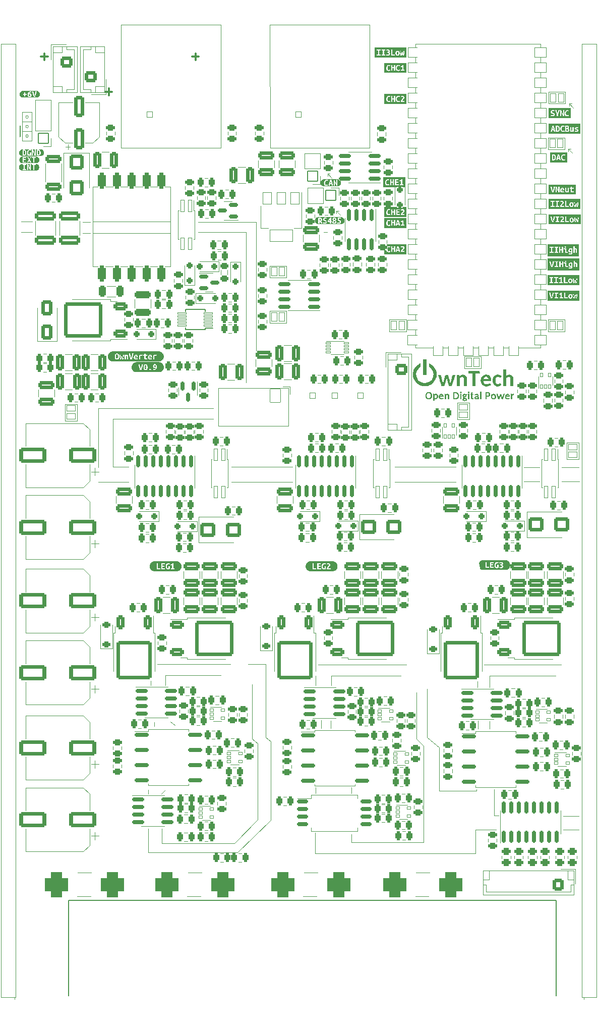
<source format=gto>
G04 #@! TF.GenerationSoftware,KiCad,Pcbnew,7.0.2-6a45011f42~172~ubuntu20.04.1*
G04 #@! TF.CreationDate,2023-06-13T08:43:17+02:00*
G04 #@! TF.ProjectId,inverter,696e7665-7274-4657-922e-6b696361645f,rev?*
G04 #@! TF.SameCoordinates,Original*
G04 #@! TF.FileFunction,Legend,Top*
G04 #@! TF.FilePolarity,Positive*
%FSLAX46Y46*%
G04 Gerber Fmt 4.6, Leading zero omitted, Abs format (unit mm)*
G04 Created by KiCad (PCBNEW 7.0.2-6a45011f42~172~ubuntu20.04.1) date 2023-06-13 08:43:17*
%MOMM*%
%LPD*%
G01*
G04 APERTURE LIST*
G04 Aperture macros list*
%AMRoundRect*
0 Rectangle with rounded corners*
0 $1 Rounding radius*
0 $2 $3 $4 $5 $6 $7 $8 $9 X,Y pos of 4 corners*
0 Add a 4 corners polygon primitive as box body*
4,1,4,$2,$3,$4,$5,$6,$7,$8,$9,$2,$3,0*
0 Add four circle primitives for the rounded corners*
1,1,$1+$1,$2,$3*
1,1,$1+$1,$4,$5*
1,1,$1+$1,$6,$7*
1,1,$1+$1,$8,$9*
0 Add four rect primitives between the rounded corners*
20,1,$1+$1,$2,$3,$4,$5,0*
20,1,$1+$1,$4,$5,$6,$7,0*
20,1,$1+$1,$6,$7,$8,$9,0*
20,1,$1+$1,$8,$9,$2,$3,0*%
G04 Aperture macros list end*
%ADD10C,0.120000*%
%ADD11C,0.200000*%
%ADD12C,0.300000*%
%ADD13C,0.150000*%
%ADD14C,0.152400*%
%ADD15RoundRect,0.300000X0.250000X0.250000X-0.250000X0.250000X-0.250000X-0.250000X0.250000X-0.250000X0*%
%ADD16RoundRect,0.293750X0.456250X-0.243750X0.456250X0.243750X-0.456250X0.243750X-0.456250X-0.243750X0*%
%ADD17RoundRect,0.050000X-0.325000X-0.200000X0.325000X-0.200000X0.325000X0.200000X-0.325000X0.200000X0*%
%ADD18RoundRect,0.293750X0.243750X0.456250X-0.243750X0.456250X-0.243750X-0.456250X0.243750X-0.456250X0*%
%ADD19RoundRect,0.293750X-0.243750X-0.456250X0.243750X-0.456250X0.243750X0.456250X-0.243750X0.456250X0*%
%ADD20RoundRect,0.200000X-0.825000X-0.150000X0.825000X-0.150000X0.825000X0.150000X-0.825000X0.150000X0*%
%ADD21RoundRect,0.293750X-0.456250X0.243750X-0.456250X-0.243750X0.456250X-0.243750X0.456250X0.243750X0*%
%ADD22RoundRect,0.300000X0.375000X1.075000X-0.375000X1.075000X-0.375000X-1.075000X0.375000X-1.075000X0*%
%ADD23RoundRect,0.050000X-0.500000X-0.750000X0.500000X-0.750000X0.500000X0.750000X-0.500000X0.750000X0*%
%ADD24RoundRect,0.299999X1.450001X-0.450001X1.450001X0.450001X-1.450001X0.450001X-1.450001X-0.450001X0*%
%ADD25RoundRect,0.300000X-0.250000X0.250000X-0.250000X-0.250000X0.250000X-0.250000X0.250000X0.250000X0*%
%ADD26RoundRect,0.300000X-1.075000X0.375000X-1.075000X-0.375000X1.075000X-0.375000X1.075000X0.375000X0*%
%ADD27RoundRect,0.300000X-0.375000X-1.075000X0.375000X-1.075000X0.375000X1.075000X-0.375000X1.075000X0*%
%ADD28RoundRect,0.050000X0.700000X0.150000X-0.700000X0.150000X-0.700000X-0.150000X0.700000X-0.150000X0*%
%ADD29RoundRect,0.300000X1.075000X-0.362500X1.075000X0.362500X-1.075000X0.362500X-1.075000X-0.362500X0*%
%ADD30RoundRect,0.300000X1.075000X-0.375000X1.075000X0.375000X-1.075000X0.375000X-1.075000X-0.375000X0*%
%ADD31RoundRect,0.300000X0.850000X0.350000X-0.850000X0.350000X-0.850000X-0.350000X0.850000X-0.350000X0*%
%ADD32RoundRect,0.299997X2.950003X2.650003X-2.950003X2.650003X-2.950003X-2.650003X2.950003X-2.650003X0*%
%ADD33RoundRect,0.300000X-0.750000X0.600000X-0.750000X-0.600000X0.750000X-0.600000X0.750000X0.600000X0*%
%ADD34O,2.100000X1.800000*%
%ADD35RoundRect,0.300000X-0.350000X0.850000X-0.350000X-0.850000X0.350000X-0.850000X0.350000X0.850000X0*%
%ADD36RoundRect,0.299997X-2.650003X2.950003X-2.650003X-2.950003X2.650003X-2.950003X2.650003X2.950003X0*%
%ADD37RoundRect,0.300000X-1.000000X-0.900000X1.000000X-0.900000X1.000000X0.900000X-1.000000X0.900000X0*%
%ADD38C,3.200000*%
%ADD39C,4.800000*%
%ADD40RoundRect,1.002500X-0.952500X-1.077500X0.952500X-1.077500X0.952500X1.077500X-0.952500X1.077500X0*%
%ADD41RoundRect,0.050000X-0.320000X1.000000X-0.320000X-1.000000X0.320000X-1.000000X0.320000X1.000000X0*%
%ADD42RoundRect,0.050000X0.750000X-0.500000X0.750000X0.500000X-0.750000X0.500000X-0.750000X-0.500000X0*%
%ADD43C,2.200000*%
%ADD44C,1.903400*%
%ADD45O,4.100000X5.100000*%
%ADD46O,4.100000X4.100000*%
%ADD47RoundRect,0.200000X0.150000X-0.825000X0.150000X0.825000X-0.150000X0.825000X-0.150000X-0.825000X0*%
%ADD48RoundRect,0.300000X0.600000X0.725000X-0.600000X0.725000X-0.600000X-0.725000X0.600000X-0.725000X0*%
%ADD49O,1.800000X2.050000*%
%ADD50RoundRect,0.300000X1.950000X1.000000X-1.950000X1.000000X-1.950000X-1.000000X1.950000X-1.000000X0*%
%ADD51RoundRect,0.300000X-0.850000X-0.350000X0.850000X-0.350000X0.850000X0.350000X-0.850000X0.350000X0*%
%ADD52RoundRect,0.299997X-2.950003X-2.650003X2.950003X-2.650003X2.950003X2.650003X-2.950003X2.650003X0*%
%ADD53RoundRect,0.050000X-0.500000X-0.500000X0.500000X-0.500000X0.500000X0.500000X-0.500000X0.500000X0*%
%ADD54C,1.100000*%
%ADD55C,1.400000*%
%ADD56O,1.600000X3.100000*%
%ADD57RoundRect,0.300000X-0.900000X1.000000X-0.900000X-1.000000X0.900000X-1.000000X0.900000X1.000000X0*%
%ADD58RoundRect,0.050000X1.000000X-0.800000X1.000000X0.800000X-1.000000X0.800000X-1.000000X-0.800000X0*%
%ADD59O,2.500000X1.700000*%
%ADD60RoundRect,0.050000X-1.000000X0.800000X-1.000000X-0.800000X1.000000X-0.800000X1.000000X0.800000X0*%
%ADD61C,1.600000*%
%ADD62RoundRect,0.050000X0.800000X1.000000X-0.800000X1.000000X-0.800000X-1.000000X0.800000X-1.000000X0*%
%ADD63O,1.700000X2.500000*%
%ADD64RoundRect,0.050000X0.200000X-0.325000X0.200000X0.325000X-0.200000X0.325000X-0.200000X-0.325000X0*%
%ADD65RoundRect,0.300000X-1.075000X0.312500X-1.075000X-0.312500X1.075000X-0.312500X1.075000X0.312500X0*%
%ADD66RoundRect,0.050000X-0.850000X0.850000X-0.850000X-0.850000X0.850000X-0.850000X0.850000X0.850000X0*%
%ADD67O,1.800000X1.800000*%
%ADD68RoundRect,0.200000X0.825000X0.150000X-0.825000X0.150000X-0.825000X-0.150000X0.825000X-0.150000X0*%
%ADD69RoundRect,0.300000X0.550000X-1.500000X0.550000X1.500000X-0.550000X1.500000X-0.550000X-1.500000X0*%
%ADD70RoundRect,0.200000X-0.150000X0.825000X-0.150000X-0.825000X0.150000X-0.825000X0.150000X0.825000X0*%
%ADD71RoundRect,0.300000X-0.450000X0.262500X-0.450000X-0.262500X0.450000X-0.262500X0.450000X0.262500X0*%
%ADD72RoundRect,0.050000X-0.400000X0.150000X-0.400000X-0.150000X0.400000X-0.150000X0.400000X0.150000X0*%
%ADD73RoundRect,0.300000X0.750000X-0.600000X0.750000X0.600000X-0.750000X0.600000X-0.750000X-0.600000X0*%
%ADD74RoundRect,0.212500X-1.012500X-0.162500X1.012500X-0.162500X1.012500X0.162500X-1.012500X0.162500X0*%
%ADD75RoundRect,0.050000X0.875000X1.125000X-0.875000X1.125000X-0.875000X-1.125000X0.875000X-1.125000X0*%
%ADD76O,1.850000X2.350000*%
%ADD77RoundRect,0.268750X0.381250X-0.218750X0.381250X0.218750X-0.381250X0.218750X-0.381250X-0.218750X0*%
%ADD78RoundRect,0.300000X0.450000X-0.262500X0.450000X0.262500X-0.450000X0.262500X-0.450000X-0.262500X0*%
%ADD79RoundRect,0.300000X-0.250000X-0.250000X0.250000X-0.250000X0.250000X0.250000X-0.250000X0.250000X0*%
%ADD80RoundRect,0.300000X0.250000X-0.250000X0.250000X0.250000X-0.250000X0.250000X-0.250000X-0.250000X0*%
%ADD81RoundRect,0.200000X-0.150000X0.587500X-0.150000X-0.587500X0.150000X-0.587500X0.150000X0.587500X0*%
%ADD82RoundRect,0.200000X0.587500X0.150000X-0.587500X0.150000X-0.587500X-0.150000X0.587500X-0.150000X0*%
%ADD83RoundRect,0.200000X-0.587500X-0.150000X0.587500X-0.150000X0.587500X0.150000X-0.587500X0.150000X0*%
%ADD84RoundRect,0.275000X0.375000X-0.225000X0.375000X0.225000X-0.375000X0.225000X-0.375000X-0.225000X0*%
%ADD85RoundRect,0.200000X-0.750000X-0.150000X0.750000X-0.150000X0.750000X0.150000X-0.750000X0.150000X0*%
%ADD86RoundRect,0.050000X0.850000X0.850000X-0.850000X0.850000X-0.850000X-0.850000X0.850000X-0.850000X0*%
%ADD87RoundRect,0.050000X0.500000X0.750000X-0.500000X0.750000X-0.500000X-0.750000X0.500000X-0.750000X0*%
%ADD88RoundRect,0.355000X-0.305000X-0.965000X0.305000X-0.965000X0.305000X0.965000X-0.305000X0.965000X0*%
%ADD89RoundRect,0.050000X-0.750000X0.500000X-0.750000X-0.500000X0.750000X-0.500000X0.750000X0.500000X0*%
%ADD90RoundRect,0.300000X0.650000X-1.000000X0.650000X1.000000X-0.650000X1.000000X-0.650000X-1.000000X0*%
%ADD91C,0.900000*%
%ADD92RoundRect,0.050000X-1.250000X-80.000000X1.250000X-80.000000X1.250000X80.000000X-1.250000X80.000000X0*%
%ADD93RoundRect,0.300000X-0.725000X0.600000X-0.725000X-0.600000X0.725000X-0.600000X0.725000X0.600000X0*%
%ADD94O,2.050000X1.800000*%
%ADD95RoundRect,0.300000X-0.325000X-0.650000X0.325000X-0.650000X0.325000X0.650000X-0.325000X0.650000X0*%
%ADD96RoundRect,0.050000X-0.750000X1.000000X-0.750000X-1.000000X0.750000X-1.000000X0.750000X1.000000X0*%
%ADD97RoundRect,0.050000X-1.900000X1.000000X-1.900000X-1.000000X1.900000X-1.000000X1.900000X1.000000X0*%
%ADD98RoundRect,0.050000X-0.500000X0.500000X-0.500000X-0.500000X0.500000X-0.500000X0.500000X0.500000X0*%
%ADD99O,1.100000X1.100000*%
G04 APERTURE END LIST*
D10*
X121600000Y-157800000D02*
X94700000Y-157800000D01*
X100800000Y-155900000D02*
X100800000Y-154560000D01*
X96800000Y-44175000D02*
X96800000Y-43775000D01*
X77600000Y-84900000D02*
X60800000Y-84900000D01*
X67700000Y-135750000D02*
X67700000Y-136450000D01*
X56950000Y-53700000D02*
X55650000Y-53700000D01*
X70400000Y-135700000D02*
X71200000Y-136300000D01*
X97200000Y-43775000D02*
X96800000Y-43775000D01*
X118325000Y-92900000D02*
X108075000Y-92900000D01*
X137800000Y-32000000D02*
X137400000Y-32000000D01*
X137600000Y-39600000D02*
X137200000Y-39600000D01*
X115500000Y-140000000D02*
X113500000Y-138300000D01*
X96725000Y-51800000D02*
X96125000Y-51800000D01*
X139062500Y-95400000D02*
X136137500Y-95400000D01*
X96800000Y-43775000D02*
X96800000Y-44175000D01*
X81025000Y-51900000D02*
X82325000Y-51900000D01*
X46562568Y-34237657D02*
G75*
G03*
X46562568Y-34237657I-223607J0D01*
G01*
X66700000Y-157600000D02*
X66700000Y-153600000D01*
X124800000Y-151400000D02*
X124800000Y-147000000D01*
X137900000Y-40300000D02*
X137200000Y-39600000D01*
X112900000Y-139750000D02*
X111700000Y-138600000D01*
X139000000Y-93000000D02*
X136075000Y-93000000D01*
X90900000Y-92900000D02*
X80650000Y-92900000D01*
X84100000Y-138600000D02*
X84100000Y-129400000D01*
X136000000Y-126100000D02*
X123100000Y-126100000D01*
X86400000Y-126000000D02*
X68200000Y-126000000D01*
X84850000Y-51900000D02*
X84850000Y-74000000D01*
X98675000Y-50000000D02*
X98275000Y-50000000D01*
X94700000Y-157800000D02*
X94700000Y-154330000D01*
X121600000Y-153800000D02*
X125100000Y-153800000D01*
X58300000Y-93000000D02*
X58300000Y-83100000D01*
X122100000Y-136850000D02*
X122100000Y-135550000D01*
X139800000Y-22250000D02*
X139800000Y-182250000D01*
X97500000Y-44475000D02*
X96800000Y-43775000D01*
X78900000Y-127900000D02*
X69600000Y-127900000D01*
X45538961Y-36637657D02*
X47138961Y-36637657D01*
X47138961Y-38237657D01*
X45538961Y-38237657D01*
X45538961Y-36637657D01*
X60800000Y-92900000D02*
X60800000Y-84900000D01*
X115500000Y-147300000D02*
X115500000Y-140000000D01*
X46562568Y-35837657D02*
G75*
G03*
X46562568Y-35837657I-223607J0D01*
G01*
X81700000Y-157600000D02*
X87300000Y-152200000D01*
D11*
X45177004Y-35725395D02*
G75*
G03*
X45175000Y-37550000I10426656J-923755D01*
G01*
D10*
X124000000Y-129900000D02*
X124000000Y-128000000D01*
X100800000Y-155900000D02*
X112900000Y-155900000D01*
X66700000Y-147800000D02*
X66700000Y-147100000D01*
X115500000Y-147300000D02*
X121800000Y-147300000D01*
X44250000Y-22250000D02*
X44250000Y-182250000D01*
X118325000Y-95500000D02*
X108075000Y-95500000D01*
X124000000Y-136900000D02*
X124000000Y-135600000D01*
X109100000Y-128000000D02*
X97400000Y-128000000D01*
X46562568Y-37437657D02*
G75*
G03*
X46562568Y-37437657I-223607J0D01*
G01*
X96725000Y-53600000D02*
X96125000Y-53600000D01*
X45538961Y-33437657D02*
X47138961Y-33437657D01*
X47138961Y-35037657D01*
X45538961Y-35037657D01*
X45538961Y-33437657D01*
X132400000Y-95400000D02*
X129800000Y-95400000D01*
X63350000Y-92900000D02*
X60800000Y-92900000D01*
X66700000Y-157600000D02*
X81700000Y-157600000D01*
X111700000Y-138600000D02*
X111700000Y-130800000D01*
X63400000Y-95500000D02*
X58300000Y-95500000D01*
X94800000Y-147700000D02*
X94800000Y-146700000D01*
X124800000Y-151400000D02*
X125500000Y-151400000D01*
X121600000Y-157800000D02*
X121600000Y-153800000D01*
X122000000Y-129925000D02*
X122000000Y-128875000D01*
X113500000Y-138300000D02*
X113500000Y-130200000D01*
X100800000Y-147700000D02*
X100800000Y-146700000D01*
X69000000Y-156100000D02*
X81200000Y-156100000D01*
X86400000Y-138300000D02*
X87300000Y-139000000D01*
X68900000Y-147800000D02*
X69600000Y-147100000D01*
X121800000Y-147000000D02*
X121800000Y-147300000D01*
X83100000Y-53600000D02*
X75050000Y-53600000D01*
X97400000Y-129600000D02*
X97400000Y-128000000D01*
X69600000Y-129600000D02*
X69600000Y-127900000D01*
X138100000Y-32700000D02*
X137400000Y-32000000D01*
X112900000Y-155900000D02*
X112900000Y-139750000D01*
X98275000Y-50000000D02*
X98275000Y-50400000D01*
X86400000Y-138300000D02*
X86400000Y-126000000D01*
X136400000Y-153800000D02*
X139000000Y-153800000D01*
X47200000Y-51800000D02*
X45375000Y-51800000D01*
X81200000Y-156100000D02*
X85100000Y-152100000D01*
X98275000Y-50400000D02*
X98275000Y-50000000D01*
X137200000Y-39600000D02*
X137200000Y-40000000D01*
X95700000Y-136750000D02*
X95700000Y-135450000D01*
X69000000Y-156100000D02*
X69000000Y-153600000D01*
X132362500Y-93000000D02*
X129800000Y-93000000D01*
X75050000Y-51900000D02*
X84850000Y-51900000D01*
X45538961Y-35037657D02*
X47138961Y-35037657D01*
X47138961Y-36637657D01*
X45538961Y-36637657D01*
X45538961Y-35037657D01*
X90925000Y-95500000D02*
X80675000Y-95500000D01*
X85100000Y-152100000D02*
X85100000Y-139300000D01*
X136400000Y-151500000D02*
X139000000Y-151500000D01*
X67100000Y-129600000D02*
X67100000Y-128800000D01*
X55650000Y-51900000D02*
X56950000Y-51900000D01*
X94800000Y-129593750D02*
X94800000Y-128006250D01*
X135100000Y-128000000D02*
X124000000Y-128000000D01*
X110000000Y-126100000D02*
X95200000Y-126100000D01*
X87300000Y-152200000D02*
X87300000Y-139000000D01*
X77600000Y-83100000D02*
X58300000Y-83100000D01*
X98975000Y-50700000D02*
X98275000Y-50000000D01*
X137400000Y-32000000D02*
X137400000Y-32400000D01*
X83100000Y-78800000D02*
X83100000Y-53600000D01*
X85100000Y-139300000D02*
X84100000Y-138600000D01*
X47200000Y-53600000D02*
X45375000Y-53600000D01*
X97300000Y-136800000D02*
X97300000Y-135500000D01*
D12*
X48678571Y-24122500D02*
X49821429Y-24122500D01*
X49250000Y-24693928D02*
X49250000Y-23551071D01*
X59478571Y-30022500D02*
X60621429Y-30022500D01*
X60050000Y-30593928D02*
X60050000Y-29451071D01*
X74053571Y-24122500D02*
X75196429Y-24122500D01*
X74625000Y-24693928D02*
X74625000Y-23551071D01*
D10*
G04 #@! TO.C,D701*
X95457089Y-102087500D02*
X95457089Y-100387500D01*
X95457089Y-102087500D02*
X92197089Y-102087500D01*
X95457089Y-100387500D02*
X92197089Y-100387500D01*
G04 #@! TO.C,C617*
X71940000Y-134143578D02*
X71940000Y-133626422D01*
X73360000Y-134143578D02*
X73360000Y-133626422D01*
G04 #@! TO.C,U604*
X80500000Y-142845000D02*
X81900000Y-142845000D01*
X81900000Y-140525000D02*
X80000000Y-140525000D01*
G04 #@! TO.C,kibuzzard-6486EF6A*
G36*
X109864254Y-46043492D02*
G01*
X109533525Y-46043492D01*
X108111125Y-46043492D01*
X107939675Y-46043492D01*
X106893513Y-46043492D01*
X106466475Y-46043492D01*
X106135746Y-46043492D01*
X106135746Y-45200000D01*
X106466475Y-45200000D01*
X106473321Y-45315987D01*
X106493859Y-45417884D01*
X106528090Y-45505693D01*
X106576012Y-45579412D01*
X106659974Y-45653496D01*
X106765807Y-45697946D01*
X106893513Y-45712762D01*
X106980230Y-45707405D01*
X107056231Y-45691331D01*
X107168150Y-45644500D01*
X107118938Y-45490512D01*
X107038769Y-45525437D01*
X106912563Y-45542900D01*
X106799255Y-45520477D01*
X106722856Y-45453206D01*
X106690665Y-45384679D01*
X106671351Y-45298690D01*
X106664913Y-45195237D01*
X106670270Y-45106337D01*
X106686344Y-45033312D01*
X106741906Y-44929331D01*
X106819694Y-44873769D01*
X106909388Y-44857100D01*
X107027656Y-44873769D01*
X107115763Y-44914250D01*
X107166563Y-44758675D01*
X107134019Y-44739625D01*
X107080838Y-44715812D01*
X107057215Y-44709462D01*
X107288800Y-44709462D01*
X107288800Y-45692125D01*
X107484063Y-45692125D01*
X107484063Y-45258737D01*
X107744413Y-45258737D01*
X107744413Y-45692125D01*
X107939675Y-45692125D01*
X107939675Y-44709462D01*
X108111125Y-44709462D01*
X108111125Y-45692125D01*
X108741363Y-45692125D01*
X108741363Y-45530200D01*
X108306388Y-45530200D01*
X108306388Y-45253975D01*
X108654050Y-45253975D01*
X108654050Y-45092050D01*
X108306388Y-45092050D01*
X108306388Y-44914250D01*
X108881063Y-44914250D01*
X108944563Y-45076175D01*
X109041400Y-45037281D01*
X109143000Y-44980925D01*
X109143000Y-45530200D01*
X108936625Y-45530200D01*
X108936625Y-45692125D01*
X109533525Y-45692125D01*
X109533525Y-45530200D01*
X109338263Y-45530200D01*
X109338263Y-44709462D01*
X109204913Y-44709462D01*
X109136650Y-44771375D01*
X109052513Y-44828525D01*
X108963613Y-44877737D01*
X108881063Y-44914250D01*
X108306388Y-44914250D01*
X108306388Y-44871387D01*
X108706438Y-44871387D01*
X108706438Y-44709462D01*
X108111125Y-44709462D01*
X107939675Y-44709462D01*
X107744413Y-44709462D01*
X107744413Y-45096812D01*
X107484063Y-45096812D01*
X107484063Y-44709462D01*
X107288800Y-44709462D01*
X107057215Y-44709462D01*
X107007019Y-44695969D01*
X106912563Y-44687237D01*
X106819495Y-44695770D01*
X106733969Y-44721369D01*
X106657769Y-44763437D01*
X106592681Y-44821381D01*
X106539698Y-44894605D01*
X106499813Y-44982512D01*
X106474809Y-45084509D01*
X106466475Y-45200000D01*
X106135746Y-45200000D01*
X106135746Y-44356508D01*
X106466475Y-44356508D01*
X109533525Y-44356508D01*
X109864254Y-44356508D01*
X109864254Y-46043492D01*
G37*
G04 #@! TO.C,kibuzzard-62CEF83D*
G36*
X97367863Y-45080531D02*
G01*
X97393263Y-45178956D01*
X97414694Y-45276588D01*
X97433744Y-45378188D01*
X97241656Y-45378188D01*
X97261500Y-45276588D01*
X97283725Y-45178956D01*
X97309125Y-45080531D01*
X97338494Y-44974962D01*
X97367863Y-45080531D01*
G37*
G36*
X96192319Y-44696092D02*
G01*
X98457681Y-44696092D01*
X98457814Y-44696092D01*
X98570753Y-44707215D01*
X98679352Y-44740158D01*
X98779438Y-44793655D01*
X98867164Y-44865650D01*
X98939158Y-44953376D01*
X98992655Y-45053461D01*
X99025598Y-45162061D01*
X99036722Y-45275000D01*
X99025598Y-45387939D01*
X98992655Y-45496539D01*
X98939158Y-45596624D01*
X98867164Y-45684350D01*
X98779438Y-45756345D01*
X98679352Y-45809842D01*
X98570753Y-45842785D01*
X98457814Y-45853908D01*
X98457681Y-45853908D01*
X96192319Y-45853908D01*
X96192186Y-45853908D01*
X96079247Y-45842785D01*
X95970648Y-45809842D01*
X95870562Y-45756345D01*
X95782836Y-45684350D01*
X95710842Y-45596624D01*
X95657345Y-45496539D01*
X95624402Y-45387939D01*
X95613278Y-45275000D01*
X96192319Y-45275000D01*
X96199165Y-45390987D01*
X96219703Y-45492884D01*
X96253934Y-45580693D01*
X96301856Y-45654413D01*
X96385817Y-45728496D01*
X96491651Y-45772946D01*
X96619356Y-45787763D01*
X96706073Y-45782405D01*
X96778321Y-45767125D01*
X96957494Y-45767125D01*
X97160694Y-45767125D01*
X97205144Y-45540113D01*
X97467081Y-45540113D01*
X97513119Y-45767125D01*
X97722669Y-45767125D01*
X97696475Y-45655714D01*
X97669964Y-45547542D01*
X97643135Y-45442608D01*
X97615989Y-45340913D01*
X97588525Y-45242456D01*
X97553947Y-45123046D01*
X97519270Y-45006911D01*
X97484494Y-44894050D01*
X97449619Y-44784462D01*
X97809981Y-44784462D01*
X97809981Y-45767125D01*
X97986194Y-45767125D01*
X97986194Y-45114662D01*
X98045196Y-45223583D01*
X98101552Y-45332326D01*
X98155263Y-45440894D01*
X98206327Y-45549461D01*
X98254746Y-45658205D01*
X98300519Y-45767125D01*
X98457681Y-45767125D01*
X98457681Y-44784462D01*
X98281469Y-44784462D01*
X98281469Y-45389300D01*
X98253489Y-45327388D01*
X98220350Y-45255950D01*
X98183044Y-45178559D01*
X98142563Y-45098787D01*
X98099898Y-45017627D01*
X98056044Y-44936069D01*
X98011594Y-44857289D01*
X97967144Y-44784462D01*
X97809981Y-44784462D01*
X97449619Y-44784462D01*
X97236894Y-44784462D01*
X97203259Y-44893157D01*
X97169028Y-45004927D01*
X97134202Y-45119772D01*
X97098781Y-45237694D01*
X97070270Y-45335325D01*
X97041885Y-45437084D01*
X97013628Y-45542970D01*
X96985497Y-45652984D01*
X96957494Y-45767125D01*
X96778321Y-45767125D01*
X96782075Y-45766331D01*
X96893994Y-45719500D01*
X96844781Y-45565513D01*
X96764612Y-45600438D01*
X96638406Y-45617900D01*
X96525098Y-45595477D01*
X96448700Y-45528206D01*
X96416509Y-45459679D01*
X96397194Y-45373690D01*
X96390756Y-45270237D01*
X96396114Y-45181337D01*
X96412187Y-45108312D01*
X96467750Y-45004331D01*
X96545537Y-44948769D01*
X96635231Y-44932100D01*
X96753500Y-44948769D01*
X96841606Y-44989250D01*
X96892406Y-44833675D01*
X96859862Y-44814625D01*
X96806681Y-44790812D01*
X96732862Y-44770969D01*
X96638406Y-44762237D01*
X96545339Y-44770770D01*
X96459812Y-44796369D01*
X96383612Y-44838437D01*
X96318525Y-44896381D01*
X96265542Y-44969605D01*
X96225656Y-45057512D01*
X96200653Y-45159509D01*
X96192319Y-45275000D01*
X95613278Y-45275000D01*
X95624402Y-45162061D01*
X95657345Y-45053461D01*
X95710842Y-44953376D01*
X95782836Y-44865650D01*
X95870562Y-44793655D01*
X95970648Y-44740158D01*
X96079247Y-44707215D01*
X96192186Y-44696092D01*
X96192319Y-44696092D01*
G37*
G04 #@! TO.C,C612*
X73148578Y-100010000D02*
X72631422Y-100010000D01*
X73148578Y-98590000D02*
X72631422Y-98590000D01*
G04 #@! TO.C,R603*
X66241422Y-102390000D02*
X66758578Y-102390000D01*
X66241422Y-103810000D02*
X66758578Y-103810000D01*
G04 #@! TO.C,U202*
X67450000Y-148064025D02*
X64000000Y-148064025D01*
X67450000Y-148064025D02*
X69400000Y-148064025D01*
X67450000Y-153184025D02*
X65500000Y-153184025D01*
X67450000Y-153184025D02*
X69400000Y-153184025D01*
G04 #@! TO.C,R419*
X96910000Y-58803922D02*
X96910000Y-59321078D01*
X95490000Y-58803922D02*
X95490000Y-59321078D01*
G04 #@! TO.C,C714*
X93758578Y-100010000D02*
X93241422Y-100010000D01*
X93758578Y-98590000D02*
X93241422Y-98590000D01*
G04 #@! TO.C,C491*
X131441422Y-75190000D02*
X131958578Y-75190000D01*
X131441422Y-76610000D02*
X131958578Y-76610000D01*
G04 #@! TO.C,R609*
X67258578Y-88710000D02*
X66741422Y-88710000D01*
X67258578Y-87290000D02*
X66741422Y-87290000D01*
G04 #@! TO.C,kibuzzard-6486EEA8*
G36*
X97714387Y-108760570D02*
G01*
X97796267Y-108772716D01*
X97876563Y-108792829D01*
X97954501Y-108820715D01*
X98029330Y-108856107D01*
X98100329Y-108898662D01*
X98166816Y-108947972D01*
X98228149Y-109003561D01*
X98283738Y-109064895D01*
X98333048Y-109131381D01*
X98375604Y-109202381D01*
X98410995Y-109277210D01*
X98438882Y-109355147D01*
X98458995Y-109435443D01*
X98471140Y-109517323D01*
X98475202Y-109600000D01*
X98471140Y-109682677D01*
X98458995Y-109764557D01*
X98438882Y-109844853D01*
X98410995Y-109922790D01*
X98375604Y-109997619D01*
X98333048Y-110068619D01*
X98283738Y-110135105D01*
X98228149Y-110196439D01*
X98166816Y-110252028D01*
X98100329Y-110301338D01*
X98029330Y-110343893D01*
X97954501Y-110379285D01*
X97876563Y-110407171D01*
X97796267Y-110427284D01*
X97714387Y-110439430D01*
X97631710Y-110443492D01*
X97300981Y-110443492D01*
X96218306Y-110443492D01*
X95080069Y-110443492D01*
X94916556Y-110443492D01*
X94299019Y-110443492D01*
X93968290Y-110443492D01*
X93885613Y-110439430D01*
X93803733Y-110427284D01*
X93723437Y-110407171D01*
X93645499Y-110379285D01*
X93570670Y-110343893D01*
X93499671Y-110301338D01*
X93433184Y-110252028D01*
X93371851Y-110196439D01*
X93316262Y-110135105D01*
X93266952Y-110068619D01*
X93224396Y-109997619D01*
X93189005Y-109922790D01*
X93161118Y-109844853D01*
X93141005Y-109764557D01*
X93128860Y-109682677D01*
X93124798Y-109600000D01*
X93128860Y-109517323D01*
X93141005Y-109435443D01*
X93161118Y-109355147D01*
X93189005Y-109277210D01*
X93224396Y-109202381D01*
X93266952Y-109131381D01*
X93283208Y-109109462D01*
X94299019Y-109109462D01*
X94299019Y-110092125D01*
X94916556Y-110092125D01*
X94916556Y-109930200D01*
X94495869Y-109930200D01*
X94495869Y-109109462D01*
X95080069Y-109109462D01*
X95080069Y-110092125D01*
X95710306Y-110092125D01*
X95710306Y-109930200D01*
X95275331Y-109930200D01*
X95275331Y-109653975D01*
X95622994Y-109653975D01*
X95622994Y-109600000D01*
X95816669Y-109600000D01*
X95823813Y-109719261D01*
X95845244Y-109823044D01*
X95879772Y-109911150D01*
X95926206Y-109983381D01*
X95983952Y-110039737D01*
X96052413Y-110080219D01*
X96130795Y-110104627D01*
X96218306Y-110112762D01*
X96315342Y-110108794D01*
X96396900Y-110096887D01*
X96505644Y-110068312D01*
X96505644Y-109577775D01*
X96310381Y-109577775D01*
X96310381Y-109936550D01*
X96272281Y-109941312D01*
X96234181Y-109942900D01*
X96139328Y-109922064D01*
X96070669Y-109859556D01*
X96039801Y-109793675D01*
X96021280Y-109707156D01*
X96015106Y-109600000D01*
X96018480Y-109527173D01*
X96028600Y-109461094D01*
X96073050Y-109353144D01*
X96151631Y-109282500D01*
X96269106Y-109257100D01*
X96373881Y-109274562D01*
X96459606Y-109314250D01*
X96491227Y-109217412D01*
X96635819Y-109217412D01*
X96732656Y-109353937D01*
X96832669Y-109279325D01*
X96929506Y-109257100D01*
X97021581Y-109289644D01*
X97058094Y-109382512D01*
X97028725Y-109466650D01*
X96954113Y-109552375D01*
X96907281Y-109597817D01*
X96857275Y-109645244D01*
X96807269Y-109695647D01*
X96760438Y-109750019D01*
X96719163Y-109808955D01*
X96685825Y-109873050D01*
X96663798Y-109942900D01*
X96656456Y-110019100D01*
X96655663Y-110052437D01*
X96659631Y-110092125D01*
X97300981Y-110092125D01*
X97300981Y-109930200D01*
X96878706Y-109930200D01*
X96895375Y-109877812D01*
X96935856Y-109821456D01*
X96986656Y-109767481D01*
X97034281Y-109722237D01*
X97115244Y-109642862D01*
X97186681Y-109557137D01*
X97237481Y-109465856D01*
X97256531Y-109368225D01*
X97231131Y-109245194D01*
X97162869Y-109157087D01*
X97064444Y-109104700D01*
X96948556Y-109087237D01*
X96865808Y-109095175D01*
X96782663Y-109118987D01*
X96704280Y-109159469D01*
X96635819Y-109217412D01*
X96491227Y-109217412D01*
X96510406Y-109158675D01*
X96477863Y-109139625D01*
X96423094Y-109115812D01*
X96344513Y-109095969D01*
X96242119Y-109087237D01*
X96155997Y-109095373D01*
X96075431Y-109119781D01*
X96002803Y-109160461D01*
X95940494Y-109217412D01*
X95889297Y-109290239D01*
X95850006Y-109378544D01*
X95825003Y-109481930D01*
X95816669Y-109600000D01*
X95622994Y-109600000D01*
X95622994Y-109492050D01*
X95275331Y-109492050D01*
X95275331Y-109271387D01*
X95675381Y-109271387D01*
X95675381Y-109109462D01*
X95080069Y-109109462D01*
X94495869Y-109109462D01*
X94299019Y-109109462D01*
X93283208Y-109109462D01*
X93316262Y-109064895D01*
X93371851Y-109003561D01*
X93433184Y-108947972D01*
X93499671Y-108898662D01*
X93570670Y-108856107D01*
X93645499Y-108820715D01*
X93723437Y-108792829D01*
X93803733Y-108772716D01*
X93885613Y-108760570D01*
X93968290Y-108756508D01*
X94299019Y-108756508D01*
X97300981Y-108756508D01*
X97631710Y-108756508D01*
X97714387Y-108760570D01*
G37*
G04 #@! TO.C,C522*
X83002064Y-45360000D02*
X81797936Y-45360000D01*
X83002064Y-42640000D02*
X81797936Y-42640000D01*
G04 #@! TO.C,C509*
X80121694Y-65540000D02*
X80638850Y-65540000D01*
X80121694Y-66960000D02*
X80638850Y-66960000D01*
G04 #@! TO.C,C527*
X75290000Y-80321078D02*
X75290000Y-79803922D01*
X76710000Y-80321078D02*
X76710000Y-79803922D01*
G04 #@! TO.C,R202*
X81803922Y-157790000D02*
X82321078Y-157790000D01*
X81803922Y-159210000D02*
X82321078Y-159210000D01*
G04 #@! TO.C,JP417*
X133850000Y-37700000D02*
X136650000Y-37700000D01*
X133850000Y-39700000D02*
X133850000Y-37700000D01*
X136650000Y-37700000D02*
X136650000Y-39700000D01*
X136650000Y-39700000D02*
X133850000Y-39700000D01*
G04 #@! TO.C,C528*
X71510000Y-79803922D02*
X71510000Y-80321078D01*
X70090000Y-79803922D02*
X70090000Y-80321078D01*
G04 #@! TO.C,kibuzzard-6486EF63*
G36*
X108633388Y-56205531D02*
G01*
X108658788Y-56303956D01*
X108680219Y-56401587D01*
X108699269Y-56503187D01*
X108507181Y-56503187D01*
X108527025Y-56401587D01*
X108549250Y-56303956D01*
X108574650Y-56205531D01*
X108604019Y-56099962D01*
X108633388Y-56205531D01*
G37*
G36*
X110066635Y-57243492D02*
G01*
X109735906Y-57243492D01*
X108778644Y-57243492D01*
X108137294Y-57243492D01*
X107091131Y-57243492D01*
X106664094Y-57243492D01*
X106333365Y-57243492D01*
X106333365Y-56400000D01*
X106664094Y-56400000D01*
X106670940Y-56515987D01*
X106691478Y-56617884D01*
X106725709Y-56705693D01*
X106773631Y-56779412D01*
X106857592Y-56853496D01*
X106963426Y-56897946D01*
X107091131Y-56912762D01*
X107177848Y-56907405D01*
X107253850Y-56891331D01*
X107365769Y-56844500D01*
X107316556Y-56690512D01*
X107236388Y-56725437D01*
X107110181Y-56742900D01*
X106996873Y-56720477D01*
X106920475Y-56653206D01*
X106888284Y-56584679D01*
X106868969Y-56498690D01*
X106862531Y-56395237D01*
X106867889Y-56306337D01*
X106883963Y-56233312D01*
X106939525Y-56129331D01*
X107017312Y-56073769D01*
X107107006Y-56057100D01*
X107225275Y-56073769D01*
X107313381Y-56114250D01*
X107364181Y-55958675D01*
X107331638Y-55939625D01*
X107278456Y-55915812D01*
X107254833Y-55909462D01*
X107486419Y-55909462D01*
X107486419Y-56892125D01*
X107681681Y-56892125D01*
X107681681Y-56458737D01*
X107942031Y-56458737D01*
X107942031Y-56892125D01*
X108137294Y-56892125D01*
X108223019Y-56892125D01*
X108426219Y-56892125D01*
X108470669Y-56665113D01*
X108732606Y-56665113D01*
X108778644Y-56892125D01*
X108988194Y-56892125D01*
X108962000Y-56780714D01*
X108935489Y-56672542D01*
X108908660Y-56567608D01*
X108881514Y-56465913D01*
X108854050Y-56367456D01*
X108819472Y-56248046D01*
X108784795Y-56131911D01*
X108750019Y-56019050D01*
X108749498Y-56017412D01*
X109070744Y-56017412D01*
X109167581Y-56153937D01*
X109267594Y-56079325D01*
X109364431Y-56057100D01*
X109456506Y-56089644D01*
X109493019Y-56182512D01*
X109463650Y-56266650D01*
X109389038Y-56352375D01*
X109342206Y-56397817D01*
X109292200Y-56445244D01*
X109242194Y-56495647D01*
X109195362Y-56550019D01*
X109154088Y-56608955D01*
X109120750Y-56673050D01*
X109098723Y-56742900D01*
X109091381Y-56819100D01*
X109090588Y-56852437D01*
X109094556Y-56892125D01*
X109735906Y-56892125D01*
X109735906Y-56730200D01*
X109313631Y-56730200D01*
X109330300Y-56677812D01*
X109370781Y-56621456D01*
X109421581Y-56567481D01*
X109469206Y-56522237D01*
X109550169Y-56442862D01*
X109621606Y-56357137D01*
X109672406Y-56265856D01*
X109691456Y-56168225D01*
X109666056Y-56045194D01*
X109597794Y-55957087D01*
X109499369Y-55904700D01*
X109383481Y-55887237D01*
X109300733Y-55895175D01*
X109217588Y-55918987D01*
X109139205Y-55959469D01*
X109070744Y-56017412D01*
X108749498Y-56017412D01*
X108715144Y-55909462D01*
X108502419Y-55909462D01*
X108468784Y-56018157D01*
X108434553Y-56129927D01*
X108399727Y-56244772D01*
X108364306Y-56362694D01*
X108335795Y-56460325D01*
X108307410Y-56562084D01*
X108279153Y-56667970D01*
X108251022Y-56777984D01*
X108223019Y-56892125D01*
X108137294Y-56892125D01*
X108137294Y-55909462D01*
X107942031Y-55909462D01*
X107942031Y-56296812D01*
X107681681Y-56296812D01*
X107681681Y-55909462D01*
X107486419Y-55909462D01*
X107254833Y-55909462D01*
X107204638Y-55895969D01*
X107110181Y-55887237D01*
X107017114Y-55895770D01*
X106931587Y-55921369D01*
X106855387Y-55963437D01*
X106790300Y-56021381D01*
X106737317Y-56094605D01*
X106697431Y-56182512D01*
X106672428Y-56284509D01*
X106664094Y-56400000D01*
X106333365Y-56400000D01*
X106333365Y-55556508D01*
X106664094Y-55556508D01*
X109735906Y-55556508D01*
X110066635Y-55556508D01*
X110066635Y-57243492D01*
G37*
G04 #@! TO.C,C516*
X51790000Y-54051252D02*
X51790000Y-51728748D01*
X55210000Y-54051252D02*
X55210000Y-51728748D01*
G04 #@! TO.C,D403*
X109800000Y-45727500D02*
X108100000Y-45727500D01*
X109800000Y-45727500D02*
X109800000Y-48987500D01*
X108100000Y-45727500D02*
X108100000Y-48987500D01*
G04 #@! TO.C,F401*
X87860000Y-41497936D02*
X87860000Y-42702064D01*
X85140000Y-41497936D02*
X85140000Y-42702064D01*
G04 #@! TO.C,C525*
X89497936Y-75540000D02*
X90702064Y-75540000D01*
X89497936Y-78260000D02*
X90702064Y-78260000D01*
G04 #@! TO.C,R723*
X108890000Y-111258578D02*
X108890000Y-110741422D01*
X110310000Y-111258578D02*
X110310000Y-110741422D01*
G04 #@! TO.C,R722*
X108890000Y-115458578D02*
X108890000Y-114941422D01*
X110310000Y-115458578D02*
X110310000Y-114941422D01*
G04 #@! TO.C,C717*
X100190000Y-134248578D02*
X100190000Y-133731422D01*
X101610000Y-134248578D02*
X101610000Y-133731422D01*
G04 #@! TO.C,U605*
X68025000Y-129860000D02*
X64575000Y-129860000D01*
X68025000Y-129860000D02*
X69975000Y-129860000D01*
X68025000Y-134980000D02*
X66075000Y-134980000D01*
X68025000Y-134980000D02*
X69975000Y-134980000D01*
D13*
G04 #@! TO.C,U501*
X76275000Y-69875000D02*
X76275000Y-69650000D01*
X76275000Y-69875000D02*
X72925000Y-69875000D01*
X76275000Y-69650000D02*
X77500000Y-69650000D01*
X76275000Y-66525000D02*
X76275000Y-66825000D01*
X76275000Y-66525000D02*
X72925000Y-66525000D01*
X72925000Y-69875000D02*
X72925000Y-69575000D01*
X72925000Y-66525000D02*
X72925000Y-66825000D01*
D10*
G04 #@! TO.C,C604*
X69690000Y-87296078D02*
X69690000Y-86778922D01*
X71110000Y-87296078D02*
X71110000Y-86778922D01*
G04 #@! TO.C,R514*
X76297500Y-47543922D02*
X76297500Y-48061078D01*
X74877500Y-47543922D02*
X74877500Y-48061078D01*
G04 #@! TO.C,R513*
X49390000Y-45127064D02*
X49390000Y-42072936D01*
X52110000Y-45127064D02*
X52110000Y-42072936D01*
G04 #@! TO.C,C722*
X105840000Y-116027064D02*
X105840000Y-114822936D01*
X108560000Y-116027064D02*
X108560000Y-114822936D01*
G04 #@! TO.C,Q502*
X60335000Y-71750000D02*
X60335000Y-71480000D01*
X60335000Y-71480000D02*
X63165000Y-71480000D01*
X60335000Y-65120000D02*
X61435000Y-65120000D01*
X60335000Y-64850000D02*
X60335000Y-65120000D01*
X53915000Y-71750000D02*
X60335000Y-71750000D01*
X53915000Y-64850000D02*
X60335000Y-64850000D01*
G04 #@! TO.C,kibuzzard-6486EF87*
G36*
X110064254Y-26843492D02*
G01*
X109733525Y-26843492D01*
X108681013Y-26843492D01*
X108139675Y-26843492D01*
X107093513Y-26843492D01*
X106666475Y-26843492D01*
X106335746Y-26843492D01*
X106335746Y-26000000D01*
X106666475Y-26000000D01*
X106673321Y-26115987D01*
X106693859Y-26217884D01*
X106728090Y-26305693D01*
X106776012Y-26379412D01*
X106859974Y-26453496D01*
X106965807Y-26497946D01*
X107093513Y-26512762D01*
X107180230Y-26507405D01*
X107256231Y-26491331D01*
X107368150Y-26444500D01*
X107318938Y-26290512D01*
X107238769Y-26325437D01*
X107112563Y-26342900D01*
X106999255Y-26320477D01*
X106922856Y-26253206D01*
X106890665Y-26184679D01*
X106871351Y-26098690D01*
X106864913Y-25995237D01*
X106870270Y-25906337D01*
X106886344Y-25833312D01*
X106941906Y-25729331D01*
X107019694Y-25673769D01*
X107109388Y-25657100D01*
X107227656Y-25673769D01*
X107315763Y-25714250D01*
X107366563Y-25558675D01*
X107334019Y-25539625D01*
X107280838Y-25515812D01*
X107257215Y-25509462D01*
X107488800Y-25509462D01*
X107488800Y-26492125D01*
X107684063Y-26492125D01*
X107684063Y-26058737D01*
X107944413Y-26058737D01*
X107944413Y-26492125D01*
X108139675Y-26492125D01*
X108139675Y-26000000D01*
X108253975Y-26000000D01*
X108260821Y-26115987D01*
X108281359Y-26217884D01*
X108315590Y-26305693D01*
X108363513Y-26379412D01*
X108447474Y-26453496D01*
X108553307Y-26497946D01*
X108681013Y-26512762D01*
X108767730Y-26507405D01*
X108843731Y-26491331D01*
X108955650Y-26444500D01*
X108906438Y-26290512D01*
X108826269Y-26325437D01*
X108700063Y-26342900D01*
X108586755Y-26320477D01*
X108510356Y-26253206D01*
X108478165Y-26184679D01*
X108458851Y-26098690D01*
X108452413Y-25995237D01*
X108457770Y-25906337D01*
X108473844Y-25833312D01*
X108529406Y-25729331D01*
X108607194Y-25673769D01*
X108696888Y-25657100D01*
X108815156Y-25673769D01*
X108903263Y-25714250D01*
X109081063Y-25714250D01*
X109144563Y-25876175D01*
X109241400Y-25837281D01*
X109343000Y-25780925D01*
X109343000Y-26330200D01*
X109136625Y-26330200D01*
X109136625Y-26492125D01*
X109733525Y-26492125D01*
X109733525Y-26330200D01*
X109538263Y-26330200D01*
X109538263Y-25509462D01*
X109404913Y-25509462D01*
X109336650Y-25571375D01*
X109252513Y-25628525D01*
X109163613Y-25677737D01*
X109081063Y-25714250D01*
X108903263Y-25714250D01*
X108954063Y-25558675D01*
X108921519Y-25539625D01*
X108868338Y-25515812D01*
X108794519Y-25495969D01*
X108700063Y-25487237D01*
X108606995Y-25495770D01*
X108521469Y-25521369D01*
X108445269Y-25563437D01*
X108380181Y-25621381D01*
X108327198Y-25694605D01*
X108287313Y-25782512D01*
X108262309Y-25884509D01*
X108253975Y-26000000D01*
X108139675Y-26000000D01*
X108139675Y-25509462D01*
X107944413Y-25509462D01*
X107944413Y-25896812D01*
X107684063Y-25896812D01*
X107684063Y-25509462D01*
X107488800Y-25509462D01*
X107257215Y-25509462D01*
X107207019Y-25495969D01*
X107112563Y-25487237D01*
X107019495Y-25495770D01*
X106933969Y-25521369D01*
X106857769Y-25563437D01*
X106792681Y-25621381D01*
X106739698Y-25694605D01*
X106699813Y-25782512D01*
X106674809Y-25884509D01*
X106666475Y-26000000D01*
X106335746Y-26000000D01*
X106335746Y-25156508D01*
X106666475Y-25156508D01*
X109733525Y-25156508D01*
X110064254Y-25156508D01*
X110064254Y-26843492D01*
G37*
G04 #@! TO.C,R810*
X135458578Y-89510000D02*
X134941422Y-89510000D01*
X135458578Y-88090000D02*
X134941422Y-88090000D01*
G04 #@! TO.C,R415*
X100579520Y-58741422D02*
X100579520Y-59258578D01*
X99159520Y-58741422D02*
X99159520Y-59258578D01*
G04 #@! TO.C,J401*
X52890000Y-22090000D02*
X50390000Y-22090000D01*
X50390000Y-22090000D02*
X50390000Y-24590000D01*
X54710000Y-22390000D02*
X50690000Y-22390000D01*
X53000000Y-22390000D02*
X53000000Y-22890000D01*
X52190000Y-22390000D02*
X52190000Y-23390000D01*
X50690000Y-22390000D02*
X50690000Y-30110000D01*
X54210000Y-22890000D02*
X54210000Y-29610000D01*
X53000000Y-22890000D02*
X54210000Y-22890000D01*
X52190000Y-23390000D02*
X50690000Y-23390000D01*
X52190000Y-29110000D02*
X50690000Y-29110000D01*
X54210000Y-29610000D02*
X53000000Y-29610000D01*
X53000000Y-29610000D02*
X53000000Y-30110000D01*
X54710000Y-30110000D02*
X54710000Y-22390000D01*
X52190000Y-30110000D02*
X52190000Y-29110000D01*
X50690000Y-30110000D02*
X54710000Y-30110000D01*
G04 #@! TO.C,C627*
X72640000Y-111627064D02*
X72640000Y-110422936D01*
X75360000Y-111627064D02*
X75360000Y-110422936D01*
G04 #@! TO.C,C622*
X78840000Y-116027064D02*
X78840000Y-114822936D01*
X81560000Y-116027064D02*
X81560000Y-114822936D01*
G04 #@! TO.C,R211*
X76166422Y-148090000D02*
X76683578Y-148090000D01*
X76166422Y-149510000D02*
X76683578Y-149510000D01*
G04 #@! TO.C,U705*
X96275000Y-129965000D02*
X92825000Y-129965000D01*
X96275000Y-129965000D02*
X98225000Y-129965000D01*
X96275000Y-135085000D02*
X94325000Y-135085000D01*
X96275000Y-135085000D02*
X98225000Y-135085000D01*
G04 #@! TO.C,R410*
X96808578Y-50710000D02*
X96291422Y-50710000D01*
X96808578Y-49290000D02*
X96291422Y-49290000D01*
G04 #@! TO.C,Q702*
X94765000Y-120777500D02*
X94495000Y-120777500D01*
X94495000Y-120777500D02*
X94495000Y-117947500D01*
X88135000Y-120777500D02*
X88135000Y-119677500D01*
X87865000Y-120777500D02*
X88135000Y-120777500D01*
X94765000Y-127197500D02*
X94765000Y-120777500D01*
X87865000Y-127197500D02*
X87865000Y-120777500D01*
G04 #@! TO.C,R614*
X81258578Y-101010000D02*
X80741422Y-101010000D01*
X81258578Y-99590000D02*
X80741422Y-99590000D01*
G04 #@! TO.C,D805*
X130290000Y-100450000D02*
X130290000Y-104750000D01*
X130290000Y-100450000D02*
X136100000Y-100450000D01*
X130290000Y-104750000D02*
X136100000Y-104750000D01*
G04 #@! TO.C,R619*
X74791422Y-134825000D02*
X75308578Y-134825000D01*
X74791422Y-136245000D02*
X75308578Y-136245000D01*
G04 #@! TO.C,R802*
X128058578Y-107078569D02*
X127541422Y-107078569D01*
X128058578Y-105658569D02*
X127541422Y-105658569D01*
G04 #@! TO.C,C512*
X72965000Y-64758578D02*
X72965000Y-64241422D01*
X74385000Y-64758578D02*
X74385000Y-64241422D01*
G04 #@! TO.C,F601*
X75500000Y-165000000D02*
X73221252Y-165000000D01*
X75639374Y-161000000D02*
X73360626Y-161000000D01*
G04 #@! TO.C,L503*
X87460000Y-74897936D02*
X87460000Y-76102064D01*
X84740000Y-74897936D02*
X84740000Y-76102064D01*
G04 #@! TO.C,U702*
X107235000Y-91637500D02*
X107235000Y-96437500D01*
X107085000Y-91637500D02*
X107085000Y-89937500D01*
X107085000Y-91637500D02*
X107235000Y-91637500D01*
X104435000Y-91637500D02*
X104585000Y-91637500D01*
X107235000Y-96437500D02*
X107085000Y-96437500D01*
X104585000Y-96437500D02*
X104435000Y-96437500D01*
X104435000Y-96437500D02*
X104435000Y-91637500D01*
G04 #@! TO.C,kibuzzard-6486EEE8*
G36*
X137659086Y-64100980D02*
G01*
X137705719Y-64146819D01*
X137732508Y-64217661D01*
X137741438Y-64307950D01*
X137731714Y-64398438D01*
X137702544Y-64469875D01*
X137654323Y-64516309D01*
X137587450Y-64531788D01*
X137518989Y-64516309D01*
X137472356Y-64469875D01*
X137445567Y-64398438D01*
X137436637Y-64307950D01*
X137446361Y-64217661D01*
X137475531Y-64146819D01*
X137523752Y-64100980D01*
X137590625Y-64085700D01*
X137659086Y-64100980D01*
G37*
G36*
X139092929Y-65032379D02*
G01*
X138762200Y-65032379D01*
X138497087Y-65032379D01*
X137590625Y-65032379D01*
X137128662Y-65032379D01*
X136333325Y-65032379D01*
X134896637Y-65032379D01*
X134312437Y-65032379D01*
X134037800Y-65032379D01*
X133707071Y-65032379D01*
X133707071Y-63698350D01*
X134037800Y-63698350D01*
X134056056Y-63787250D01*
X134082250Y-63898375D01*
X134103240Y-63981542D01*
X134125994Y-64068061D01*
X134150512Y-64157931D01*
X134176442Y-64249565D01*
X134203429Y-64341376D01*
X134231475Y-64433363D01*
X134273147Y-64564331D01*
X134312437Y-64681013D01*
X134514050Y-64681013D01*
X134544389Y-64596434D01*
X134574022Y-64509915D01*
X134602950Y-64421456D01*
X134630731Y-64332556D01*
X134656925Y-64244715D01*
X134681531Y-64157931D01*
X134715266Y-64031527D01*
X134745031Y-63911075D01*
X134770630Y-63799156D01*
X134791862Y-63698350D01*
X134896637Y-63698350D01*
X134896637Y-63860275D01*
X135110950Y-63860275D01*
X135110950Y-64519088D01*
X134896637Y-64519088D01*
X134896637Y-64681013D01*
X135520525Y-64681013D01*
X135520525Y-64519088D01*
X135307800Y-64519088D01*
X135307800Y-63903138D01*
X135680862Y-63903138D01*
X135744362Y-64065063D01*
X135841200Y-64026169D01*
X135942800Y-63969813D01*
X135942800Y-64519088D01*
X135736425Y-64519088D01*
X135736425Y-64681013D01*
X136333325Y-64681013D01*
X136333325Y-64519088D01*
X136138062Y-64519088D01*
X136138062Y-63698350D01*
X136511125Y-63698350D01*
X136511125Y-64681013D01*
X137128662Y-64681013D01*
X137128662Y-64519088D01*
X136707975Y-64519088D01*
X136707975Y-64306363D01*
X137238200Y-64306363D01*
X137244550Y-64391095D01*
X137263600Y-64467494D01*
X137294358Y-64534764D01*
X137335831Y-64592113D01*
X137387028Y-64638547D01*
X137446956Y-64673075D01*
X137515020Y-64694506D01*
X137590625Y-64701650D01*
X137666230Y-64694506D01*
X137734294Y-64673075D01*
X137794023Y-64638547D01*
X137844625Y-64592113D01*
X137885503Y-64534764D01*
X137916063Y-64467494D01*
X137935112Y-64391095D01*
X137941463Y-64306363D01*
X137935112Y-64222820D01*
X137916063Y-64146819D01*
X137885305Y-64079747D01*
X137843831Y-64022994D01*
X137792634Y-63977353D01*
X137732706Y-63943619D01*
X137704351Y-63934888D01*
X138003375Y-63934888D01*
X138013297Y-64041647D01*
X138024013Y-64146025D01*
X138035919Y-64247427D01*
X138049413Y-64345256D01*
X138064295Y-64438522D01*
X138080369Y-64526231D01*
X138097633Y-64607392D01*
X138116088Y-64681013D01*
X138263725Y-64681013D01*
X138298650Y-64588938D01*
X138326431Y-64507975D01*
X138352625Y-64427806D01*
X138381200Y-64336525D01*
X138408981Y-64429394D01*
X138435969Y-64510356D01*
X138464544Y-64590525D01*
X138497087Y-64681013D01*
X138644725Y-64681013D01*
X138669331Y-64579413D01*
X138692350Y-64467229D01*
X138713781Y-64344463D01*
X138728416Y-64246831D01*
X138741364Y-64146025D01*
X138752625Y-64042044D01*
X138762200Y-63934888D01*
X138595513Y-63934888D01*
X138592536Y-64004936D01*
X138589956Y-64072206D01*
X138583606Y-64203969D01*
X138579042Y-64270048D01*
X138573288Y-64336525D01*
X138566144Y-64404788D01*
X138557413Y-64476225D01*
X138524869Y-64364306D01*
X138499469Y-64265881D01*
X138477244Y-64175394D01*
X138457400Y-64085700D01*
X138316113Y-64085700D01*
X138294681Y-64175394D01*
X138272456Y-64265881D01*
X138245469Y-64364306D01*
X138209750Y-64476225D01*
X138198373Y-64383974D01*
X138189642Y-64293486D01*
X138183556Y-64204763D01*
X138178882Y-64116215D01*
X138174384Y-64026257D01*
X138170062Y-63934888D01*
X138003375Y-63934888D01*
X137704351Y-63934888D01*
X137665039Y-63922783D01*
X137590625Y-63915838D01*
X137517203Y-63922783D01*
X137449337Y-63943619D01*
X137388814Y-63977353D01*
X137337419Y-64022994D01*
X137295747Y-64079747D01*
X137264394Y-64146819D01*
X137244748Y-64222820D01*
X137238200Y-64306363D01*
X136707975Y-64306363D01*
X136707975Y-63698350D01*
X136511125Y-63698350D01*
X136138062Y-63698350D01*
X136004713Y-63698350D01*
X135936450Y-63760263D01*
X135852312Y-63817413D01*
X135763412Y-63866625D01*
X135680862Y-63903138D01*
X135307800Y-63903138D01*
X135307800Y-63860275D01*
X135520525Y-63860275D01*
X135520525Y-63698350D01*
X134896637Y-63698350D01*
X134791862Y-63698350D01*
X134587075Y-63698350D01*
X134572787Y-63780900D01*
X134555325Y-63876150D01*
X134535481Y-63979139D01*
X134514050Y-64084906D01*
X134491031Y-64191269D01*
X134466425Y-64296044D01*
X134441025Y-64394270D01*
X134415625Y-64480988D01*
X134390027Y-64393080D01*
X134364031Y-64294456D01*
X134338631Y-64189681D01*
X134314819Y-64083319D01*
X134292792Y-63977750D01*
X134272750Y-63875356D01*
X134256081Y-63780702D01*
X134244175Y-63698350D01*
X134037800Y-63698350D01*
X133707071Y-63698350D01*
X133707071Y-63367621D01*
X134037800Y-63367621D01*
X138762200Y-63367621D01*
X139092929Y-63367621D01*
X139092929Y-65032379D01*
G37*
G04 #@! TO.C,R512*
X72460000Y-61391422D02*
X72460000Y-61908578D01*
X71040000Y-61391422D02*
X71040000Y-61908578D01*
G04 #@! TO.C,C204*
X73258578Y-152710000D02*
X72741422Y-152710000D01*
X73258578Y-151290000D02*
X72741422Y-151290000D01*
G04 #@! TO.C,D505*
X78560000Y-60150000D02*
X78560000Y-58450000D01*
X78560000Y-60150000D02*
X75300000Y-60150000D01*
X78560000Y-58450000D02*
X75300000Y-58450000D01*
G04 #@! TO.C,R707*
X96205000Y-121921078D02*
X96205000Y-121403922D01*
X97625000Y-121921078D02*
X97625000Y-121403922D01*
G04 #@! TO.C,JP502*
X118600000Y-84950000D02*
X118600000Y-82150000D01*
X120600000Y-84950000D02*
X118600000Y-84950000D01*
X118600000Y-82150000D02*
X120600000Y-82150000D01*
X120600000Y-82150000D02*
X120600000Y-84950000D01*
G04 #@! TO.C,R608*
X64741422Y-115815000D02*
X65258578Y-115815000D01*
X64741422Y-117235000D02*
X65258578Y-117235000D01*
G04 #@! TO.C,kibuzzard-62CEA511*
G36*
X45604225Y-40867523D02*
G01*
X47845775Y-40867523D01*
X47845907Y-40867523D01*
X47954666Y-40878235D01*
X48059245Y-40909958D01*
X48155625Y-40961475D01*
X48240103Y-41030804D01*
X48309433Y-41115282D01*
X48360949Y-41211663D01*
X48392673Y-41316242D01*
X48403384Y-41425000D01*
X48392673Y-41533758D01*
X48360949Y-41638337D01*
X48309433Y-41734718D01*
X48240103Y-41819196D01*
X48155625Y-41888525D01*
X48059245Y-41940042D01*
X47954666Y-41971765D01*
X47845907Y-41982477D01*
X47845775Y-41982477D01*
X45604225Y-41982477D01*
X45604093Y-41982477D01*
X45495334Y-41971765D01*
X45390755Y-41940042D01*
X45294375Y-41888525D01*
X45209897Y-41819196D01*
X45140567Y-41734718D01*
X45089051Y-41638337D01*
X45057327Y-41533758D01*
X45046616Y-41425000D01*
X45057327Y-41316242D01*
X45089051Y-41211663D01*
X45140567Y-41115282D01*
X45209897Y-41030804D01*
X45294375Y-40961475D01*
X45346396Y-40933669D01*
X45604225Y-40933669D01*
X45604225Y-41916331D01*
X46234463Y-41916331D01*
X46315425Y-41916331D01*
X46526563Y-41916331D01*
X46563075Y-41830408D01*
X46605938Y-41734563D01*
X46651975Y-41635542D01*
X46698013Y-41540094D01*
X46744645Y-41638519D01*
X46789294Y-41736944D01*
X46829577Y-41831003D01*
X46863113Y-41916331D01*
X47074250Y-41916331D01*
X47031388Y-41812350D01*
X47002217Y-41748850D01*
X46968681Y-41680588D01*
X46931573Y-41608952D01*
X46891688Y-41535331D01*
X46850016Y-41462306D01*
X46807550Y-41392456D01*
X47058375Y-40933669D01*
X47131400Y-40933669D01*
X47131400Y-41095594D01*
X47390163Y-41095594D01*
X47390163Y-41916331D01*
X47587013Y-41916331D01*
X47587013Y-41095594D01*
X47845775Y-41095594D01*
X47845775Y-40933669D01*
X47131400Y-40933669D01*
X47058375Y-40933669D01*
X46861525Y-40933669D01*
X46698013Y-41247994D01*
X46542438Y-40933669D01*
X46331300Y-40933669D01*
X46588475Y-41397219D01*
X46549581Y-41466870D01*
X46509100Y-41539300D01*
X46468817Y-41612127D01*
X46430519Y-41682969D01*
X46394800Y-41750438D01*
X46362256Y-41813144D01*
X46315425Y-41916331D01*
X46234463Y-41916331D01*
X46234463Y-41754406D01*
X45799488Y-41754406D01*
X45799488Y-41478181D01*
X46147150Y-41478181D01*
X46147150Y-41316256D01*
X45799488Y-41316256D01*
X45799488Y-41095594D01*
X46199538Y-41095594D01*
X46199538Y-40933669D01*
X45604225Y-40933669D01*
X45346396Y-40933669D01*
X45390755Y-40909958D01*
X45495334Y-40878235D01*
X45604093Y-40867523D01*
X45604225Y-40867523D01*
G37*
D14*
G04 #@! TO.C,J101*
X135150000Y-181650001D02*
X135150000Y-165623001D01*
X135150000Y-165623001D02*
X53322998Y-165623001D01*
X53322998Y-165623001D02*
X53322998Y-181650001D01*
D10*
G04 #@! TO.C,JP404*
X133850000Y-68200000D02*
X136650000Y-68200000D01*
X133850000Y-70200000D02*
X133850000Y-68200000D01*
X136650000Y-68200000D02*
X136650000Y-70200000D01*
X136650000Y-70200000D02*
X133850000Y-70200000D01*
G04 #@! TO.C,U901*
X125805000Y-152525000D02*
X125805000Y-155975000D01*
X125805000Y-152525000D02*
X125805000Y-150575000D01*
X135925000Y-152525000D02*
X135925000Y-154475000D01*
X135925000Y-152525000D02*
X135925000Y-150575000D01*
G04 #@! TO.C,R818*
X129491422Y-131890000D02*
X130008578Y-131890000D01*
X129491422Y-133310000D02*
X130008578Y-133310000D01*
G04 #@! TO.C,C615*
X73148578Y-101747500D02*
X72631422Y-101747500D01*
X73148578Y-100327500D02*
X72631422Y-100327500D01*
G04 #@! TO.C,R717*
X90710000Y-142943922D02*
X90710000Y-143461078D01*
X89290000Y-142943922D02*
X89290000Y-143461078D01*
G04 #@! TO.C,kibuzzard-6486EF5D*
G36*
X108635769Y-51805531D02*
G01*
X108661169Y-51903956D01*
X108682600Y-52001587D01*
X108701650Y-52103187D01*
X108509563Y-52103187D01*
X108529406Y-52001587D01*
X108551631Y-51903956D01*
X108577031Y-51805531D01*
X108606400Y-51699962D01*
X108635769Y-51805531D01*
G37*
G36*
X110064254Y-52843492D02*
G01*
X109733525Y-52843492D01*
X108781025Y-52843492D01*
X108139675Y-52843492D01*
X107093513Y-52843492D01*
X106666475Y-52843492D01*
X106335746Y-52843492D01*
X106335746Y-52000000D01*
X106666475Y-52000000D01*
X106673321Y-52115987D01*
X106693859Y-52217884D01*
X106728090Y-52305693D01*
X106776012Y-52379412D01*
X106859974Y-52453496D01*
X106965807Y-52497946D01*
X107093513Y-52512762D01*
X107180230Y-52507405D01*
X107256231Y-52491331D01*
X107368150Y-52444500D01*
X107318938Y-52290512D01*
X107238769Y-52325437D01*
X107112563Y-52342900D01*
X106999255Y-52320477D01*
X106922856Y-52253206D01*
X106890665Y-52184679D01*
X106871351Y-52098690D01*
X106864913Y-51995237D01*
X106870270Y-51906337D01*
X106886344Y-51833312D01*
X106941906Y-51729331D01*
X107019694Y-51673769D01*
X107109388Y-51657100D01*
X107227656Y-51673769D01*
X107315763Y-51714250D01*
X107366563Y-51558675D01*
X107334019Y-51539625D01*
X107280838Y-51515812D01*
X107257215Y-51509462D01*
X107488800Y-51509462D01*
X107488800Y-52492125D01*
X107684063Y-52492125D01*
X107684063Y-52058737D01*
X107944413Y-52058737D01*
X107944413Y-52492125D01*
X108139675Y-52492125D01*
X108225400Y-52492125D01*
X108428600Y-52492125D01*
X108473050Y-52265113D01*
X108734988Y-52265113D01*
X108781025Y-52492125D01*
X108990575Y-52492125D01*
X108964381Y-52380714D01*
X108937870Y-52272542D01*
X108911041Y-52167608D01*
X108883895Y-52065913D01*
X108856431Y-51967456D01*
X108821854Y-51848046D01*
X108787177Y-51731911D01*
X108781735Y-51714250D01*
X109081063Y-51714250D01*
X109144563Y-51876175D01*
X109241400Y-51837281D01*
X109343000Y-51780925D01*
X109343000Y-52330200D01*
X109136625Y-52330200D01*
X109136625Y-52492125D01*
X109733525Y-52492125D01*
X109733525Y-52330200D01*
X109538263Y-52330200D01*
X109538263Y-51509462D01*
X109404913Y-51509462D01*
X109336650Y-51571375D01*
X109252513Y-51628525D01*
X109163613Y-51677737D01*
X109081063Y-51714250D01*
X108781735Y-51714250D01*
X108752400Y-51619050D01*
X108717525Y-51509462D01*
X108504800Y-51509462D01*
X108471165Y-51618157D01*
X108436934Y-51729927D01*
X108402109Y-51844772D01*
X108366688Y-51962694D01*
X108338176Y-52060325D01*
X108309792Y-52162084D01*
X108281534Y-52267970D01*
X108253404Y-52377984D01*
X108225400Y-52492125D01*
X108139675Y-52492125D01*
X108139675Y-51509462D01*
X107944413Y-51509462D01*
X107944413Y-51896812D01*
X107684063Y-51896812D01*
X107684063Y-51509462D01*
X107488800Y-51509462D01*
X107257215Y-51509462D01*
X107207019Y-51495969D01*
X107112563Y-51487237D01*
X107019495Y-51495770D01*
X106933969Y-51521369D01*
X106857769Y-51563437D01*
X106792681Y-51621381D01*
X106739698Y-51694605D01*
X106699813Y-51782512D01*
X106674809Y-51884509D01*
X106666475Y-52000000D01*
X106335746Y-52000000D01*
X106335746Y-51156508D01*
X106666475Y-51156508D01*
X109733525Y-51156508D01*
X110064254Y-51156508D01*
X110064254Y-52843492D01*
G37*
G04 #@! TO.C,C529*
X114621250Y-90358578D02*
X114621250Y-89841422D01*
X116041250Y-90358578D02*
X116041250Y-89841422D01*
G04 #@! TO.C,C607*
X66741422Y-89290000D02*
X67258578Y-89290000D01*
X66741422Y-90710000D02*
X67258578Y-90710000D01*
G04 #@! TO.C,R413*
X100360000Y-47603922D02*
X100360000Y-48121078D01*
X98940000Y-47603922D02*
X98940000Y-48121078D01*
G04 #@! TO.C,R715*
X108941422Y-145090000D02*
X109458578Y-145090000D01*
X108941422Y-146510000D02*
X109458578Y-146510000D01*
G04 #@! TO.C,C413*
X106763125Y-54891422D02*
X106763125Y-55408578D01*
X105343125Y-54891422D02*
X105343125Y-55408578D01*
G04 #@! TO.C,U802*
X135560000Y-91637500D02*
X135560000Y-96437500D01*
X135410000Y-91637500D02*
X135410000Y-89937500D01*
X135410000Y-91637500D02*
X135560000Y-91637500D01*
X132760000Y-91637500D02*
X132910000Y-91637500D01*
X135560000Y-96437500D02*
X135410000Y-96437500D01*
X132910000Y-96437500D02*
X132760000Y-96437500D01*
X132760000Y-96437500D02*
X132760000Y-91637500D01*
G04 #@! TO.C,R719*
X103041422Y-134930000D02*
X103558578Y-134930000D01*
X103041422Y-136350000D02*
X103558578Y-136350000D01*
G04 #@! TO.C,J901*
X138410000Y-162890000D02*
X138410000Y-160390000D01*
X138410000Y-160390000D02*
X135910000Y-160390000D01*
X138110000Y-164710000D02*
X138110000Y-160690000D01*
X138110000Y-163000000D02*
X137610000Y-163000000D01*
X138110000Y-162190000D02*
X137110000Y-162190000D01*
X138110000Y-160690000D02*
X122890000Y-160690000D01*
X137610000Y-164210000D02*
X123390000Y-164210000D01*
X137610000Y-163000000D02*
X137610000Y-164210000D01*
X137110000Y-162190000D02*
X137110000Y-160690000D01*
X123890000Y-162190000D02*
X123890000Y-160690000D01*
X123390000Y-164210000D02*
X123390000Y-163000000D01*
X123390000Y-163000000D02*
X122890000Y-163000000D01*
X122890000Y-164710000D02*
X138110000Y-164710000D01*
X122890000Y-162190000D02*
X123890000Y-162190000D01*
X122890000Y-160690000D02*
X122890000Y-164710000D01*
G04 #@! TO.C,R495*
X136310000Y-78241422D02*
X136310000Y-78758578D01*
X134890000Y-78241422D02*
X134890000Y-78758578D01*
G04 #@! TO.C,C806*
X132291422Y-137490000D02*
X132808578Y-137490000D01*
X132291422Y-138910000D02*
X132808578Y-138910000D01*
G04 #@! TO.C,C530*
X115841422Y-83190000D02*
X116358578Y-83190000D01*
X115841422Y-84610000D02*
X116358578Y-84610000D01*
G04 #@! TO.C,R490*
X130490000Y-80458578D02*
X130490000Y-79941422D01*
X131910000Y-80458578D02*
X131910000Y-79941422D01*
G04 #@! TO.C,R623*
X81890000Y-111458578D02*
X81890000Y-110941422D01*
X83310000Y-111458578D02*
X83310000Y-110941422D01*
G04 #@! TO.C,C621*
X58350000Y-105810000D02*
X57100000Y-105810000D01*
X57725000Y-106435000D02*
X57725000Y-105185000D01*
X56860000Y-107345563D02*
X56860000Y-104560000D01*
X56860000Y-107345563D02*
X55795563Y-108410000D01*
X56860000Y-98754437D02*
X56860000Y-101540000D01*
X56860000Y-98754437D02*
X55795563Y-97690000D01*
X55795563Y-108410000D02*
X46140000Y-108410000D01*
X55795563Y-97690000D02*
X46140000Y-97690000D01*
X46140000Y-108410000D02*
X46140000Y-104560000D01*
X46140000Y-97690000D02*
X46140000Y-101540000D01*
G04 #@! TO.C,R713*
X109110000Y-138541422D02*
X109110000Y-139058578D01*
X107690000Y-138541422D02*
X107690000Y-139058578D01*
G04 #@! TO.C,C207*
X109341422Y-154090000D02*
X109858578Y-154090000D01*
X109341422Y-155510000D02*
X109858578Y-155510000D01*
G04 #@! TO.C,C727*
X99640000Y-111627064D02*
X99640000Y-110422936D01*
X102360000Y-111627064D02*
X102360000Y-110422936D01*
G04 #@! TO.C,C703*
X103710000Y-86778922D02*
X103710000Y-87296078D01*
X102290000Y-86778922D02*
X102290000Y-87296078D01*
G04 #@! TO.C,R604*
X66758578Y-105610000D02*
X66241422Y-105610000D01*
X66758578Y-104190000D02*
X66241422Y-104190000D01*
G04 #@! TO.C,C504*
X57008510Y-77279220D02*
X58212638Y-77279220D01*
X57008510Y-79999220D02*
X58212638Y-79999220D01*
G04 #@! TO.C,R804*
X121658578Y-105510000D02*
X121141422Y-105510000D01*
X121658578Y-104090000D02*
X121141422Y-104090000D01*
G04 #@! TO.C,Q802*
X122715000Y-120777500D02*
X122445000Y-120777500D01*
X122445000Y-120777500D02*
X122445000Y-117947500D01*
X116085000Y-120777500D02*
X116085000Y-119677500D01*
X115815000Y-120777500D02*
X116085000Y-120777500D01*
X122715000Y-127197500D02*
X122715000Y-120777500D01*
X115815000Y-127197500D02*
X115815000Y-120777500D01*
G04 #@! TO.C,Q801*
X128155000Y-118262500D02*
X128155000Y-118532500D01*
X128155000Y-118532500D02*
X125325000Y-118532500D01*
X128155000Y-124892500D02*
X127055000Y-124892500D01*
X128155000Y-125162500D02*
X128155000Y-124892500D01*
X134575000Y-118262500D02*
X128155000Y-118262500D01*
X134575000Y-125162500D02*
X128155000Y-125162500D01*
G04 #@! TO.C,J404*
X87124000Y-18737000D02*
X87145000Y-39438000D01*
X87124000Y-18737000D02*
X103854000Y-18737000D01*
X87145000Y-39438000D02*
X103875000Y-39438000D01*
X103854000Y-18737000D02*
X103875000Y-39438000D01*
G04 #@! TO.C,D507*
X56800000Y-40280000D02*
X52500000Y-40280000D01*
X56800000Y-40280000D02*
X56800000Y-46090000D01*
X52500000Y-40280000D02*
X52500000Y-46090000D01*
G04 #@! TO.C,kibuzzard-62CEA547*
G36*
X46833734Y-30427583D02*
G01*
X46879375Y-30457944D01*
X46912713Y-30573038D01*
X46905569Y-30628600D01*
X46883344Y-30680988D01*
X46844450Y-30720675D01*
X46787300Y-30736550D01*
X46718244Y-30716706D01*
X46674588Y-30663525D01*
X46652363Y-30588119D01*
X46646013Y-30500013D01*
X46646806Y-30469850D01*
X46649188Y-30441275D01*
X46701575Y-30423813D01*
X46763488Y-30417463D01*
X46833734Y-30427583D01*
G37*
G36*
X45650650Y-29829029D02*
G01*
X47949350Y-29829029D01*
X47949482Y-29829029D01*
X48060873Y-29840000D01*
X48167983Y-29872492D01*
X48266697Y-29925255D01*
X48353220Y-29996263D01*
X48424227Y-30082786D01*
X48476991Y-30181499D01*
X48509482Y-30288609D01*
X48520453Y-30400000D01*
X48509482Y-30511391D01*
X48476991Y-30618501D01*
X48424227Y-30717214D01*
X48353220Y-30803737D01*
X48266697Y-30874745D01*
X48167983Y-30927508D01*
X48060873Y-30960000D01*
X47949482Y-30970971D01*
X47949350Y-30970971D01*
X45650650Y-30970971D01*
X45650518Y-30970971D01*
X45539127Y-30960000D01*
X45432017Y-30927508D01*
X45333303Y-30874745D01*
X45246780Y-30803737D01*
X45175773Y-30717214D01*
X45123009Y-30618501D01*
X45101513Y-30547638D01*
X45650650Y-30547638D01*
X45899888Y-30547638D01*
X45899888Y-30823863D01*
X46068163Y-30823863D01*
X46068163Y-30547638D01*
X46317400Y-30547638D01*
X46317400Y-30482550D01*
X46453925Y-30482550D01*
X46463538Y-30614753D01*
X46492378Y-30721381D01*
X46540444Y-30802431D01*
X46606854Y-30859317D01*
X46690727Y-30893448D01*
X46792063Y-30904825D01*
X46867469Y-30897086D01*
X46931763Y-30873869D01*
X47028600Y-30793700D01*
X47084956Y-30685750D01*
X47103213Y-30569863D01*
X47086544Y-30449213D01*
X47031775Y-30349200D01*
X46934144Y-30280937D01*
X46868064Y-30261887D01*
X46788888Y-30255537D01*
X46738088Y-30262681D01*
X46679350Y-30282525D01*
X46734119Y-30179337D01*
X46822225Y-30111869D01*
X46933350Y-30074562D01*
X47057175Y-30061862D01*
X47046486Y-29901525D01*
X47195288Y-29901525D01*
X47213544Y-29990425D01*
X47239738Y-30101550D01*
X47260728Y-30184717D01*
X47283482Y-30271236D01*
X47308000Y-30361106D01*
X47333929Y-30452740D01*
X47360917Y-30544551D01*
X47388963Y-30636538D01*
X47430634Y-30767506D01*
X47469925Y-30884188D01*
X47671538Y-30884188D01*
X47701876Y-30799609D01*
X47731510Y-30713090D01*
X47760438Y-30624631D01*
X47788219Y-30535731D01*
X47814413Y-30447890D01*
X47839019Y-30361106D01*
X47872753Y-30234702D01*
X47902519Y-30114250D01*
X47928117Y-30002331D01*
X47949350Y-29901525D01*
X47744563Y-29901525D01*
X47730275Y-29984075D01*
X47712813Y-30079325D01*
X47692969Y-30182314D01*
X47671538Y-30288081D01*
X47648519Y-30394444D01*
X47623913Y-30499219D01*
X47598513Y-30597445D01*
X47573113Y-30684163D01*
X47547514Y-30596255D01*
X47521519Y-30497631D01*
X47496119Y-30392856D01*
X47472306Y-30286494D01*
X47450280Y-30180925D01*
X47430238Y-30078531D01*
X47413569Y-29983877D01*
X47401663Y-29901525D01*
X47195288Y-29901525D01*
X47046486Y-29901525D01*
X47046063Y-29895175D01*
X46918666Y-29904700D01*
X46803175Y-29933275D01*
X46701575Y-29980503D01*
X46615850Y-30045987D01*
X46546992Y-30129331D01*
X46495994Y-30230137D01*
X46464442Y-30348009D01*
X46453925Y-30482550D01*
X46317400Y-30482550D01*
X46317400Y-30387300D01*
X46068163Y-30387300D01*
X46068163Y-30111075D01*
X45899888Y-30111075D01*
X45899888Y-30387300D01*
X45650650Y-30387300D01*
X45650650Y-30547638D01*
X45101513Y-30547638D01*
X45090518Y-30511391D01*
X45079547Y-30400000D01*
X45090518Y-30288609D01*
X45123009Y-30181499D01*
X45175773Y-30082786D01*
X45246780Y-29996263D01*
X45333303Y-29925255D01*
X45432017Y-29872492D01*
X45539127Y-29840000D01*
X45650518Y-29829029D01*
X45650650Y-29829029D01*
G37*
G04 #@! TO.C,R417*
X100740000Y-48121078D02*
X100740000Y-47603922D01*
X102160000Y-48121078D02*
X102160000Y-47603922D01*
G04 #@! TO.C,R503*
X80121694Y-67290000D02*
X80638850Y-67290000D01*
X80121694Y-68710000D02*
X80638850Y-68710000D01*
G04 #@! TO.C,U805*
X122725000Y-130175000D02*
X119275000Y-130175000D01*
X122725000Y-130175000D02*
X124675000Y-130175000D01*
X122725000Y-135295000D02*
X120775000Y-135295000D01*
X122725000Y-135295000D02*
X124675000Y-135295000D01*
G04 #@! TO.C,kibuzzard-62CEA520*
G36*
X45572081Y-42092523D02*
G01*
X47827919Y-42092523D01*
X47828051Y-42092523D01*
X47936809Y-42103235D01*
X48041388Y-42134958D01*
X48137769Y-42186475D01*
X48222247Y-42255804D01*
X48291576Y-42340282D01*
X48343093Y-42436663D01*
X48374816Y-42541242D01*
X48385528Y-42650000D01*
X48374816Y-42758758D01*
X48343093Y-42863337D01*
X48291576Y-42959718D01*
X48222247Y-43044196D01*
X48137769Y-43113525D01*
X48041388Y-43165042D01*
X47936809Y-43196765D01*
X47828051Y-43207477D01*
X47827919Y-43207477D01*
X45572081Y-43207477D01*
X45571949Y-43207477D01*
X45463191Y-43196765D01*
X45358612Y-43165042D01*
X45262231Y-43113525D01*
X45177753Y-43044196D01*
X45108424Y-42959718D01*
X45056907Y-42863337D01*
X45025184Y-42758758D01*
X45014472Y-42650000D01*
X45025184Y-42541242D01*
X45056907Y-42436663D01*
X45108424Y-42340282D01*
X45177753Y-42255804D01*
X45262231Y-42186475D01*
X45314252Y-42158669D01*
X45572081Y-42158669D01*
X45572081Y-42320594D01*
X45786394Y-42320594D01*
X45786394Y-42979406D01*
X45572081Y-42979406D01*
X45572081Y-43141331D01*
X46195969Y-43141331D01*
X46195969Y-42979406D01*
X45983244Y-42979406D01*
X45983244Y-42320594D01*
X46195969Y-42320594D01*
X46195969Y-42158669D01*
X46353131Y-42158669D01*
X46353131Y-43141331D01*
X46529344Y-43141331D01*
X46529344Y-42488869D01*
X46588346Y-42597789D01*
X46644702Y-42706533D01*
X46698413Y-42815100D01*
X46749477Y-42923667D01*
X46797896Y-43032411D01*
X46843669Y-43141331D01*
X47000831Y-43141331D01*
X47000831Y-42158669D01*
X47113544Y-42158669D01*
X47113544Y-42320594D01*
X47372306Y-42320594D01*
X47372306Y-43141331D01*
X47569156Y-43141331D01*
X47569156Y-42320594D01*
X47827919Y-42320594D01*
X47827919Y-42158669D01*
X47113544Y-42158669D01*
X47000831Y-42158669D01*
X46824619Y-42158669D01*
X46824619Y-42763506D01*
X46796639Y-42701594D01*
X46763500Y-42630156D01*
X46726194Y-42552766D01*
X46685713Y-42472994D01*
X46643048Y-42391833D01*
X46599194Y-42310275D01*
X46554744Y-42231495D01*
X46510294Y-42158669D01*
X46353131Y-42158669D01*
X46195969Y-42158669D01*
X45572081Y-42158669D01*
X45314252Y-42158669D01*
X45358612Y-42134958D01*
X45463191Y-42103235D01*
X45571949Y-42092523D01*
X45572081Y-42092523D01*
G37*
G04 #@! TO.C,R494*
X136690000Y-80621078D02*
X136690000Y-80103922D01*
X138110000Y-80621078D02*
X138110000Y-80103922D01*
G04 #@! TO.C,R617*
X62210000Y-142901422D02*
X62210000Y-143418578D01*
X60790000Y-142901422D02*
X60790000Y-143418578D01*
G04 #@! TO.C,D702*
X101889499Y-103650000D02*
X101889499Y-101950000D01*
X101889499Y-103650000D02*
X98629499Y-103650000D01*
X101889499Y-101950000D02*
X98629499Y-101950000D01*
G04 #@! TO.C,C705*
X89290000Y-91258578D02*
X89290000Y-90741422D01*
X90710000Y-91258578D02*
X90710000Y-90741422D01*
G04 #@! TO.C,R806*
X128710000Y-86741422D02*
X128710000Y-87258578D01*
X127290000Y-86741422D02*
X127290000Y-87258578D01*
G04 #@! TO.C,C713*
X112310000Y-140741422D02*
X112310000Y-141258578D01*
X110890000Y-140741422D02*
X110890000Y-141258578D01*
G04 #@! TO.C,R611*
X77541422Y-139775000D02*
X78058578Y-139775000D01*
X77541422Y-141195000D02*
X78058578Y-141195000D01*
G04 #@! TO.C,D605*
X75190000Y-101350000D02*
X75190000Y-105650000D01*
X75190000Y-101350000D02*
X81000000Y-101350000D01*
X75190000Y-105650000D02*
X81000000Y-105650000D01*
G04 #@! TO.C,C824*
X130440000Y-116027064D02*
X130440000Y-114822936D01*
X133160000Y-116027064D02*
X133160000Y-114822936D01*
G04 #@! TO.C,C808*
X125396078Y-114235000D02*
X124878922Y-114235000D01*
X125396078Y-112815000D02*
X124878922Y-112815000D01*
G04 #@! TO.C,NTC501*
X80121694Y-63790000D02*
X80638850Y-63790000D01*
X80121694Y-65210000D02*
X80638850Y-65210000D01*
G04 #@! TO.C,C523*
X92640000Y-55202064D02*
X92640000Y-53997936D01*
X95360000Y-55202064D02*
X95360000Y-53997936D01*
G04 #@! TO.C,C601*
X64991422Y-135325000D02*
X65508578Y-135325000D01*
X64991422Y-136745000D02*
X65508578Y-136745000D01*
G04 #@! TO.C,R426*
X102697500Y-74266422D02*
X102697500Y-74783578D01*
X101277500Y-74266422D02*
X101277500Y-74783578D01*
G04 #@! TO.C,R401*
X97660000Y-41583922D02*
X97660000Y-42101078D01*
X96240000Y-41583922D02*
X96240000Y-42101078D01*
G04 #@! TO.C,C611*
X72991422Y-129825000D02*
X73508578Y-129825000D01*
X72991422Y-131245000D02*
X73508578Y-131245000D01*
G04 #@! TO.C,U502*
X74500000Y-49915000D02*
X74500000Y-54715000D01*
X74350000Y-49915000D02*
X74350000Y-48215000D01*
X74350000Y-49915000D02*
X74500000Y-49915000D01*
X71700000Y-49915000D02*
X71850000Y-49915000D01*
X74500000Y-54715000D02*
X74350000Y-54715000D01*
X71850000Y-54715000D02*
X71700000Y-54715000D01*
X71700000Y-54715000D02*
X71700000Y-49915000D01*
G04 #@! TO.C,C609*
X70352063Y-117495000D02*
X69147935Y-117495000D01*
X70352063Y-114775000D02*
X69147935Y-114775000D01*
G04 #@! TO.C,R405*
X86060000Y-36741422D02*
X86060000Y-37258578D01*
X84640000Y-36741422D02*
X84640000Y-37258578D01*
G04 #@! TO.C,Q601*
X73205000Y-118262500D02*
X73205000Y-118532500D01*
X73205000Y-118532500D02*
X70375000Y-118532500D01*
X73205000Y-124892500D02*
X72105000Y-124892500D01*
X73205000Y-125162500D02*
X73205000Y-124892500D01*
X79625000Y-118262500D02*
X73205000Y-118262500D01*
X79625000Y-125162500D02*
X73205000Y-125162500D01*
G04 #@! TO.C,C710*
X108941422Y-143290000D02*
X109458578Y-143290000D01*
X108941422Y-144710000D02*
X109458578Y-144710000D01*
G04 #@! TO.C,U401*
X111600000Y-72970000D02*
X132600000Y-72970000D01*
X132600000Y-72970000D02*
X132600000Y-21970000D01*
X132600000Y-21970000D02*
X111600000Y-21970000D01*
X111600000Y-21970000D02*
X111600000Y-72970000D01*
G04 #@! TO.C,C802*
X126258578Y-90485000D02*
X125741422Y-90485000D01*
X126258578Y-89065000D02*
X125741422Y-89065000D01*
G04 #@! TO.C,R814*
X135858578Y-100110000D02*
X135341422Y-100110000D01*
X135858578Y-98690000D02*
X135341422Y-98690000D01*
G04 #@! TO.C,R823*
X136690000Y-111258578D02*
X136690000Y-110741422D01*
X138110000Y-111258578D02*
X138110000Y-110741422D01*
G04 #@! TO.C,U490*
X134560000Y-79200000D02*
X134560000Y-77800000D01*
X132240000Y-77800000D02*
X132240000Y-79700000D01*
G04 #@! TO.C,R510*
X67155000Y-64816263D02*
X67155000Y-66263737D01*
X64445000Y-64816263D02*
X64445000Y-66263737D01*
G04 #@! TO.C,C801*
X120508578Y-137060000D02*
X119991422Y-137060000D01*
X120508578Y-135640000D02*
X119991422Y-135640000D01*
G04 #@! TO.C,JP403*
X98655000Y-46070000D02*
X98655000Y-47400000D01*
X97325000Y-46070000D02*
X98655000Y-46070000D01*
X96055000Y-46070000D02*
X93455000Y-46070000D01*
X96055000Y-46070000D02*
X96055000Y-48730000D01*
X93455000Y-46070000D02*
X93455000Y-48730000D01*
X96055000Y-48730000D02*
X93455000Y-48730000D01*
G04 #@! TO.C,U405*
X92050000Y-66725000D02*
X95500000Y-66725000D01*
X92050000Y-66725000D02*
X90100000Y-66725000D01*
X92050000Y-61605000D02*
X94000000Y-61605000D01*
X92050000Y-61605000D02*
X90100000Y-61605000D01*
G04 #@! TO.C,R812*
X132491422Y-142490000D02*
X133008578Y-142490000D01*
X132491422Y-143910000D02*
X133008578Y-143910000D01*
G04 #@! TO.C,R718*
X103041422Y-131680000D02*
X103558578Y-131680000D01*
X103041422Y-133100000D02*
X103558578Y-133100000D01*
G04 #@! TO.C,C809*
X125602064Y-117485000D02*
X124397936Y-117485000D01*
X125602064Y-114765000D02*
X124397936Y-114765000D01*
G04 #@! TO.C,R411*
X86560000Y-68278922D02*
X86560000Y-68796078D01*
X85140000Y-68278922D02*
X85140000Y-68796078D01*
G04 #@! TO.C,R620*
X75308578Y-134595000D02*
X74791422Y-134595000D01*
X75308578Y-133175000D02*
X74791422Y-133175000D01*
G04 #@! TO.C,kibuzzard-6486EE60*
G36*
X71512006Y-108760570D02*
G01*
X71593886Y-108772716D01*
X71674182Y-108792829D01*
X71752119Y-108820715D01*
X71826948Y-108856107D01*
X71897948Y-108898662D01*
X71964435Y-108947972D01*
X72025768Y-109003561D01*
X72081357Y-109064895D01*
X72130667Y-109131381D01*
X72173222Y-109202381D01*
X72208614Y-109277210D01*
X72236500Y-109355147D01*
X72256613Y-109435443D01*
X72268759Y-109517323D01*
X72272821Y-109600000D01*
X72268759Y-109682677D01*
X72256613Y-109764557D01*
X72236500Y-109844853D01*
X72208614Y-109922790D01*
X72173222Y-109997619D01*
X72130667Y-110068619D01*
X72081357Y-110135105D01*
X72025768Y-110196439D01*
X71964435Y-110252028D01*
X71897948Y-110301338D01*
X71826948Y-110343893D01*
X71752119Y-110379285D01*
X71674182Y-110407171D01*
X71593886Y-110427284D01*
X71512006Y-110439430D01*
X71429329Y-110443492D01*
X71098600Y-110443492D01*
X70020688Y-110443492D01*
X68882450Y-110443492D01*
X68718938Y-110443492D01*
X68101400Y-110443492D01*
X67770671Y-110443492D01*
X67687994Y-110439430D01*
X67606114Y-110427284D01*
X67525818Y-110407171D01*
X67447881Y-110379285D01*
X67373052Y-110343893D01*
X67302052Y-110301338D01*
X67235565Y-110252028D01*
X67174232Y-110196439D01*
X67118643Y-110135105D01*
X67069333Y-110068619D01*
X67026778Y-109997619D01*
X66991386Y-109922790D01*
X66963500Y-109844853D01*
X66943387Y-109764557D01*
X66931241Y-109682677D01*
X66927179Y-109600000D01*
X66931241Y-109517323D01*
X66943387Y-109435443D01*
X66963500Y-109355147D01*
X66991386Y-109277210D01*
X67026778Y-109202381D01*
X67069333Y-109131381D01*
X67085589Y-109109462D01*
X68101400Y-109109462D01*
X68101400Y-110092125D01*
X68718938Y-110092125D01*
X68718938Y-109930200D01*
X68298250Y-109930200D01*
X68298250Y-109109462D01*
X68882450Y-109109462D01*
X68882450Y-110092125D01*
X69512688Y-110092125D01*
X69512688Y-109930200D01*
X69077713Y-109930200D01*
X69077713Y-109653975D01*
X69425375Y-109653975D01*
X69425375Y-109600000D01*
X69619050Y-109600000D01*
X69626194Y-109719261D01*
X69647625Y-109823044D01*
X69682153Y-109911150D01*
X69728588Y-109983381D01*
X69786333Y-110039737D01*
X69854794Y-110080219D01*
X69933177Y-110104627D01*
X70020688Y-110112762D01*
X70117723Y-110108794D01*
X70199281Y-110096887D01*
X70308025Y-110068312D01*
X70308025Y-109577775D01*
X70112763Y-109577775D01*
X70112763Y-109936550D01*
X70074663Y-109941312D01*
X70036563Y-109942900D01*
X69941709Y-109922064D01*
X69873050Y-109859556D01*
X69842182Y-109793675D01*
X69823661Y-109707156D01*
X69817488Y-109600000D01*
X69820861Y-109527173D01*
X69830981Y-109461094D01*
X69875431Y-109353144D01*
X69954013Y-109282500D01*
X70071488Y-109257100D01*
X70176263Y-109274562D01*
X70261988Y-109314250D01*
X70446138Y-109314250D01*
X70509638Y-109476175D01*
X70606475Y-109437281D01*
X70708075Y-109380925D01*
X70708075Y-109930200D01*
X70501700Y-109930200D01*
X70501700Y-110092125D01*
X71098600Y-110092125D01*
X71098600Y-109930200D01*
X70903338Y-109930200D01*
X70903338Y-109109462D01*
X70769988Y-109109462D01*
X70701725Y-109171375D01*
X70617588Y-109228525D01*
X70528688Y-109277737D01*
X70446138Y-109314250D01*
X70261988Y-109314250D01*
X70312788Y-109158675D01*
X70280244Y-109139625D01*
X70225475Y-109115812D01*
X70146894Y-109095969D01*
X70044500Y-109087237D01*
X69958378Y-109095373D01*
X69877813Y-109119781D01*
X69805184Y-109160461D01*
X69742875Y-109217412D01*
X69691678Y-109290239D01*
X69652388Y-109378544D01*
X69627384Y-109481930D01*
X69619050Y-109600000D01*
X69425375Y-109600000D01*
X69425375Y-109492050D01*
X69077713Y-109492050D01*
X69077713Y-109271387D01*
X69477763Y-109271387D01*
X69477763Y-109109462D01*
X68882450Y-109109462D01*
X68298250Y-109109462D01*
X68101400Y-109109462D01*
X67085589Y-109109462D01*
X67118643Y-109064895D01*
X67174232Y-109003561D01*
X67235565Y-108947972D01*
X67302052Y-108898662D01*
X67373052Y-108856107D01*
X67447881Y-108820715D01*
X67525818Y-108792829D01*
X67606114Y-108772716D01*
X67687994Y-108760570D01*
X67770671Y-108756508D01*
X68101400Y-108756508D01*
X71098600Y-108756508D01*
X71429329Y-108756508D01*
X71512006Y-108760570D01*
G37*
G04 #@! TO.C,F801*
X113800000Y-165000000D02*
X111521252Y-165000000D01*
X113939374Y-161000000D02*
X111660626Y-161000000D01*
G04 #@! TO.C,kibuzzard-6486EEB3*
G36*
X126705656Y-108560570D02*
G01*
X126787536Y-108572716D01*
X126867832Y-108592829D01*
X126945769Y-108620715D01*
X127020598Y-108656107D01*
X127091598Y-108698662D01*
X127158085Y-108747972D01*
X127219418Y-108803561D01*
X127275007Y-108864895D01*
X127324317Y-108931381D01*
X127366872Y-109002381D01*
X127402264Y-109077210D01*
X127430150Y-109155147D01*
X127450263Y-109235443D01*
X127462409Y-109317323D01*
X127466471Y-109400000D01*
X127462409Y-109482677D01*
X127450263Y-109564557D01*
X127430150Y-109644853D01*
X127402264Y-109722790D01*
X127366872Y-109797619D01*
X127324317Y-109868619D01*
X127275007Y-109935105D01*
X127219418Y-109996439D01*
X127158085Y-110052028D01*
X127091598Y-110101338D01*
X127020598Y-110143893D01*
X126945769Y-110179285D01*
X126867832Y-110207171D01*
X126787536Y-110227284D01*
X126705656Y-110239430D01*
X126622979Y-110243492D01*
X126292250Y-110243492D01*
X125914425Y-110243492D01*
X125227038Y-110243492D01*
X124088800Y-110243492D01*
X123925288Y-110243492D01*
X123307750Y-110243492D01*
X122977021Y-110243492D01*
X122894344Y-110239430D01*
X122812464Y-110227284D01*
X122732168Y-110207171D01*
X122654231Y-110179285D01*
X122579402Y-110143893D01*
X122508402Y-110101338D01*
X122441915Y-110052028D01*
X122380582Y-109996439D01*
X122324993Y-109935105D01*
X122275683Y-109868619D01*
X122233128Y-109797619D01*
X122197736Y-109722790D01*
X122169850Y-109644853D01*
X122149737Y-109564557D01*
X122137591Y-109482677D01*
X122133529Y-109400000D01*
X122137591Y-109317323D01*
X122149737Y-109235443D01*
X122169850Y-109155147D01*
X122197736Y-109077210D01*
X122233128Y-109002381D01*
X122275683Y-108931381D01*
X122291939Y-108909462D01*
X123307750Y-108909462D01*
X123307750Y-109892125D01*
X123925288Y-109892125D01*
X123925288Y-109730200D01*
X123504600Y-109730200D01*
X123504600Y-108909462D01*
X124088800Y-108909462D01*
X124088800Y-109892125D01*
X124719038Y-109892125D01*
X124719038Y-109730200D01*
X124284063Y-109730200D01*
X124284063Y-109453975D01*
X124631725Y-109453975D01*
X124631725Y-109400000D01*
X124825400Y-109400000D01*
X124832544Y-109519261D01*
X124853975Y-109623044D01*
X124888503Y-109711150D01*
X124934938Y-109783381D01*
X124992683Y-109839737D01*
X125061144Y-109880219D01*
X125139527Y-109904627D01*
X125227038Y-109912762D01*
X125324073Y-109908794D01*
X125405631Y-109896887D01*
X125514375Y-109868312D01*
X125514375Y-109858787D01*
X125641375Y-109858787D01*
X125690588Y-109876250D01*
X125759644Y-109893712D01*
X125837431Y-109907206D01*
X125914425Y-109912762D01*
X126006103Y-109907008D01*
X126084288Y-109889744D01*
X126149375Y-109861962D01*
X126201763Y-109824656D01*
X126270025Y-109725437D01*
X126292250Y-109600025D01*
X126281733Y-109520253D01*
X126250181Y-109452387D01*
X126199580Y-109398016D01*
X126131913Y-109358725D01*
X126220813Y-109276175D01*
X126254150Y-109163462D01*
X126235100Y-109053925D01*
X126176363Y-108965819D01*
X126075556Y-108907875D01*
X126009080Y-108892397D01*
X125931888Y-108887237D01*
X125847552Y-108894580D01*
X125772344Y-108916606D01*
X125658838Y-108974550D01*
X125728688Y-109117425D01*
X125823144Y-109072181D01*
X125933475Y-109053925D01*
X126023169Y-109084881D01*
X126055713Y-109169812D01*
X126040631Y-109230137D01*
X126001738Y-109268237D01*
X125947763Y-109288875D01*
X125887438Y-109295225D01*
X125814413Y-109295225D01*
X125814413Y-109457150D01*
X125874738Y-109457150D01*
X125961653Y-109464889D01*
X126031900Y-109488106D01*
X126078334Y-109530770D01*
X126093813Y-109596850D01*
X126053331Y-109703212D01*
X125997967Y-109735359D01*
X125912838Y-109746075D01*
X125837630Y-109741709D01*
X125773931Y-109728612D01*
X125679475Y-109695275D01*
X125641375Y-109858787D01*
X125514375Y-109858787D01*
X125514375Y-109377775D01*
X125319113Y-109377775D01*
X125319113Y-109736550D01*
X125281013Y-109741312D01*
X125242913Y-109742900D01*
X125148059Y-109722064D01*
X125079400Y-109659556D01*
X125048532Y-109593675D01*
X125030011Y-109507156D01*
X125023838Y-109400000D01*
X125027211Y-109327173D01*
X125037331Y-109261094D01*
X125081781Y-109153144D01*
X125160363Y-109082500D01*
X125277838Y-109057100D01*
X125382613Y-109074562D01*
X125468338Y-109114250D01*
X125519138Y-108958675D01*
X125486594Y-108939625D01*
X125431825Y-108915812D01*
X125353244Y-108895969D01*
X125250850Y-108887237D01*
X125164728Y-108895373D01*
X125084163Y-108919781D01*
X125011534Y-108960461D01*
X124949225Y-109017412D01*
X124898028Y-109090239D01*
X124858738Y-109178544D01*
X124833734Y-109281930D01*
X124825400Y-109400000D01*
X124631725Y-109400000D01*
X124631725Y-109292050D01*
X124284063Y-109292050D01*
X124284063Y-109071387D01*
X124684113Y-109071387D01*
X124684113Y-108909462D01*
X124088800Y-108909462D01*
X123504600Y-108909462D01*
X123307750Y-108909462D01*
X122291939Y-108909462D01*
X122324993Y-108864895D01*
X122380582Y-108803561D01*
X122441915Y-108747972D01*
X122508402Y-108698662D01*
X122579402Y-108656107D01*
X122654231Y-108620715D01*
X122732168Y-108592829D01*
X122812464Y-108572716D01*
X122894344Y-108560570D01*
X122977021Y-108556508D01*
X123307750Y-108556508D01*
X126292250Y-108556508D01*
X126622979Y-108556508D01*
X126705656Y-108560570D01*
G37*
G04 #@! TO.C,R519*
X93190000Y-51121078D02*
X93190000Y-50603922D01*
X94610000Y-51121078D02*
X94610000Y-50603922D01*
G04 #@! TO.C,C521*
X53202500Y-39637500D02*
X53202500Y-38850000D01*
X52808750Y-39243750D02*
X53596250Y-39243750D01*
X52704437Y-38610000D02*
X53990000Y-38610000D01*
X52704437Y-38610000D02*
X51640000Y-37545563D01*
X57395563Y-38610000D02*
X56110000Y-38610000D01*
X57395563Y-38610000D02*
X58460000Y-37545563D01*
X51640000Y-37545563D02*
X51640000Y-31790000D01*
X58460000Y-37545563D02*
X58460000Y-31790000D01*
X51640000Y-31790000D02*
X53990000Y-31790000D01*
X58460000Y-31790000D02*
X56110000Y-31790000D01*
G04 #@! TO.C,R709*
X95258578Y-88710000D02*
X94741422Y-88710000D01*
X95258578Y-87290000D02*
X94741422Y-87290000D01*
G04 #@! TO.C,C531*
X120310000Y-86591422D02*
X120310000Y-87108578D01*
X118890000Y-86591422D02*
X118890000Y-87108578D01*
G04 #@! TO.C,C819*
X133208578Y-133110000D02*
X132691422Y-133110000D01*
X133208578Y-131690000D02*
X132691422Y-131690000D01*
G04 #@! TO.C,kibuzzard-6486EF26*
G36*
X137826542Y-48712092D02*
G01*
X137873175Y-48757931D01*
X137899964Y-48828773D01*
X137908894Y-48919062D01*
X137899170Y-49009550D01*
X137870000Y-49080987D01*
X137821780Y-49127422D01*
X137754906Y-49142900D01*
X137686445Y-49127422D01*
X137639813Y-49080987D01*
X137613023Y-49009550D01*
X137604094Y-48919062D01*
X137613817Y-48828773D01*
X137642988Y-48757931D01*
X137691208Y-48712092D01*
X137758081Y-48696812D01*
X137826542Y-48712092D01*
G37*
G36*
X139260385Y-49643492D02*
G01*
X138929656Y-49643492D01*
X138664544Y-49643492D01*
X137758081Y-49643492D01*
X137296119Y-49643492D01*
X136505544Y-49643492D01*
X135064094Y-49643492D01*
X134270344Y-49643492D01*
X133939615Y-49643492D01*
X133939615Y-48309462D01*
X134270344Y-48309462D01*
X134270344Y-48471387D01*
X134484656Y-48471387D01*
X134484656Y-49130200D01*
X134270344Y-49130200D01*
X134270344Y-49292125D01*
X134894231Y-49292125D01*
X134894231Y-49130200D01*
X134681506Y-49130200D01*
X134681506Y-48471387D01*
X134894231Y-48471387D01*
X134894231Y-48309462D01*
X135064094Y-48309462D01*
X135064094Y-48471387D01*
X135278406Y-48471387D01*
X135278406Y-49130200D01*
X135064094Y-49130200D01*
X135064094Y-49292125D01*
X135687981Y-49292125D01*
X135687981Y-49130200D01*
X135475256Y-49130200D01*
X135475256Y-48471387D01*
X135687981Y-48471387D01*
X135687981Y-48417412D01*
X135840381Y-48417412D01*
X135937219Y-48553937D01*
X136037231Y-48479325D01*
X136134069Y-48457100D01*
X136226144Y-48489644D01*
X136262656Y-48582512D01*
X136233288Y-48666650D01*
X136158675Y-48752375D01*
X136111844Y-48797817D01*
X136061837Y-48845244D01*
X136011831Y-48895647D01*
X135965000Y-48950019D01*
X135923725Y-49008955D01*
X135890388Y-49073050D01*
X135868361Y-49142900D01*
X135861019Y-49219100D01*
X135860225Y-49252437D01*
X135864194Y-49292125D01*
X136505544Y-49292125D01*
X136505544Y-49130200D01*
X136083269Y-49130200D01*
X136099938Y-49077812D01*
X136140419Y-49021456D01*
X136191219Y-48967481D01*
X136238844Y-48922237D01*
X136319806Y-48842862D01*
X136391244Y-48757137D01*
X136442044Y-48665856D01*
X136461094Y-48568225D01*
X136435694Y-48445194D01*
X136367431Y-48357087D01*
X136277953Y-48309462D01*
X136678581Y-48309462D01*
X136678581Y-49292125D01*
X137296119Y-49292125D01*
X137296119Y-49130200D01*
X136875431Y-49130200D01*
X136875431Y-48917475D01*
X137405656Y-48917475D01*
X137412006Y-49002208D01*
X137431056Y-49078606D01*
X137461814Y-49145877D01*
X137503287Y-49203225D01*
X137554484Y-49249659D01*
X137614412Y-49284187D01*
X137682477Y-49305619D01*
X137758081Y-49312762D01*
X137833686Y-49305619D01*
X137901750Y-49284187D01*
X137961480Y-49249659D01*
X138012081Y-49203225D01*
X138052959Y-49145877D01*
X138083519Y-49078606D01*
X138102569Y-49002208D01*
X138108919Y-48917475D01*
X138102569Y-48833933D01*
X138083519Y-48757931D01*
X138052761Y-48690859D01*
X138011288Y-48634106D01*
X137960091Y-48588466D01*
X137900163Y-48554731D01*
X137871808Y-48546000D01*
X138170831Y-48546000D01*
X138180753Y-48652759D01*
X138191469Y-48757137D01*
X138203375Y-48858539D01*
X138216869Y-48956369D01*
X138231752Y-49049634D01*
X138247825Y-49137344D01*
X138265089Y-49218505D01*
X138283544Y-49292125D01*
X138431181Y-49292125D01*
X138466106Y-49200050D01*
X138493888Y-49119087D01*
X138520081Y-49038919D01*
X138548656Y-48947637D01*
X138576438Y-49040506D01*
X138603425Y-49121469D01*
X138632000Y-49201637D01*
X138664544Y-49292125D01*
X138812181Y-49292125D01*
X138836788Y-49190525D01*
X138859806Y-49078342D01*
X138881238Y-48955575D01*
X138895872Y-48857944D01*
X138908820Y-48757137D01*
X138920082Y-48653156D01*
X138929656Y-48546000D01*
X138762969Y-48546000D01*
X138759992Y-48616048D01*
X138757413Y-48683319D01*
X138751063Y-48815081D01*
X138746498Y-48881161D01*
X138740744Y-48947637D01*
X138733600Y-49015900D01*
X138724869Y-49087337D01*
X138692325Y-48975419D01*
X138666925Y-48876994D01*
X138644700Y-48786506D01*
X138624856Y-48696812D01*
X138483569Y-48696812D01*
X138462138Y-48786506D01*
X138439912Y-48876994D01*
X138412925Y-48975419D01*
X138377206Y-49087337D01*
X138365829Y-48995086D01*
X138357098Y-48904599D01*
X138351013Y-48815875D01*
X138346338Y-48727328D01*
X138341840Y-48637369D01*
X138337519Y-48546000D01*
X138170831Y-48546000D01*
X137871808Y-48546000D01*
X137832495Y-48533895D01*
X137758081Y-48526950D01*
X137684659Y-48533895D01*
X137616794Y-48554731D01*
X137556270Y-48588466D01*
X137504875Y-48634106D01*
X137463203Y-48690859D01*
X137431850Y-48757931D01*
X137412205Y-48833933D01*
X137405656Y-48917475D01*
X136875431Y-48917475D01*
X136875431Y-48309462D01*
X136678581Y-48309462D01*
X136277953Y-48309462D01*
X136269006Y-48304700D01*
X136153119Y-48287237D01*
X136070370Y-48295175D01*
X135987225Y-48318987D01*
X135908842Y-48359469D01*
X135840381Y-48417412D01*
X135687981Y-48417412D01*
X135687981Y-48309462D01*
X135064094Y-48309462D01*
X134894231Y-48309462D01*
X134270344Y-48309462D01*
X133939615Y-48309462D01*
X133939615Y-47956508D01*
X134270344Y-47956508D01*
X138929656Y-47956508D01*
X139260385Y-47956508D01*
X139260385Y-49643492D01*
G37*
G04 #@! TO.C,C606*
X77341422Y-137175000D02*
X77858578Y-137175000D01*
X77341422Y-138595000D02*
X77858578Y-138595000D01*
G04 #@! TO.C,C817*
X126640000Y-134458578D02*
X126640000Y-133941422D01*
X128060000Y-134458578D02*
X128060000Y-133941422D01*
G04 #@! TO.C,R701*
X99541422Y-103850568D02*
X100058578Y-103850568D01*
X99541422Y-105270568D02*
X100058578Y-105270568D01*
G04 #@! TO.C,C623*
X75640000Y-111627064D02*
X75640000Y-110422936D01*
X78360000Y-111627064D02*
X78360000Y-110422936D01*
G04 #@! TO.C,R511*
X78896078Y-58210000D02*
X78378922Y-58210000D01*
X78896078Y-56790000D02*
X78378922Y-56790000D01*
G04 #@! TO.C,C511*
X70710000Y-71493922D02*
X70710000Y-72011078D01*
X69290000Y-71493922D02*
X69290000Y-72011078D01*
G04 #@! TO.C,U602*
X80035000Y-91637500D02*
X80035000Y-96437500D01*
X79885000Y-91637500D02*
X79885000Y-89937500D01*
X79885000Y-91637500D02*
X80035000Y-91637500D01*
X77235000Y-91637500D02*
X77385000Y-91637500D01*
X80035000Y-96437500D02*
X79885000Y-96437500D01*
X77385000Y-96437500D02*
X77235000Y-96437500D01*
X77235000Y-96437500D02*
X77235000Y-91637500D01*
G04 #@! TO.C,R491*
X128690000Y-80458578D02*
X128690000Y-79941422D01*
X130110000Y-80458578D02*
X130110000Y-79941422D01*
G04 #@! TO.C,R602*
X73058578Y-107210000D02*
X72541422Y-107210000D01*
X73058578Y-105790000D02*
X72541422Y-105790000D01*
G04 #@! TO.C,C605*
X62690000Y-90858578D02*
X62690000Y-90341422D01*
X64110000Y-90858578D02*
X64110000Y-90341422D01*
G04 #@! TO.C,R206*
X109278922Y-152340000D02*
X109796078Y-152340000D01*
X109278922Y-153760000D02*
X109796078Y-153760000D01*
G04 #@! TO.C,C715*
X100148578Y-101747500D02*
X99631422Y-101747500D01*
X100148578Y-100327500D02*
X99631422Y-100327500D01*
G04 #@! TO.C,C815*
X128098578Y-101747500D02*
X127581422Y-101747500D01*
X128098578Y-100327500D02*
X127581422Y-100327500D01*
G04 #@! TO.C,C725*
X105840000Y-111627064D02*
X105840000Y-110422936D01*
X108560000Y-111627064D02*
X108560000Y-110422936D01*
G04 #@! TO.C,C805*
X117290000Y-91258578D02*
X117290000Y-90741422D01*
X118710000Y-91258578D02*
X118710000Y-90741422D01*
G04 #@! TO.C,Q701*
X100205000Y-118262500D02*
X100205000Y-118532500D01*
X100205000Y-118532500D02*
X97375000Y-118532500D01*
X100205000Y-124892500D02*
X99105000Y-124892500D01*
X100205000Y-125162500D02*
X100205000Y-124892500D01*
X106625000Y-118262500D02*
X100205000Y-118262500D01*
X106625000Y-125162500D02*
X100205000Y-125162500D01*
G04 #@! TO.C,U406*
X104845000Y-53137500D02*
X104845000Y-49687500D01*
X104845000Y-53137500D02*
X104845000Y-55087500D01*
X99725000Y-53137500D02*
X99725000Y-51187500D01*
X99725000Y-53137500D02*
X99725000Y-55087500D01*
G04 #@! TO.C,R704*
X93658578Y-105510000D02*
X93141422Y-105510000D01*
X93658578Y-104090000D02*
X93141422Y-104090000D01*
G04 #@! TO.C,C822*
X133640000Y-116027064D02*
X133640000Y-114822936D01*
X136360000Y-116027064D02*
X136360000Y-114822936D01*
G04 #@! TO.C,C812*
X128098578Y-100010000D02*
X127581422Y-100010000D01*
X128098578Y-98590000D02*
X127581422Y-98590000D01*
G04 #@! TO.C,R903*
X134015000Y-158172936D02*
X134015000Y-158627064D01*
X132545000Y-158172936D02*
X132545000Y-158627064D01*
G04 #@! TO.C,C712*
X100148578Y-100010000D02*
X99631422Y-100010000D01*
X100148578Y-98590000D02*
X99631422Y-98590000D01*
G04 #@! TO.C,R613*
X81058578Y-139910000D02*
X80541422Y-139910000D01*
X81058578Y-138490000D02*
X80541422Y-138490000D01*
G04 #@! TO.C,U706*
X105825000Y-135680000D02*
X107225000Y-135680000D01*
X107225000Y-133360000D02*
X105325000Y-133360000D01*
G04 #@! TO.C,kibuzzard-6486EFD1*
G36*
X136286519Y-46294431D02*
G01*
X136330969Y-46330150D01*
X136356369Y-46380156D01*
X136364306Y-46438100D01*
X136065856Y-46438100D01*
X136079350Y-46379363D01*
X136107925Y-46328563D01*
X136153962Y-46293638D01*
X136219844Y-46280938D01*
X136286519Y-46294431D01*
G37*
G36*
X138482560Y-47230792D02*
G01*
X138151831Y-47230792D01*
X137913706Y-47230792D01*
X137005656Y-47230792D01*
X136273819Y-47230792D01*
X135584844Y-47230792D01*
X134522806Y-47230792D01*
X134248169Y-47230792D01*
X133917440Y-47230792D01*
X133917440Y-45899938D01*
X134248169Y-45899938D01*
X134266425Y-45988838D01*
X134292619Y-46099963D01*
X134313609Y-46183130D01*
X134336363Y-46269649D01*
X134360881Y-46359519D01*
X134386810Y-46451153D01*
X134413798Y-46542963D01*
X134441844Y-46634950D01*
X134483516Y-46765919D01*
X134522806Y-46882600D01*
X134724419Y-46882600D01*
X134754758Y-46798022D01*
X134784391Y-46711503D01*
X134813319Y-46623044D01*
X134841100Y-46534144D01*
X134867294Y-46446302D01*
X134891900Y-46359519D01*
X134925634Y-46233114D01*
X134955400Y-46112663D01*
X134980998Y-46000744D01*
X135002231Y-45899938D01*
X135094306Y-45899938D01*
X135094306Y-46882600D01*
X135270519Y-46882600D01*
X135270519Y-46230138D01*
X135329521Y-46339058D01*
X135385877Y-46447801D01*
X135439587Y-46556369D01*
X135490652Y-46664936D01*
X135539071Y-46773680D01*
X135584844Y-46882600D01*
X135742006Y-46882600D01*
X135742006Y-46515888D01*
X135864244Y-46515888D01*
X135871387Y-46605184D01*
X135892819Y-46682575D01*
X135927545Y-46748258D01*
X135974575Y-46802431D01*
X136033312Y-46844897D01*
X136103162Y-46875456D01*
X136183530Y-46893911D01*
X136273819Y-46900063D01*
X136402406Y-46888156D01*
X136510356Y-46858788D01*
X136483369Y-46692100D01*
X136393675Y-46717500D01*
X136281756Y-46730200D01*
X136195237Y-46719683D01*
X136126181Y-46688131D01*
X136080937Y-46638323D01*
X136065856Y-46573038D01*
X136550044Y-46573038D01*
X136552425Y-46539700D01*
X136553219Y-46500013D01*
X136543694Y-46385095D01*
X136515119Y-46290110D01*
X136467494Y-46215056D01*
X136401524Y-46160817D01*
X136338988Y-46136475D01*
X136702444Y-46136475D01*
X136702444Y-46552400D01*
X136705619Y-46625425D01*
X136715144Y-46692100D01*
X136761975Y-46802431D01*
X136854844Y-46874663D01*
X136921916Y-46893713D01*
X137005656Y-46900063D01*
X137092770Y-46896491D01*
X137173137Y-46885775D01*
X137244377Y-46871488D01*
X137304106Y-46857200D01*
X137304106Y-46298400D01*
X137459681Y-46298400D01*
X137629544Y-46298400D01*
X137629544Y-46604788D01*
X137634306Y-46689520D01*
X137648594Y-46756394D01*
X137704156Y-46846088D01*
X137793056Y-46888950D01*
X137913706Y-46900063D01*
X138035150Y-46890538D01*
X138151831Y-46858788D01*
X138124844Y-46690513D01*
X138074838Y-46711150D01*
X138030388Y-46723056D01*
X137985937Y-46728613D01*
X137935931Y-46730200D01*
X137889894Y-46725438D01*
X137854969Y-46706388D01*
X137832744Y-46666700D01*
X137824806Y-46600025D01*
X137824806Y-46298400D01*
X138137544Y-46298400D01*
X138137544Y-46136475D01*
X137824806Y-46136475D01*
X137824806Y-45917400D01*
X137629544Y-45949150D01*
X137629544Y-46136475D01*
X137459681Y-46136475D01*
X137459681Y-46298400D01*
X137304106Y-46298400D01*
X137304106Y-46136475D01*
X137107256Y-46136475D01*
X137107256Y-46722263D01*
X137018356Y-46730200D01*
X136922312Y-46680194D01*
X136903858Y-46616892D01*
X136897706Y-46527000D01*
X136897706Y-46136475D01*
X136702444Y-46136475D01*
X136338988Y-46136475D01*
X136317916Y-46128273D01*
X136216669Y-46117425D01*
X136150787Y-46123775D01*
X136086494Y-46142825D01*
X136026566Y-46174377D01*
X135973781Y-46218231D01*
X135929331Y-46274389D01*
X135894406Y-46342850D01*
X135871784Y-46423416D01*
X135864244Y-46515888D01*
X135742006Y-46515888D01*
X135742006Y-45899938D01*
X135565794Y-45899938D01*
X135565794Y-46504775D01*
X135537814Y-46442863D01*
X135504675Y-46371425D01*
X135467369Y-46294034D01*
X135426887Y-46214263D01*
X135384223Y-46133102D01*
X135340369Y-46051544D01*
X135295919Y-45972764D01*
X135251469Y-45899938D01*
X135094306Y-45899938D01*
X135002231Y-45899938D01*
X134797444Y-45899938D01*
X134783156Y-45982488D01*
X134765694Y-46077738D01*
X134745850Y-46180727D01*
X134724419Y-46286494D01*
X134701400Y-46392856D01*
X134676794Y-46497631D01*
X134651394Y-46595858D01*
X134625994Y-46682575D01*
X134600395Y-46594667D01*
X134574400Y-46496044D01*
X134549000Y-46391269D01*
X134525187Y-46284906D01*
X134503161Y-46179338D01*
X134483119Y-46076944D01*
X134466450Y-45982289D01*
X134454544Y-45899938D01*
X134248169Y-45899938D01*
X133917440Y-45899938D01*
X133917440Y-45569208D01*
X134248169Y-45569208D01*
X138151831Y-45569208D01*
X138482560Y-45569208D01*
X138482560Y-47230792D01*
G37*
G04 #@! TO.C,R502*
X73941422Y-75290000D02*
X74458578Y-75290000D01*
X73941422Y-76710000D02*
X74458578Y-76710000D01*
G04 #@! TO.C,C209*
X112710000Y-149741422D02*
X112710000Y-150258578D01*
X111290000Y-149741422D02*
X111290000Y-150258578D01*
G04 #@! TO.C,kibuzzard-6486F068*
G36*
X108626542Y-23312092D02*
G01*
X108673175Y-23357931D01*
X108699964Y-23428773D01*
X108708894Y-23519062D01*
X108699170Y-23609550D01*
X108670000Y-23680987D01*
X108621780Y-23727422D01*
X108554906Y-23742900D01*
X108486445Y-23727422D01*
X108439813Y-23680987D01*
X108413023Y-23609550D01*
X108404094Y-23519062D01*
X108413817Y-23428773D01*
X108442988Y-23357931D01*
X108491208Y-23312092D01*
X108558081Y-23296812D01*
X108626542Y-23312092D01*
G37*
G36*
X110060385Y-24243492D02*
G01*
X109729656Y-24243492D01*
X109464544Y-24243492D01*
X108558081Y-24243492D01*
X108096119Y-24243492D01*
X106910256Y-24243492D01*
X105864094Y-24243492D01*
X105070344Y-24243492D01*
X104739615Y-24243492D01*
X104739615Y-22909462D01*
X105070344Y-22909462D01*
X105070344Y-23071387D01*
X105284656Y-23071387D01*
X105284656Y-23730200D01*
X105070344Y-23730200D01*
X105070344Y-23892125D01*
X105694231Y-23892125D01*
X105694231Y-23730200D01*
X105481506Y-23730200D01*
X105481506Y-23071387D01*
X105694231Y-23071387D01*
X105694231Y-22909462D01*
X105864094Y-22909462D01*
X105864094Y-23071387D01*
X106078406Y-23071387D01*
X106078406Y-23730200D01*
X105864094Y-23730200D01*
X105864094Y-23892125D01*
X106487981Y-23892125D01*
X106487981Y-23858787D01*
X106637206Y-23858787D01*
X106686419Y-23876250D01*
X106755475Y-23893712D01*
X106833263Y-23907206D01*
X106910256Y-23912762D01*
X107001934Y-23907008D01*
X107080119Y-23889744D01*
X107145206Y-23861962D01*
X107197594Y-23824656D01*
X107265856Y-23725437D01*
X107288081Y-23600025D01*
X107277564Y-23520253D01*
X107246013Y-23452387D01*
X107195411Y-23398016D01*
X107127744Y-23358725D01*
X107216644Y-23276175D01*
X107249981Y-23163462D01*
X107230931Y-23053925D01*
X107172194Y-22965819D01*
X107074149Y-22909462D01*
X107478581Y-22909462D01*
X107478581Y-23892125D01*
X108096119Y-23892125D01*
X108096119Y-23730200D01*
X107675431Y-23730200D01*
X107675431Y-23517475D01*
X108205656Y-23517475D01*
X108212006Y-23602208D01*
X108231056Y-23678606D01*
X108261814Y-23745877D01*
X108303287Y-23803225D01*
X108354484Y-23849659D01*
X108414412Y-23884187D01*
X108482477Y-23905619D01*
X108558081Y-23912762D01*
X108633686Y-23905619D01*
X108701750Y-23884187D01*
X108761480Y-23849659D01*
X108812081Y-23803225D01*
X108852959Y-23745877D01*
X108883519Y-23678606D01*
X108902569Y-23602208D01*
X108908919Y-23517475D01*
X108902569Y-23433933D01*
X108883519Y-23357931D01*
X108852761Y-23290859D01*
X108811288Y-23234106D01*
X108760091Y-23188466D01*
X108700163Y-23154731D01*
X108671808Y-23146000D01*
X108970831Y-23146000D01*
X108980753Y-23252759D01*
X108991469Y-23357137D01*
X109003375Y-23458539D01*
X109016869Y-23556369D01*
X109031752Y-23649634D01*
X109047825Y-23737344D01*
X109065089Y-23818505D01*
X109083544Y-23892125D01*
X109231181Y-23892125D01*
X109266106Y-23800050D01*
X109293888Y-23719087D01*
X109320081Y-23638919D01*
X109348656Y-23547637D01*
X109376438Y-23640506D01*
X109403425Y-23721469D01*
X109432000Y-23801637D01*
X109464544Y-23892125D01*
X109612181Y-23892125D01*
X109636788Y-23790525D01*
X109659806Y-23678342D01*
X109681238Y-23555575D01*
X109695872Y-23457944D01*
X109708820Y-23357137D01*
X109720082Y-23253156D01*
X109729656Y-23146000D01*
X109562969Y-23146000D01*
X109559992Y-23216048D01*
X109557413Y-23283319D01*
X109551063Y-23415081D01*
X109546498Y-23481161D01*
X109540744Y-23547637D01*
X109533600Y-23615900D01*
X109524869Y-23687337D01*
X109492325Y-23575419D01*
X109466925Y-23476994D01*
X109444700Y-23386506D01*
X109424856Y-23296812D01*
X109283569Y-23296812D01*
X109262138Y-23386506D01*
X109239912Y-23476994D01*
X109212925Y-23575419D01*
X109177206Y-23687337D01*
X109165829Y-23595086D01*
X109157098Y-23504599D01*
X109151013Y-23415875D01*
X109146338Y-23327328D01*
X109141840Y-23237369D01*
X109137519Y-23146000D01*
X108970831Y-23146000D01*
X108671808Y-23146000D01*
X108632495Y-23133895D01*
X108558081Y-23126950D01*
X108484659Y-23133895D01*
X108416794Y-23154731D01*
X108356270Y-23188466D01*
X108304875Y-23234106D01*
X108263203Y-23290859D01*
X108231850Y-23357931D01*
X108212205Y-23433933D01*
X108205656Y-23517475D01*
X107675431Y-23517475D01*
X107675431Y-22909462D01*
X107478581Y-22909462D01*
X107074149Y-22909462D01*
X107071388Y-22907875D01*
X107004911Y-22892397D01*
X106927719Y-22887237D01*
X106843383Y-22894580D01*
X106768175Y-22916606D01*
X106654669Y-22974550D01*
X106724519Y-23117425D01*
X106818975Y-23072181D01*
X106929306Y-23053925D01*
X107019000Y-23084881D01*
X107051544Y-23169812D01*
X107036463Y-23230137D01*
X106997569Y-23268237D01*
X106943594Y-23288875D01*
X106883269Y-23295225D01*
X106810244Y-23295225D01*
X106810244Y-23457150D01*
X106870569Y-23457150D01*
X106957484Y-23464889D01*
X107027731Y-23488106D01*
X107074166Y-23530770D01*
X107089644Y-23596850D01*
X107049163Y-23703212D01*
X106993798Y-23735359D01*
X106908669Y-23746075D01*
X106833461Y-23741709D01*
X106769763Y-23728612D01*
X106675306Y-23695275D01*
X106637206Y-23858787D01*
X106487981Y-23858787D01*
X106487981Y-23730200D01*
X106275256Y-23730200D01*
X106275256Y-23071387D01*
X106487981Y-23071387D01*
X106487981Y-22909462D01*
X105864094Y-22909462D01*
X105694231Y-22909462D01*
X105070344Y-22909462D01*
X104739615Y-22909462D01*
X104739615Y-22556508D01*
X105070344Y-22556508D01*
X109729656Y-22556508D01*
X110060385Y-22556508D01*
X110060385Y-24243492D01*
G37*
G04 #@! TO.C,C716*
X88240000Y-99039564D02*
X88240000Y-97835436D01*
X90960000Y-99039564D02*
X90960000Y-97835436D01*
G04 #@! TO.C,R819*
X129491422Y-135140000D02*
X130008578Y-135140000D01*
X129491422Y-136560000D02*
X130008578Y-136560000D01*
G04 #@! TO.C,R506*
X69533578Y-64712500D02*
X69016422Y-64712500D01*
X69533578Y-63292500D02*
X69016422Y-63292500D01*
G04 #@! TO.C,C201*
X89858578Y-149710000D02*
X89341422Y-149710000D01*
X89858578Y-148290000D02*
X89341422Y-148290000D01*
G04 #@! TO.C,U410*
X99550000Y-71825000D02*
X96550000Y-71825000D01*
X99550000Y-74025000D02*
X97350000Y-74025000D01*
G04 #@! TO.C,J402*
X57110000Y-30410000D02*
X59610000Y-30410000D01*
X59610000Y-30410000D02*
X59610000Y-27910000D01*
X55290000Y-30110000D02*
X59310000Y-30110000D01*
X57000000Y-30110000D02*
X57000000Y-29610000D01*
X57810000Y-30110000D02*
X57810000Y-29110000D01*
X59310000Y-30110000D02*
X59310000Y-22390000D01*
X55790000Y-29610000D02*
X55790000Y-22890000D01*
X57000000Y-29610000D02*
X55790000Y-29610000D01*
X57810000Y-29110000D02*
X59310000Y-29110000D01*
X57810000Y-23390000D02*
X59310000Y-23390000D01*
X55790000Y-22890000D02*
X57000000Y-22890000D01*
X57000000Y-22890000D02*
X57000000Y-22390000D01*
X55290000Y-22390000D02*
X55290000Y-30110000D01*
X57810000Y-22390000D02*
X57810000Y-23390000D01*
X59310000Y-22390000D02*
X55290000Y-22390000D01*
G04 #@! TO.C,R720*
X103558578Y-134700000D02*
X103041422Y-134700000D01*
X103558578Y-133280000D02*
X103041422Y-133280000D01*
G04 #@! TO.C,R615*
X80941422Y-145090000D02*
X81458578Y-145090000D01*
X80941422Y-146510000D02*
X81458578Y-146510000D01*
G04 #@! TO.C,C501*
X54351996Y-80629220D02*
X54869152Y-80629220D01*
X54351996Y-82049220D02*
X54869152Y-82049220D01*
G04 #@! TO.C,U601*
X66655000Y-136990000D02*
X66655000Y-137280000D01*
X66655000Y-137280000D02*
X64375000Y-137280000D01*
X66655000Y-146360000D02*
X66655000Y-146070000D01*
X70075000Y-136990000D02*
X66655000Y-136990000D01*
X70075000Y-136990000D02*
X73495000Y-136990000D01*
X70075000Y-146360000D02*
X66655000Y-146360000D01*
X70075000Y-146360000D02*
X73495000Y-146360000D01*
X73495000Y-136990000D02*
X73495000Y-137280000D01*
X73495000Y-146360000D02*
X73495000Y-146070000D01*
G04 #@! TO.C,C519*
X58922936Y-40080000D02*
X60127064Y-40080000D01*
X58922936Y-42800000D02*
X60127064Y-42800000D01*
G04 #@! TO.C,C813*
X139310000Y-140741422D02*
X139310000Y-141258578D01*
X137890000Y-140741422D02*
X137890000Y-141258578D01*
G04 #@! TO.C,R201*
X78803922Y-157790000D02*
X79321078Y-157790000D01*
X78803922Y-159210000D02*
X79321078Y-159210000D01*
G04 #@! TO.C,kibuzzard-6486EEFC*
G36*
X137626542Y-61500980D02*
G01*
X137673175Y-61546819D01*
X137699964Y-61617661D01*
X137708894Y-61707950D01*
X137699170Y-61798438D01*
X137670000Y-61869875D01*
X137621780Y-61916309D01*
X137554906Y-61931788D01*
X137486445Y-61916309D01*
X137439813Y-61869875D01*
X137413023Y-61798438D01*
X137404094Y-61707950D01*
X137413817Y-61617661D01*
X137442988Y-61546819D01*
X137491208Y-61500980D01*
X137558081Y-61485700D01*
X137626542Y-61500980D01*
G37*
G36*
X139060385Y-62432379D02*
G01*
X138729656Y-62432379D01*
X138464544Y-62432379D01*
X137558081Y-62432379D01*
X137096119Y-62432379D01*
X136300781Y-62432379D01*
X134864094Y-62432379D01*
X134070344Y-62432379D01*
X133739615Y-62432379D01*
X133739615Y-61098350D01*
X134070344Y-61098350D01*
X134070344Y-61260275D01*
X134284656Y-61260275D01*
X134284656Y-61919088D01*
X134070344Y-61919088D01*
X134070344Y-62081013D01*
X134694231Y-62081013D01*
X134694231Y-61919088D01*
X134481506Y-61919088D01*
X134481506Y-61260275D01*
X134694231Y-61260275D01*
X134694231Y-61098350D01*
X134864094Y-61098350D01*
X134864094Y-61260275D01*
X135078406Y-61260275D01*
X135078406Y-61919088D01*
X134864094Y-61919088D01*
X134864094Y-62081013D01*
X135487981Y-62081013D01*
X135487981Y-61919088D01*
X135275256Y-61919088D01*
X135275256Y-61303138D01*
X135648319Y-61303138D01*
X135711819Y-61465063D01*
X135808656Y-61426169D01*
X135910256Y-61369813D01*
X135910256Y-61919088D01*
X135703881Y-61919088D01*
X135703881Y-62081013D01*
X136300781Y-62081013D01*
X136300781Y-61919088D01*
X136105519Y-61919088D01*
X136105519Y-61098350D01*
X136478581Y-61098350D01*
X136478581Y-62081013D01*
X137096119Y-62081013D01*
X137096119Y-61919088D01*
X136675431Y-61919088D01*
X136675431Y-61706363D01*
X137205656Y-61706363D01*
X137212006Y-61791095D01*
X137231056Y-61867494D01*
X137261814Y-61934764D01*
X137303287Y-61992113D01*
X137354484Y-62038547D01*
X137414412Y-62073075D01*
X137482477Y-62094506D01*
X137558081Y-62101650D01*
X137633686Y-62094506D01*
X137701750Y-62073075D01*
X137761480Y-62038547D01*
X137812081Y-61992113D01*
X137852959Y-61934764D01*
X137883519Y-61867494D01*
X137902569Y-61791095D01*
X137908919Y-61706363D01*
X137902569Y-61622820D01*
X137883519Y-61546819D01*
X137852761Y-61479747D01*
X137811288Y-61422994D01*
X137760091Y-61377353D01*
X137700163Y-61343619D01*
X137671808Y-61334888D01*
X137970831Y-61334888D01*
X137980753Y-61441647D01*
X137991469Y-61546025D01*
X138003375Y-61647427D01*
X138016869Y-61745256D01*
X138031752Y-61838522D01*
X138047825Y-61926231D01*
X138065089Y-62007392D01*
X138083544Y-62081013D01*
X138231181Y-62081013D01*
X138266106Y-61988938D01*
X138293888Y-61907975D01*
X138320081Y-61827806D01*
X138348656Y-61736525D01*
X138376438Y-61829394D01*
X138403425Y-61910356D01*
X138432000Y-61990525D01*
X138464544Y-62081013D01*
X138612181Y-62081013D01*
X138636788Y-61979413D01*
X138659806Y-61867229D01*
X138681238Y-61744463D01*
X138695872Y-61646831D01*
X138708820Y-61546025D01*
X138720082Y-61442044D01*
X138729656Y-61334888D01*
X138562969Y-61334888D01*
X138559992Y-61404936D01*
X138557413Y-61472206D01*
X138551063Y-61603969D01*
X138546498Y-61670048D01*
X138540744Y-61736525D01*
X138533600Y-61804788D01*
X138524869Y-61876225D01*
X138492325Y-61764306D01*
X138466925Y-61665881D01*
X138444700Y-61575394D01*
X138424856Y-61485700D01*
X138283569Y-61485700D01*
X138262138Y-61575394D01*
X138239912Y-61665881D01*
X138212925Y-61764306D01*
X138177206Y-61876225D01*
X138165829Y-61783974D01*
X138157098Y-61693486D01*
X138151013Y-61604763D01*
X138146338Y-61516215D01*
X138141840Y-61426257D01*
X138137519Y-61334888D01*
X137970831Y-61334888D01*
X137671808Y-61334888D01*
X137632495Y-61322783D01*
X137558081Y-61315838D01*
X137484659Y-61322783D01*
X137416794Y-61343619D01*
X137356270Y-61377353D01*
X137304875Y-61422994D01*
X137263203Y-61479747D01*
X137231850Y-61546819D01*
X137212205Y-61622820D01*
X137205656Y-61706363D01*
X136675431Y-61706363D01*
X136675431Y-61098350D01*
X136478581Y-61098350D01*
X136105519Y-61098350D01*
X135972169Y-61098350D01*
X135903906Y-61160263D01*
X135819769Y-61217413D01*
X135730869Y-61266625D01*
X135648319Y-61303138D01*
X135275256Y-61303138D01*
X135275256Y-61260275D01*
X135487981Y-61260275D01*
X135487981Y-61098350D01*
X134864094Y-61098350D01*
X134694231Y-61098350D01*
X134070344Y-61098350D01*
X133739615Y-61098350D01*
X133739615Y-60767621D01*
X134070344Y-60767621D01*
X138729656Y-60767621D01*
X139060385Y-60767621D01*
X139060385Y-62432379D01*
G37*
G04 #@! TO.C,R821*
X134840000Y-135058578D02*
X134840000Y-134541422D01*
X136260000Y-135058578D02*
X136260000Y-134541422D01*
G04 #@! TO.C,U204*
X75725000Y-152160000D02*
X77125000Y-152160000D01*
X77125000Y-149840000D02*
X75225000Y-149840000D01*
G04 #@! TO.C,C816*
X116190000Y-99039564D02*
X116190000Y-97835436D01*
X118910000Y-99039564D02*
X118910000Y-97835436D01*
G04 #@! TO.C,C620*
X58350000Y-93760000D02*
X57100000Y-93760000D01*
X57725000Y-94385000D02*
X57725000Y-93135000D01*
X56860000Y-95295563D02*
X56860000Y-92510000D01*
X56860000Y-95295563D02*
X55795563Y-96360000D01*
X56860000Y-86704437D02*
X56860000Y-89490000D01*
X56860000Y-86704437D02*
X55795563Y-85640000D01*
X55795563Y-96360000D02*
X46140000Y-96360000D01*
X55795563Y-85640000D02*
X46140000Y-85640000D01*
X46140000Y-96360000D02*
X46140000Y-92510000D01*
X46140000Y-85640000D02*
X46140000Y-89490000D01*
G04 #@! TO.C,U806*
X132275000Y-135890000D02*
X133675000Y-135890000D01*
X133675000Y-133570000D02*
X131775000Y-133570000D01*
G04 #@! TO.C,C517*
X47690000Y-54051252D02*
X47690000Y-51728748D01*
X51110000Y-54051252D02*
X51110000Y-51728748D01*
G04 #@! TO.C,R470*
X103290000Y-59258578D02*
X103290000Y-58741422D01*
X104710000Y-59258578D02*
X104710000Y-58741422D01*
G04 #@! TO.C,R610*
X79243578Y-89347500D02*
X78726422Y-89347500D01*
X79243578Y-87927500D02*
X78726422Y-87927500D01*
G04 #@! TO.C,R450*
X103091422Y-77490000D02*
X103608578Y-77490000D01*
X103091422Y-78910000D02*
X103608578Y-78910000D01*
G04 #@! TO.C,C217*
X76166422Y-152490000D02*
X76683578Y-152490000D01*
X76166422Y-153910000D02*
X76683578Y-153910000D01*
G04 #@! TO.C,R808*
X120328922Y-115815000D02*
X120846078Y-115815000D01*
X120328922Y-117235000D02*
X120846078Y-117235000D01*
G04 #@! TO.C,C820*
X58350000Y-142810000D02*
X57100000Y-142810000D01*
X57725000Y-143435000D02*
X57725000Y-142185000D01*
X56860000Y-144345563D02*
X56860000Y-141560000D01*
X56860000Y-144345563D02*
X55795563Y-145410000D01*
X56860000Y-135754437D02*
X56860000Y-138540000D01*
X56860000Y-135754437D02*
X55795563Y-134690000D01*
X55795563Y-145410000D02*
X46140000Y-145410000D01*
X55795563Y-134690000D02*
X46140000Y-134690000D01*
X46140000Y-145410000D02*
X46140000Y-141560000D01*
X46140000Y-134690000D02*
X46140000Y-138540000D01*
G04 #@! TO.C,R822*
X136690000Y-115258578D02*
X136690000Y-114741422D01*
X138110000Y-115258578D02*
X138110000Y-114741422D01*
G04 #@! TO.C,kibuzzard-6486EF45*
G36*
X134682300Y-36005531D02*
G01*
X134707700Y-36103956D01*
X134729131Y-36201587D01*
X134748181Y-36303187D01*
X134556094Y-36303187D01*
X134575937Y-36201587D01*
X134598162Y-36103956D01*
X134623562Y-36005531D01*
X134652931Y-35899962D01*
X134682300Y-36005531D01*
G37*
G36*
X137146100Y-36292869D02*
G01*
X137191344Y-36395262D01*
X137175469Y-36465906D01*
X137134987Y-36508769D01*
X137078631Y-36529406D01*
X137013544Y-36534962D01*
X136965125Y-36533375D01*
X136919881Y-36528612D01*
X136919881Y-36261912D01*
X137024656Y-36261912D01*
X137146100Y-36292869D01*
G37*
G36*
X137061169Y-35872181D02*
G01*
X137105619Y-35888056D01*
X137135781Y-35921394D01*
X137146894Y-35977750D01*
X137108794Y-36067444D01*
X136996081Y-36099987D01*
X136919881Y-36099987D01*
X136919881Y-35874562D01*
X136962744Y-35869800D01*
X137008781Y-35868212D01*
X137061169Y-35872181D01*
G37*
G36*
X135495894Y-35895994D02*
G01*
X135560981Y-35969812D01*
X135594319Y-36076175D01*
X135603844Y-36200000D01*
X135600867Y-36270048D01*
X135591937Y-36334144D01*
X135552250Y-36439712D01*
X135479225Y-36509562D01*
X135367306Y-36534962D01*
X135349844Y-36534962D01*
X135332381Y-36533375D01*
X135332381Y-35872975D01*
X135360956Y-35869006D01*
X135389531Y-35868212D01*
X135495894Y-35895994D01*
G37*
G36*
X139258798Y-37043492D02*
G01*
X138928069Y-37043492D01*
X138586756Y-37043492D01*
X137829519Y-37043492D01*
X136997669Y-37043492D01*
X136315044Y-37043492D01*
X135346669Y-37043492D01*
X134827556Y-37043492D01*
X134271931Y-37043492D01*
X133941202Y-37043492D01*
X133941202Y-36692125D01*
X134271931Y-36692125D01*
X134475131Y-36692125D01*
X134519581Y-36465113D01*
X134781519Y-36465113D01*
X134827556Y-36692125D01*
X135037106Y-36692125D01*
X135034493Y-36681012D01*
X135137119Y-36681012D01*
X135244275Y-36699269D01*
X135346669Y-36704825D01*
X135442514Y-36697880D01*
X135530025Y-36677044D01*
X135607614Y-36641127D01*
X135673694Y-36588937D01*
X135727470Y-36519683D01*
X135768150Y-36432569D01*
X135793748Y-36326405D01*
X135802281Y-36200000D01*
X135888006Y-36200000D01*
X135894852Y-36315987D01*
X135915391Y-36417884D01*
X135949621Y-36505693D01*
X135997544Y-36579412D01*
X136081505Y-36653496D01*
X136187338Y-36697946D01*
X136315044Y-36712762D01*
X136401761Y-36707405D01*
X136477762Y-36691331D01*
X136513803Y-36676250D01*
X136724619Y-36676250D01*
X136793278Y-36688752D01*
X136862731Y-36697681D01*
X136931391Y-36703039D01*
X136997669Y-36704825D01*
X137076052Y-36701055D01*
X137149275Y-36689744D01*
X137215156Y-36669503D01*
X137271512Y-36638944D01*
X137353269Y-36543694D01*
X137375891Y-36476820D01*
X137383431Y-36395262D01*
X137374502Y-36328587D01*
X137347712Y-36265087D01*
X137295920Y-36209525D01*
X137211981Y-36166662D01*
X137303262Y-36080937D01*
X137328861Y-36022994D01*
X137337394Y-35957112D01*
X137335670Y-35946000D01*
X137526306Y-35946000D01*
X137526306Y-36361925D01*
X137529481Y-36434950D01*
X137539006Y-36501625D01*
X137585837Y-36611956D01*
X137678706Y-36684187D01*
X137745778Y-36703237D01*
X137829519Y-36709587D01*
X137916633Y-36706016D01*
X137997000Y-36695300D01*
X138068239Y-36681012D01*
X138127969Y-36666725D01*
X138127969Y-36647675D01*
X138312119Y-36647675D01*
X138421656Y-36687362D01*
X138497063Y-36704031D01*
X138586756Y-36709587D01*
X138674466Y-36705222D01*
X138747094Y-36692125D01*
X138852663Y-36644500D01*
X138910606Y-36573062D01*
X138928069Y-36485750D01*
X138904256Y-36386531D01*
X138843137Y-36319856D01*
X138759794Y-36276200D01*
X138670894Y-36244450D01*
X138614537Y-36224606D01*
X138568500Y-36203175D01*
X138536750Y-36178569D01*
X138524844Y-36147612D01*
X138551037Y-36108719D01*
X138651844Y-36090462D01*
X138780431Y-36108719D01*
X138864569Y-36134912D01*
X138894731Y-35969812D01*
X138785988Y-35938062D01*
X138720702Y-35929728D01*
X138650256Y-35926950D01*
X138572072Y-35931514D01*
X138505794Y-35945206D01*
X138406575Y-35996006D01*
X138349425Y-36070619D01*
X138331169Y-36160312D01*
X138354981Y-36257944D01*
X138415306Y-36322237D01*
X138496269Y-36364306D01*
X138583581Y-36393675D01*
X138641525Y-36412725D01*
X138690737Y-36432569D01*
X138724075Y-36457175D01*
X138735981Y-36492100D01*
X138697881Y-36534169D01*
X138588344Y-36544487D01*
X138460550Y-36525437D01*
X138342281Y-36484163D01*
X138312119Y-36647675D01*
X138127969Y-36647675D01*
X138127969Y-35946000D01*
X137931119Y-35946000D01*
X137931119Y-36531787D01*
X137842219Y-36539725D01*
X137746175Y-36489719D01*
X137727720Y-36426417D01*
X137721569Y-36336525D01*
X137721569Y-35946000D01*
X137526306Y-35946000D01*
X137335670Y-35946000D01*
X137323106Y-35865037D01*
X137269131Y-35781694D01*
X137159594Y-35721369D01*
X137079425Y-35704105D01*
X136978619Y-35698350D01*
X136846856Y-35705494D01*
X136724619Y-35722162D01*
X136724619Y-36676250D01*
X136513803Y-36676250D01*
X136589681Y-36644500D01*
X136540469Y-36490512D01*
X136460300Y-36525437D01*
X136334094Y-36542900D01*
X136220786Y-36520477D01*
X136144387Y-36453206D01*
X136112197Y-36384679D01*
X136092882Y-36298690D01*
X136086444Y-36195237D01*
X136091802Y-36106337D01*
X136107875Y-36033312D01*
X136163437Y-35929331D01*
X136241225Y-35873769D01*
X136330919Y-35857100D01*
X136449187Y-35873769D01*
X136537294Y-35914250D01*
X136588094Y-35758675D01*
X136555550Y-35739625D01*
X136502369Y-35715812D01*
X136428550Y-35695969D01*
X136334094Y-35687237D01*
X136241027Y-35695770D01*
X136155500Y-35721369D01*
X136079300Y-35763437D01*
X136014212Y-35821381D01*
X135961230Y-35894605D01*
X135921344Y-35982512D01*
X135896341Y-36084509D01*
X135888006Y-36200000D01*
X135802281Y-36200000D01*
X135794542Y-36076373D01*
X135771325Y-35972194D01*
X135734217Y-35886072D01*
X135684806Y-35816619D01*
X135623092Y-35763636D01*
X135549075Y-35726925D01*
X135464739Y-35705494D01*
X135372069Y-35698350D01*
X135262531Y-35703112D01*
X135137119Y-35722162D01*
X135137119Y-36681012D01*
X135034493Y-36681012D01*
X135010912Y-36580714D01*
X134984401Y-36472542D01*
X134957572Y-36367608D01*
X134930426Y-36265913D01*
X134902962Y-36167456D01*
X134868385Y-36048046D01*
X134833708Y-35931911D01*
X134798932Y-35819050D01*
X134764056Y-35709462D01*
X134551331Y-35709462D01*
X134517696Y-35818157D01*
X134483466Y-35929927D01*
X134448640Y-36044772D01*
X134413219Y-36162694D01*
X134384707Y-36260325D01*
X134356323Y-36362084D01*
X134328065Y-36467970D01*
X134299935Y-36577984D01*
X134271931Y-36692125D01*
X133941202Y-36692125D01*
X133941202Y-35356508D01*
X134271931Y-35356508D01*
X138928069Y-35356508D01*
X139258798Y-35356508D01*
X139258798Y-37043492D01*
G37*
G04 #@! TO.C,R703*
X93141422Y-102290000D02*
X93658578Y-102290000D01*
X93141422Y-103710000D02*
X93658578Y-103710000D01*
G04 #@! TO.C,kibuzzard-6486EF90*
G36*
X110066635Y-32043492D02*
G01*
X109735906Y-32043492D01*
X108678631Y-32043492D01*
X108137294Y-32043492D01*
X107091131Y-32043492D01*
X106664094Y-32043492D01*
X106333365Y-32043492D01*
X106333365Y-31200000D01*
X106664094Y-31200000D01*
X106670940Y-31315987D01*
X106691478Y-31417884D01*
X106725709Y-31505693D01*
X106773631Y-31579412D01*
X106857592Y-31653496D01*
X106963426Y-31697946D01*
X107091131Y-31712762D01*
X107177848Y-31707405D01*
X107253850Y-31691331D01*
X107365769Y-31644500D01*
X107316556Y-31490512D01*
X107236388Y-31525437D01*
X107110181Y-31542900D01*
X106996873Y-31520477D01*
X106920475Y-31453206D01*
X106888284Y-31384679D01*
X106868969Y-31298690D01*
X106862531Y-31195237D01*
X106867889Y-31106337D01*
X106883963Y-31033312D01*
X106939525Y-30929331D01*
X107017312Y-30873769D01*
X107107006Y-30857100D01*
X107225275Y-30873769D01*
X107313381Y-30914250D01*
X107364181Y-30758675D01*
X107331638Y-30739625D01*
X107278456Y-30715812D01*
X107254833Y-30709462D01*
X107486419Y-30709462D01*
X107486419Y-31692125D01*
X107681681Y-31692125D01*
X107681681Y-31258737D01*
X107942031Y-31258737D01*
X107942031Y-31692125D01*
X108137294Y-31692125D01*
X108137294Y-31200000D01*
X108251594Y-31200000D01*
X108258440Y-31315987D01*
X108278978Y-31417884D01*
X108313209Y-31505693D01*
X108361131Y-31579412D01*
X108445092Y-31653496D01*
X108550926Y-31697946D01*
X108678631Y-31712762D01*
X108765348Y-31707405D01*
X108841350Y-31691331D01*
X108953269Y-31644500D01*
X108904056Y-31490512D01*
X108823887Y-31525437D01*
X108697681Y-31542900D01*
X108584373Y-31520477D01*
X108507975Y-31453206D01*
X108475784Y-31384679D01*
X108456469Y-31298690D01*
X108450031Y-31195237D01*
X108455389Y-31106337D01*
X108471463Y-31033312D01*
X108527025Y-30929331D01*
X108604813Y-30873769D01*
X108694506Y-30857100D01*
X108812775Y-30873769D01*
X108900881Y-30914250D01*
X108932502Y-30817412D01*
X109070744Y-30817412D01*
X109167581Y-30953937D01*
X109267594Y-30879325D01*
X109364431Y-30857100D01*
X109456506Y-30889644D01*
X109493019Y-30982512D01*
X109463650Y-31066650D01*
X109389038Y-31152375D01*
X109342206Y-31197817D01*
X109292200Y-31245244D01*
X109242194Y-31295647D01*
X109195362Y-31350019D01*
X109154088Y-31408955D01*
X109120750Y-31473050D01*
X109098723Y-31542900D01*
X109091381Y-31619100D01*
X109090588Y-31652437D01*
X109094556Y-31692125D01*
X109735906Y-31692125D01*
X109735906Y-31530200D01*
X109313631Y-31530200D01*
X109330300Y-31477812D01*
X109370781Y-31421456D01*
X109421581Y-31367481D01*
X109469206Y-31322237D01*
X109550169Y-31242862D01*
X109621606Y-31157137D01*
X109672406Y-31065856D01*
X109691456Y-30968225D01*
X109666056Y-30845194D01*
X109597794Y-30757087D01*
X109499369Y-30704700D01*
X109383481Y-30687237D01*
X109300733Y-30695175D01*
X109217588Y-30718987D01*
X109139205Y-30759469D01*
X109070744Y-30817412D01*
X108932502Y-30817412D01*
X108951681Y-30758675D01*
X108919138Y-30739625D01*
X108865956Y-30715812D01*
X108792138Y-30695969D01*
X108697681Y-30687237D01*
X108604614Y-30695770D01*
X108519088Y-30721369D01*
X108442888Y-30763437D01*
X108377800Y-30821381D01*
X108324817Y-30894605D01*
X108284931Y-30982512D01*
X108259928Y-31084509D01*
X108251594Y-31200000D01*
X108137294Y-31200000D01*
X108137294Y-30709462D01*
X107942031Y-30709462D01*
X107942031Y-31096812D01*
X107681681Y-31096812D01*
X107681681Y-30709462D01*
X107486419Y-30709462D01*
X107254833Y-30709462D01*
X107204638Y-30695969D01*
X107110181Y-30687237D01*
X107017114Y-30695770D01*
X106931587Y-30721369D01*
X106855387Y-30763437D01*
X106790300Y-30821381D01*
X106737317Y-30894605D01*
X106697431Y-30982512D01*
X106672428Y-31084509D01*
X106664094Y-31200000D01*
X106333365Y-31200000D01*
X106333365Y-30356508D01*
X106664094Y-30356508D01*
X109735906Y-30356508D01*
X110066635Y-30356508D01*
X110066635Y-32043492D01*
G37*
G04 #@! TO.C,R714*
X107458578Y-100510000D02*
X106941422Y-100510000D01*
X107458578Y-99090000D02*
X106941422Y-99090000D01*
G04 #@! TO.C,C704*
X97490000Y-87296078D02*
X97490000Y-86778922D01*
X98910000Y-87296078D02*
X98910000Y-86778922D01*
G04 #@! TO.C,PS501*
X90470000Y-79500000D02*
X89270000Y-79500000D01*
X90220000Y-79750000D02*
X78450000Y-79750000D01*
X90470000Y-80700000D02*
X90470000Y-79500000D01*
X90220000Y-86090000D02*
X90220000Y-79750000D01*
X90220000Y-86090000D02*
X78450000Y-86090000D01*
X78450000Y-86090000D02*
X78450000Y-79750000D01*
G04 #@! TO.C,C701*
X93241422Y-135430000D02*
X93758578Y-135430000D01*
X93241422Y-136850000D02*
X93758578Y-136850000D01*
G04 #@! TO.C,U606*
X77575000Y-135575000D02*
X78975000Y-135575000D01*
X78975000Y-133255000D02*
X77075000Y-133255000D01*
G04 #@! TO.C,kibuzzard-6486EFB1*
G36*
X137656506Y-56415850D02*
G01*
X137696194Y-56422200D01*
X137696194Y-56780975D01*
X137646188Y-56801613D01*
X137586656Y-56809550D01*
X137481881Y-56761131D01*
X137456878Y-56701798D01*
X137448544Y-56620638D01*
X137467594Y-56505985D01*
X137524744Y-56437193D01*
X137619994Y-56414263D01*
X137656506Y-56415850D01*
G37*
G36*
X139022285Y-57614942D02*
G01*
X138691556Y-57614942D01*
X138091481Y-57614942D01*
X137521569Y-57614942D01*
X136934194Y-57614942D01*
X136332531Y-57614942D01*
X134902194Y-57614942D01*
X134108444Y-57614942D01*
X133777715Y-57614942D01*
X133777715Y-56034850D01*
X134108444Y-56034850D01*
X134108444Y-56196775D01*
X134322756Y-56196775D01*
X134322756Y-56855588D01*
X134108444Y-56855588D01*
X134108444Y-57017513D01*
X134732331Y-57017513D01*
X134732331Y-56855588D01*
X134519606Y-56855588D01*
X134519606Y-56196775D01*
X134732331Y-56196775D01*
X134732331Y-56034850D01*
X134902194Y-56034850D01*
X134902194Y-56196775D01*
X135116506Y-56196775D01*
X135116506Y-56855588D01*
X134902194Y-56855588D01*
X134902194Y-57017513D01*
X135526081Y-57017513D01*
X135526081Y-56855588D01*
X135313356Y-56855588D01*
X135313356Y-56196775D01*
X135526081Y-56196775D01*
X135526081Y-56034850D01*
X135681656Y-56034850D01*
X135681656Y-57017513D01*
X135876919Y-57017513D01*
X135876919Y-56584125D01*
X136137269Y-56584125D01*
X136137269Y-57017513D01*
X136332531Y-57017513D01*
X136332531Y-56433313D01*
X136461119Y-56433313D01*
X136667494Y-56433313D01*
X136667494Y-56707950D01*
X136670669Y-56781372D01*
X136680194Y-56846063D01*
X136723850Y-56948456D01*
X136806400Y-57012750D01*
X136864145Y-57029419D01*
X136934194Y-57034975D01*
X137031825Y-57024656D01*
X137145331Y-56985763D01*
X137119931Y-56828600D01*
X137034206Y-56857969D01*
X136969119Y-56865113D01*
X136887363Y-56832569D01*
X136862756Y-56733350D01*
X136862756Y-56620638D01*
X137250106Y-56620638D01*
X137258485Y-56721708D01*
X137283620Y-56806904D01*
X137325513Y-56876225D01*
X137383633Y-56927378D01*
X137457451Y-56958069D01*
X137546969Y-56968300D01*
X137620788Y-56960363D01*
X137696194Y-56936550D01*
X137696194Y-56966713D01*
X137688256Y-57026244D01*
X137661269Y-57074663D01*
X137608881Y-57107206D01*
X137524744Y-57119113D01*
X137397744Y-57104031D01*
X137300906Y-57071488D01*
X137264394Y-57236588D01*
X137387425Y-57269925D01*
X137453108Y-57280641D01*
X137521569Y-57284213D01*
X137639838Y-57274511D01*
X137734294Y-57245407D01*
X137804938Y-57196900D01*
X137853885Y-57128108D01*
X137883254Y-57038150D01*
X137885072Y-57017513D01*
X138091481Y-57017513D01*
X138286744Y-57017513D01*
X138286744Y-56442838D01*
X138328812Y-56431725D01*
X138381994Y-56425375D01*
X138472481Y-56471413D01*
X138490341Y-56532134D01*
X138496294Y-56622225D01*
X138496294Y-57017513D01*
X138691556Y-57017513D01*
X138691556Y-56596825D01*
X138687984Y-56523998D01*
X138677269Y-56457919D01*
X138629644Y-56349969D01*
X138540744Y-56280119D01*
X138478434Y-56261664D01*
X138402631Y-56255513D01*
X138343894Y-56262656D01*
X138286744Y-56277738D01*
X138286744Y-55915788D01*
X138091481Y-55949125D01*
X138091481Y-57017513D01*
X137885072Y-57017513D01*
X137893044Y-56927025D01*
X137893044Y-56295200D01*
X137800087Y-56273151D01*
X137711716Y-56259922D01*
X137627931Y-56255513D01*
X137519628Y-56265567D01*
X137427553Y-56295729D01*
X137351706Y-56346000D01*
X137295262Y-56416732D01*
X137261395Y-56508278D01*
X137250106Y-56620638D01*
X136862756Y-56620638D01*
X136862756Y-56271388D01*
X136730994Y-56271388D01*
X136461119Y-56271388D01*
X136461119Y-56433313D01*
X136332531Y-56433313D01*
X136332531Y-56057075D01*
X136608756Y-56057075D01*
X136644475Y-56147563D01*
X136730994Y-56180900D01*
X136818306Y-56147563D01*
X136854819Y-56057075D01*
X136818306Y-55965000D01*
X136730994Y-55931663D01*
X136644475Y-55965000D01*
X136608756Y-56057075D01*
X136332531Y-56057075D01*
X136332531Y-56034850D01*
X136137269Y-56034850D01*
X136137269Y-56422200D01*
X135876919Y-56422200D01*
X135876919Y-56034850D01*
X135681656Y-56034850D01*
X135526081Y-56034850D01*
X134902194Y-56034850D01*
X134732331Y-56034850D01*
X134108444Y-56034850D01*
X133777715Y-56034850D01*
X133777715Y-55585058D01*
X134108444Y-55585058D01*
X138691556Y-55585058D01*
X139022285Y-55585058D01*
X139022285Y-57614942D01*
G37*
G04 #@! TO.C,R508*
X64110000Y-67941422D02*
X64110000Y-68458578D01*
X62690000Y-67941422D02*
X62690000Y-68458578D01*
G04 #@! TO.C,kibuzzard-6486EF3C*
G36*
X135609525Y-40805531D02*
G01*
X135634925Y-40903956D01*
X135656356Y-41001587D01*
X135675406Y-41103187D01*
X135483319Y-41103187D01*
X135503163Y-41001587D01*
X135525387Y-40903956D01*
X135550788Y-40805531D01*
X135580156Y-40699962D01*
X135609525Y-40805531D01*
G37*
G36*
X134835619Y-40695994D02*
G01*
X134900706Y-40769812D01*
X134934044Y-40876175D01*
X134943569Y-41000000D01*
X134940592Y-41070048D01*
X134931663Y-41134144D01*
X134891975Y-41239712D01*
X134818950Y-41309562D01*
X134707031Y-41334962D01*
X134689569Y-41334962D01*
X134672106Y-41333375D01*
X134672106Y-40672975D01*
X134700681Y-40669006D01*
X134729256Y-40668212D01*
X134835619Y-40695994D01*
G37*
G36*
X137053885Y-41843492D02*
G01*
X136723156Y-41843492D01*
X136448519Y-41843492D01*
X135754781Y-41843492D01*
X134686394Y-41843492D01*
X134476844Y-41843492D01*
X134146115Y-41843492D01*
X134146115Y-41481012D01*
X134476844Y-41481012D01*
X134584000Y-41499269D01*
X134686394Y-41504825D01*
X134782239Y-41497880D01*
X134806410Y-41492125D01*
X135199156Y-41492125D01*
X135402356Y-41492125D01*
X135446806Y-41265113D01*
X135708744Y-41265113D01*
X135754781Y-41492125D01*
X135964331Y-41492125D01*
X135938137Y-41380714D01*
X135911626Y-41272542D01*
X135884798Y-41167608D01*
X135857651Y-41065913D01*
X135839266Y-41000000D01*
X136021481Y-41000000D01*
X136028327Y-41115987D01*
X136048866Y-41217884D01*
X136083096Y-41305693D01*
X136131019Y-41379412D01*
X136214980Y-41453496D01*
X136320813Y-41497946D01*
X136448519Y-41512762D01*
X136535236Y-41507405D01*
X136611238Y-41491331D01*
X136723156Y-41444500D01*
X136673944Y-41290512D01*
X136593775Y-41325437D01*
X136467569Y-41342900D01*
X136354261Y-41320477D01*
X136277863Y-41253206D01*
X136245672Y-41184679D01*
X136226357Y-41098690D01*
X136219919Y-40995237D01*
X136225277Y-40906337D01*
X136241350Y-40833312D01*
X136296913Y-40729331D01*
X136374700Y-40673769D01*
X136464394Y-40657100D01*
X136582662Y-40673769D01*
X136670769Y-40714250D01*
X136721569Y-40558675D01*
X136689025Y-40539625D01*
X136635844Y-40515812D01*
X136562025Y-40495969D01*
X136467569Y-40487237D01*
X136374502Y-40495770D01*
X136288975Y-40521369D01*
X136212775Y-40563437D01*
X136147688Y-40621381D01*
X136094705Y-40694605D01*
X136054819Y-40782512D01*
X136029816Y-40884509D01*
X136021481Y-41000000D01*
X135839266Y-41000000D01*
X135830188Y-40967456D01*
X135795610Y-40848046D01*
X135760933Y-40731911D01*
X135726157Y-40619050D01*
X135691281Y-40509462D01*
X135478556Y-40509462D01*
X135444921Y-40618157D01*
X135410691Y-40729927D01*
X135375865Y-40844772D01*
X135340444Y-40962694D01*
X135311932Y-41060325D01*
X135283548Y-41162084D01*
X135255290Y-41267970D01*
X135227160Y-41377984D01*
X135199156Y-41492125D01*
X134806410Y-41492125D01*
X134869750Y-41477044D01*
X134947339Y-41441127D01*
X135013419Y-41388937D01*
X135067195Y-41319683D01*
X135107875Y-41232569D01*
X135133473Y-41126405D01*
X135142006Y-41000000D01*
X135134267Y-40876373D01*
X135111050Y-40772194D01*
X135073942Y-40686072D01*
X135024531Y-40616619D01*
X134962817Y-40563636D01*
X134888800Y-40526925D01*
X134804464Y-40505494D01*
X134711794Y-40498350D01*
X134602256Y-40503112D01*
X134476844Y-40522162D01*
X134476844Y-41481012D01*
X134146115Y-41481012D01*
X134146115Y-40156508D01*
X134476844Y-40156508D01*
X136723156Y-40156508D01*
X137053885Y-40156508D01*
X137053885Y-41843492D01*
G37*
G04 #@! TO.C,L502*
X78890000Y-60699622D02*
X78890000Y-59900378D01*
X80010000Y-60699622D02*
X80010000Y-59900378D01*
G04 #@! TO.C,C708*
X97658578Y-114235000D02*
X97141422Y-114235000D01*
X97658578Y-112815000D02*
X97141422Y-112815000D01*
G04 #@! TO.C,C723*
X102640000Y-111627064D02*
X102640000Y-110422936D01*
X105360000Y-111627064D02*
X105360000Y-110422936D01*
G04 #@! TO.C,C821*
X58350000Y-154860000D02*
X57100000Y-154860000D01*
X57725000Y-155485000D02*
X57725000Y-154235000D01*
X56860000Y-156395563D02*
X56860000Y-153610000D01*
X56860000Y-156395563D02*
X55795563Y-157460000D01*
X56860000Y-147804437D02*
X56860000Y-150590000D01*
X56860000Y-147804437D02*
X55795563Y-146740000D01*
X55795563Y-157460000D02*
X46140000Y-157460000D01*
X55795563Y-146740000D02*
X46140000Y-146740000D01*
X46140000Y-157460000D02*
X46140000Y-153610000D01*
X46140000Y-146740000D02*
X46140000Y-150590000D01*
G04 #@! TO.C,R515*
X72890000Y-46398578D02*
X72890000Y-45881422D01*
X74310000Y-46398578D02*
X74310000Y-45881422D01*
G04 #@! TO.C,R902*
X135065000Y-158627064D02*
X135065000Y-158172936D01*
X136535000Y-158627064D02*
X136535000Y-158172936D01*
G04 #@! TO.C,C618*
X81890000Y-134743578D02*
X81890000Y-134226422D01*
X83310000Y-134743578D02*
X83310000Y-134226422D01*
G04 #@! TO.C,R414*
X103960000Y-47603922D02*
X103960000Y-48121078D01*
X102540000Y-47603922D02*
X102540000Y-48121078D01*
G04 #@! TO.C,R904*
X130465000Y-158627064D02*
X130465000Y-158172936D01*
X131935000Y-158627064D02*
X131935000Y-158172936D01*
G04 #@! TO.C,R712*
X105491422Y-141790000D02*
X106008578Y-141790000D01*
X105491422Y-143210000D02*
X106008578Y-143210000D01*
G04 #@! TO.C,C508*
X80121694Y-69040000D02*
X80638850Y-69040000D01*
X80121694Y-70460000D02*
X80638850Y-70460000D01*
G04 #@! TO.C,C709*
X97802064Y-117485000D02*
X96597936Y-117485000D01*
X97802064Y-114765000D02*
X96597936Y-114765000D01*
G04 #@! TO.C,F402*
X91360000Y-41497936D02*
X91360000Y-42702064D01*
X88640000Y-41497936D02*
X88640000Y-42702064D01*
G04 #@! TO.C,R706*
X100510000Y-86803922D02*
X100510000Y-87321078D01*
X99090000Y-86803922D02*
X99090000Y-87321078D01*
G04 #@! TO.C,R409*
X86560000Y-59541422D02*
X86560000Y-60058578D01*
X85140000Y-59541422D02*
X85140000Y-60058578D01*
G04 #@! TO.C,D602*
X74889499Y-103789432D02*
X74889499Y-102089432D01*
X74889499Y-103789432D02*
X71629499Y-103789432D01*
X74889499Y-102089432D02*
X71629499Y-102089432D01*
G04 #@! TO.C,kibuzzard-6486EF36*
G36*
X137661873Y-34443492D02*
G01*
X137331144Y-34443492D01*
X137056506Y-34443492D01*
X136356419Y-34443492D01*
X135495994Y-34443492D01*
X134573656Y-34443492D01*
X134268856Y-34443492D01*
X133938127Y-34443492D01*
X133938127Y-34038150D01*
X134268856Y-34038150D01*
X134378394Y-34086569D01*
X134463722Y-34106214D01*
X134573656Y-34112762D01*
X134685046Y-34104384D01*
X134775798Y-34079249D01*
X134845912Y-34037356D01*
X134913183Y-33946273D01*
X134935606Y-33823837D01*
X134928859Y-33749820D01*
X134908619Y-33689694D01*
X134839562Y-33600794D01*
X134747487Y-33543644D01*
X134651444Y-33504750D01*
X134590325Y-33480937D01*
X134534762Y-33451569D01*
X134494281Y-33413469D01*
X134478406Y-33363462D01*
X134495692Y-33300844D01*
X134547551Y-33263274D01*
X134633981Y-33250750D01*
X134745900Y-33266625D01*
X134834006Y-33304725D01*
X134891156Y-33153912D01*
X134781563Y-33109462D01*
X135019744Y-33109462D01*
X135060578Y-33215737D01*
X135102647Y-33318660D01*
X135145950Y-33418231D01*
X135192252Y-33516921D01*
X135243317Y-33617198D01*
X135299144Y-33719062D01*
X135299144Y-34092125D01*
X135495994Y-34092125D01*
X135495994Y-33717475D01*
X135538856Y-33640680D01*
X135578544Y-33565869D01*
X135615453Y-33491852D01*
X135649981Y-33417437D01*
X135682525Y-33342428D01*
X135713481Y-33266625D01*
X135743644Y-33189234D01*
X135773806Y-33109462D01*
X135865881Y-33109462D01*
X135865881Y-34092125D01*
X136042094Y-34092125D01*
X136042094Y-33439662D01*
X136101096Y-33548583D01*
X136157452Y-33657326D01*
X136211162Y-33765894D01*
X136262227Y-33874461D01*
X136310646Y-33983205D01*
X136356419Y-34092125D01*
X136513581Y-34092125D01*
X136513581Y-33600000D01*
X136629469Y-33600000D01*
X136636315Y-33715987D01*
X136656853Y-33817884D01*
X136691084Y-33905693D01*
X136739006Y-33979412D01*
X136822967Y-34053496D01*
X136928801Y-34097946D01*
X137056506Y-34112762D01*
X137143223Y-34107405D01*
X137219225Y-34091331D01*
X137331144Y-34044500D01*
X137281931Y-33890512D01*
X137201762Y-33925437D01*
X137075556Y-33942900D01*
X136962248Y-33920477D01*
X136885850Y-33853206D01*
X136853659Y-33784679D01*
X136834344Y-33698690D01*
X136827906Y-33595237D01*
X136833264Y-33506337D01*
X136849338Y-33433312D01*
X136904900Y-33329331D01*
X136982688Y-33273769D01*
X137072381Y-33257100D01*
X137190650Y-33273769D01*
X137278756Y-33314250D01*
X137329556Y-33158675D01*
X137297013Y-33139625D01*
X137243831Y-33115812D01*
X137170013Y-33095969D01*
X137075556Y-33087237D01*
X136982489Y-33095770D01*
X136896963Y-33121369D01*
X136820763Y-33163437D01*
X136755675Y-33221381D01*
X136702692Y-33294605D01*
X136662806Y-33382512D01*
X136637803Y-33484509D01*
X136629469Y-33600000D01*
X136513581Y-33600000D01*
X136513581Y-33109462D01*
X136337369Y-33109462D01*
X136337369Y-33714300D01*
X136309389Y-33652387D01*
X136276250Y-33580950D01*
X136238944Y-33503559D01*
X136198463Y-33423787D01*
X136155798Y-33342627D01*
X136111944Y-33261069D01*
X136067494Y-33182289D01*
X136023044Y-33109462D01*
X135865881Y-33109462D01*
X135773806Y-33109462D01*
X135572194Y-33109462D01*
X135533300Y-33223762D01*
X135511472Y-33286866D01*
X135488850Y-33349175D01*
X135442812Y-33466650D01*
X135402331Y-33558725D01*
X135355500Y-33455339D01*
X135310256Y-33342031D01*
X135267791Y-33224755D01*
X135229294Y-33109462D01*
X135019744Y-33109462D01*
X134781563Y-33109462D01*
X134777650Y-33107875D01*
X134704427Y-33092397D01*
X134619694Y-33087237D01*
X134522415Y-33095881D01*
X134440130Y-33121810D01*
X134372837Y-33165025D01*
X134305567Y-33257894D01*
X134283144Y-33380925D01*
X134308544Y-33497606D01*
X134372837Y-33576187D01*
X134459356Y-33628575D01*
X134551431Y-33665087D01*
X134618106Y-33692869D01*
X134678431Y-33726206D01*
X134722881Y-33768275D01*
X134740344Y-33822250D01*
X134733200Y-33869081D01*
X134707006Y-33910356D01*
X134655412Y-33938931D01*
X134573656Y-33949250D01*
X134494480Y-33943694D01*
X134428400Y-33927025D01*
X134326006Y-33879400D01*
X134268856Y-34038150D01*
X133938127Y-34038150D01*
X133938127Y-32756508D01*
X134268856Y-32756508D01*
X137331144Y-32756508D01*
X137661873Y-32756508D01*
X137661873Y-34443492D01*
G37*
G04 #@! TO.C,U203*
X108837500Y-152010000D02*
X110237500Y-152010000D01*
X110237500Y-149690000D02*
X108337500Y-149690000D01*
G04 #@! TO.C,R708*
X92441422Y-115815000D02*
X92958578Y-115815000D01*
X92441422Y-117235000D02*
X92958578Y-117235000D01*
G04 #@! TO.C,D502*
X74690000Y-63800000D02*
X74690000Y-65500000D01*
X74690000Y-63800000D02*
X77950000Y-63800000D01*
X74690000Y-65500000D02*
X77950000Y-65500000D01*
G04 #@! TO.C,R212*
X76141422Y-154290000D02*
X76658578Y-154290000D01*
X76141422Y-155710000D02*
X76658578Y-155710000D01*
G04 #@! TO.C,R801*
X127541422Y-103858569D02*
X128058578Y-103858569D01*
X127541422Y-105278569D02*
X128058578Y-105278569D01*
G04 #@! TO.C,U701*
X94605000Y-137095000D02*
X94605000Y-137385000D01*
X94605000Y-137385000D02*
X92325000Y-137385000D01*
X94605000Y-146465000D02*
X94605000Y-146175000D01*
X98025000Y-137095000D02*
X94605000Y-137095000D01*
X98025000Y-137095000D02*
X101445000Y-137095000D01*
X98025000Y-146465000D02*
X94605000Y-146465000D01*
X98025000Y-146465000D02*
X101445000Y-146465000D01*
X101445000Y-137095000D02*
X101445000Y-137385000D01*
X101445000Y-146465000D02*
X101445000Y-146175000D01*
G04 #@! TO.C,C505*
X52696010Y-74079220D02*
X53900138Y-74079220D01*
X52696010Y-76799220D02*
X53900138Y-76799220D01*
G04 #@! TO.C,C902*
X127141422Y-147190000D02*
X127658578Y-147190000D01*
X127141422Y-148610000D02*
X127658578Y-148610000D01*
G04 #@! TO.C,JP410*
X119750000Y-74400000D02*
X122550000Y-74400000D01*
X119750000Y-76400000D02*
X119750000Y-74400000D01*
X122550000Y-74400000D02*
X122550000Y-76400000D01*
X122550000Y-76400000D02*
X119750000Y-76400000D01*
G04 #@! TO.C,D506*
X72750000Y-62410000D02*
X74450000Y-62410000D01*
X72750000Y-62410000D02*
X72750000Y-59150000D01*
X74450000Y-62410000D02*
X74450000Y-59150000D01*
G04 #@! TO.C,C901*
X123790000Y-155821078D02*
X123790000Y-155303922D01*
X125210000Y-155821078D02*
X125210000Y-155303922D01*
G04 #@! TO.C,C411*
X102479520Y-58678922D02*
X102479520Y-59196078D01*
X101059520Y-58678922D02*
X101059520Y-59196078D01*
G04 #@! TO.C,U804*
X135450000Y-143160000D02*
X136850000Y-143160000D01*
X136850000Y-140840000D02*
X134950000Y-140840000D01*
G04 #@! TO.C,U505*
X74925000Y-80287500D02*
X74925000Y-78612500D01*
X74925000Y-80287500D02*
X74925000Y-80937500D01*
X71805000Y-80287500D02*
X71805000Y-79637500D01*
X71805000Y-80287500D02*
X71805000Y-80937500D01*
G04 #@! TO.C,C490*
X136310000Y-81478922D02*
X136310000Y-81996078D01*
X134890000Y-81478922D02*
X134890000Y-81996078D01*
G04 #@! TO.C,C507*
X72740000Y-72011078D02*
X72740000Y-71493922D01*
X74160000Y-72011078D02*
X74160000Y-71493922D01*
G04 #@! TO.C,R501*
X70741422Y-75290000D02*
X71258578Y-75290000D01*
X70741422Y-76710000D02*
X71258578Y-76710000D01*
G04 #@! TO.C,D801*
X123407089Y-102087500D02*
X123407089Y-100387500D01*
X123407089Y-102087500D02*
X120147089Y-102087500D01*
X123407089Y-100387500D02*
X120147089Y-100387500D01*
G04 #@! TO.C,Q602*
X67765000Y-120777500D02*
X67495000Y-120777500D01*
X67495000Y-120777500D02*
X67495000Y-117947500D01*
X61135000Y-120777500D02*
X61135000Y-119677500D01*
X60865000Y-120777500D02*
X61135000Y-120777500D01*
X67765000Y-127197500D02*
X67765000Y-120777500D01*
X60865000Y-127197500D02*
X60865000Y-120777500D01*
G04 #@! TO.C,U503*
X80062500Y-51510000D02*
X81737500Y-51510000D01*
X80062500Y-51510000D02*
X79412500Y-51510000D01*
X80062500Y-48390000D02*
X80712500Y-48390000D01*
X80062500Y-48390000D02*
X79412500Y-48390000D01*
G04 #@! TO.C,R905*
X129615000Y-158172936D02*
X129615000Y-158627064D01*
X128145000Y-158172936D02*
X128145000Y-158627064D01*
G04 #@! TO.C,C825*
X133640000Y-111627064D02*
X133640000Y-110422936D01*
X136360000Y-111627064D02*
X136360000Y-110422936D01*
G04 #@! TO.C,R809*
X123258578Y-88710000D02*
X122741422Y-88710000D01*
X123258578Y-87290000D02*
X122741422Y-87290000D01*
G04 #@! TO.C,C707*
X94728922Y-89065000D02*
X95246078Y-89065000D01*
X94728922Y-90485000D02*
X95246078Y-90485000D01*
G04 #@! TO.C,C608*
X70196078Y-114245000D02*
X69678922Y-114245000D01*
X70196078Y-112825000D02*
X69678922Y-112825000D01*
G04 #@! TO.C,Q501*
X76912500Y-60440000D02*
X75237500Y-60440000D01*
X76912500Y-60440000D02*
X77562500Y-60440000D01*
X76912500Y-63560000D02*
X76262500Y-63560000D01*
X76912500Y-63560000D02*
X77562500Y-63560000D01*
G04 #@! TO.C,U402*
X102225000Y-45225000D02*
X105675000Y-45225000D01*
X102225000Y-45225000D02*
X100275000Y-45225000D01*
X102225000Y-40105000D02*
X104175000Y-40105000D01*
X102225000Y-40105000D02*
X100275000Y-40105000D01*
G04 #@! TO.C,D802*
X129839499Y-103658001D02*
X129839499Y-101958001D01*
X129839499Y-103658001D02*
X126579499Y-103658001D01*
X129839499Y-101958001D02*
X126579499Y-101958001D01*
G04 #@! TO.C,R815*
X135941422Y-145490000D02*
X136458578Y-145490000D01*
X135941422Y-146910000D02*
X136458578Y-146910000D01*
G04 #@! TO.C,C412*
X106240000Y-48108578D02*
X106240000Y-47591422D01*
X107660000Y-48108578D02*
X107660000Y-47591422D01*
G04 #@! TO.C,R418*
X98710000Y-58803922D02*
X98710000Y-59321078D01*
X97290000Y-58803922D02*
X97290000Y-59321078D01*
G04 #@! TO.C,R402*
X81460000Y-36741422D02*
X81460000Y-37258578D01*
X80040000Y-36741422D02*
X80040000Y-37258578D01*
G04 #@! TO.C,C823*
X130440000Y-111627064D02*
X130440000Y-110422936D01*
X133160000Y-111627064D02*
X133160000Y-110422936D01*
G04 #@! TO.C,D501*
X82150000Y-58590000D02*
X80450000Y-58590000D01*
X82150000Y-58590000D02*
X82150000Y-61850000D01*
X80450000Y-58590000D02*
X80450000Y-61850000D01*
G04 #@! TO.C,C726*
X99640000Y-116027064D02*
X99640000Y-114822936D01*
X102360000Y-116027064D02*
X102360000Y-114822936D01*
G04 #@! TO.C,D804*
X113525000Y-124235000D02*
X115525000Y-124235000D01*
X113525000Y-124235000D02*
X113525000Y-120225000D01*
X115525000Y-124235000D02*
X115525000Y-120225000D01*
G04 #@! TO.C,C814*
X121708578Y-100010000D02*
X121191422Y-100010000D01*
X121708578Y-98590000D02*
X121191422Y-98590000D01*
G04 #@! TO.C,C719*
X106758578Y-132900000D02*
X106241422Y-132900000D01*
X106758578Y-131480000D02*
X106241422Y-131480000D01*
G04 #@! TO.C,R820*
X130008578Y-134910000D02*
X129491422Y-134910000D01*
X130008578Y-133490000D02*
X129491422Y-133490000D01*
G04 #@! TO.C,R807*
X124155000Y-121921078D02*
X124155000Y-121403922D01*
X125575000Y-121921078D02*
X125575000Y-121403922D01*
G04 #@! TO.C,R816*
X117710000Y-140266422D02*
X117710000Y-140783578D01*
X116290000Y-140266422D02*
X116290000Y-140783578D01*
G04 #@! TO.C,R492*
X134510000Y-81541422D02*
X134510000Y-82058578D01*
X133090000Y-81541422D02*
X133090000Y-82058578D01*
G04 #@! TO.C,R404*
X105140000Y-37346078D02*
X105140000Y-36828922D01*
X106560000Y-37346078D02*
X106560000Y-36828922D01*
G04 #@! TO.C,R403*
X61060000Y-36741422D02*
X61060000Y-37258578D01*
X59640000Y-36741422D02*
X59640000Y-37258578D01*
G04 #@! TO.C,R209*
X72766422Y-149490000D02*
X73283578Y-149490000D01*
X72766422Y-150910000D02*
X73283578Y-150910000D01*
G04 #@! TO.C,R811*
X132491422Y-140090000D02*
X133008578Y-140090000D01*
X132491422Y-141510000D02*
X133008578Y-141510000D01*
G04 #@! TO.C,kibuzzard-6486EF76*
G36*
X110066635Y-51043492D02*
G01*
X109735906Y-51043492D01*
X108308744Y-51043492D01*
X108137294Y-51043492D01*
X107091131Y-51043492D01*
X106664094Y-51043492D01*
X106333365Y-51043492D01*
X106333365Y-50200000D01*
X106664094Y-50200000D01*
X106670940Y-50315987D01*
X106691478Y-50417884D01*
X106725709Y-50505693D01*
X106773631Y-50579412D01*
X106857592Y-50653496D01*
X106963426Y-50697946D01*
X107091131Y-50712762D01*
X107177848Y-50707405D01*
X107253850Y-50691331D01*
X107365769Y-50644500D01*
X107316556Y-50490512D01*
X107236388Y-50525437D01*
X107110181Y-50542900D01*
X106996873Y-50520477D01*
X106920475Y-50453206D01*
X106888284Y-50384679D01*
X106868969Y-50298690D01*
X106862531Y-50195237D01*
X106867889Y-50106337D01*
X106883963Y-50033312D01*
X106939525Y-49929331D01*
X107017312Y-49873769D01*
X107107006Y-49857100D01*
X107225275Y-49873769D01*
X107313381Y-49914250D01*
X107364181Y-49758675D01*
X107331638Y-49739625D01*
X107278456Y-49715812D01*
X107254833Y-49709462D01*
X107486419Y-49709462D01*
X107486419Y-50692125D01*
X107681681Y-50692125D01*
X107681681Y-50258737D01*
X107942031Y-50258737D01*
X107942031Y-50692125D01*
X108137294Y-50692125D01*
X108137294Y-49709462D01*
X108308744Y-49709462D01*
X108308744Y-50692125D01*
X108938981Y-50692125D01*
X108938981Y-50530200D01*
X108504006Y-50530200D01*
X108504006Y-50253975D01*
X108851669Y-50253975D01*
X108851669Y-50092050D01*
X108504006Y-50092050D01*
X108504006Y-49871387D01*
X108904056Y-49871387D01*
X108904056Y-49817412D01*
X109070744Y-49817412D01*
X109167581Y-49953937D01*
X109267594Y-49879325D01*
X109364431Y-49857100D01*
X109456506Y-49889644D01*
X109493019Y-49982512D01*
X109463650Y-50066650D01*
X109389038Y-50152375D01*
X109342206Y-50197817D01*
X109292200Y-50245244D01*
X109242194Y-50295647D01*
X109195362Y-50350019D01*
X109154088Y-50408955D01*
X109120750Y-50473050D01*
X109098723Y-50542900D01*
X109091381Y-50619100D01*
X109090588Y-50652437D01*
X109094556Y-50692125D01*
X109735906Y-50692125D01*
X109735906Y-50530200D01*
X109313631Y-50530200D01*
X109330300Y-50477812D01*
X109370781Y-50421456D01*
X109421581Y-50367481D01*
X109469206Y-50322237D01*
X109550169Y-50242862D01*
X109621606Y-50157137D01*
X109672406Y-50065856D01*
X109691456Y-49968225D01*
X109666056Y-49845194D01*
X109597794Y-49757087D01*
X109499369Y-49704700D01*
X109383481Y-49687237D01*
X109300733Y-49695175D01*
X109217588Y-49718987D01*
X109139205Y-49759469D01*
X109070744Y-49817412D01*
X108904056Y-49817412D01*
X108904056Y-49709462D01*
X108308744Y-49709462D01*
X108137294Y-49709462D01*
X107942031Y-49709462D01*
X107942031Y-50096812D01*
X107681681Y-50096812D01*
X107681681Y-49709462D01*
X107486419Y-49709462D01*
X107254833Y-49709462D01*
X107204638Y-49695969D01*
X107110181Y-49687237D01*
X107017114Y-49695770D01*
X106931587Y-49721369D01*
X106855387Y-49763437D01*
X106790300Y-49821381D01*
X106737317Y-49894605D01*
X106697431Y-49982512D01*
X106672428Y-50084509D01*
X106664094Y-50200000D01*
X106333365Y-50200000D01*
X106333365Y-49356508D01*
X106664094Y-49356508D01*
X109735906Y-49356508D01*
X110066635Y-49356508D01*
X110066635Y-51043492D01*
G37*
G04 #@! TO.C,C202*
X73283578Y-149310000D02*
X72766422Y-149310000D01*
X73283578Y-147890000D02*
X72766422Y-147890000D01*
G04 #@! TO.C,C818*
X136690000Y-135058578D02*
X136690000Y-134541422D01*
X138110000Y-135058578D02*
X138110000Y-134541422D01*
G04 #@! TO.C,R607*
X68289999Y-122748578D02*
X68289999Y-122231422D01*
X69709999Y-122748578D02*
X69709999Y-122231422D01*
G04 #@! TO.C,R901*
X138615000Y-158172936D02*
X138615000Y-158627064D01*
X137145000Y-158172936D02*
X137145000Y-158627064D01*
G04 #@! TO.C,R601*
X72541422Y-103990000D02*
X73058578Y-103990000D01*
X72541422Y-105410000D02*
X73058578Y-105410000D01*
G04 #@! TO.C,C807*
X122678922Y-89065000D02*
X123196078Y-89065000D01*
X122678922Y-90485000D02*
X123196078Y-90485000D01*
G04 #@! TO.C,U201*
X94077500Y-147965000D02*
X94077500Y-148535000D01*
X94077500Y-148535000D02*
X91712500Y-148535000D01*
X94077500Y-154035000D02*
X94077500Y-153465000D01*
X97937500Y-147965000D02*
X94077500Y-147965000D01*
X97937500Y-147965000D02*
X101797500Y-147965000D01*
X97937500Y-154035000D02*
X94077500Y-154035000D01*
X97937500Y-154035000D02*
X101797500Y-154035000D01*
X101797500Y-147965000D02*
X101797500Y-148535000D01*
X101797500Y-154035000D02*
X101797500Y-153465000D01*
G04 #@! TO.C,R204*
X105878922Y-151140000D02*
X106396078Y-151140000D01*
X105878922Y-152560000D02*
X106396078Y-152560000D01*
G04 #@! TO.C,C420*
X98716422Y-70015000D02*
X99233578Y-70015000D01*
X98716422Y-71435000D02*
X99233578Y-71435000D01*
G04 #@! TO.C,R616*
X62210000Y-139803922D02*
X62210000Y-140321078D01*
X60790000Y-139803922D02*
X60790000Y-140321078D01*
G04 #@! TO.C,R813*
X136258578Y-140310000D02*
X135741422Y-140310000D01*
X136258578Y-138890000D02*
X135741422Y-138890000D01*
G04 #@! TO.C,C524*
X89497936Y-72540000D02*
X90702064Y-72540000D01*
X89497936Y-75260000D02*
X90702064Y-75260000D01*
G04 #@! TO.C,R716*
X90710000Y-139741422D02*
X90710000Y-140258578D01*
X89290000Y-139741422D02*
X89290000Y-140258578D01*
G04 #@! TO.C,R509*
X49051996Y-75579220D02*
X49569152Y-75579220D01*
X49051996Y-76999220D02*
X49569152Y-76999220D01*
G04 #@! TO.C,C811*
X127691422Y-130140000D02*
X128208578Y-130140000D01*
X127691422Y-131560000D02*
X128208578Y-131560000D01*
G04 #@! TO.C,JP401*
X95590000Y-45530000D02*
X94260000Y-45530000D01*
X95590000Y-44200000D02*
X95590000Y-45530000D01*
X95590000Y-42930000D02*
X95590000Y-40330000D01*
X95590000Y-42930000D02*
X92930000Y-42930000D01*
X95590000Y-40330000D02*
X92930000Y-40330000D01*
X92930000Y-42930000D02*
X92930000Y-40330000D01*
G04 #@! TO.C,C626*
X72640000Y-116027064D02*
X72640000Y-114822936D01*
X75360000Y-116027064D02*
X75360000Y-114822936D01*
G04 #@! TO.C,C702*
X98646078Y-90485000D02*
X98128922Y-90485000D01*
X98646078Y-89065000D02*
X98128922Y-89065000D01*
G04 #@! TO.C,kibuzzard-6486EF04*
G36*
X137689050Y-58815850D02*
G01*
X137728738Y-58822200D01*
X137728738Y-59180975D01*
X137678731Y-59201613D01*
X137619200Y-59209550D01*
X137514425Y-59161131D01*
X137489422Y-59101798D01*
X137481088Y-59020638D01*
X137500137Y-58905985D01*
X137557288Y-58837193D01*
X137652538Y-58814263D01*
X137689050Y-58815850D01*
G37*
G36*
X139054829Y-60014942D02*
G01*
X138724100Y-60014942D01*
X138124025Y-60014942D01*
X137554113Y-60014942D01*
X136966737Y-60014942D01*
X136365075Y-60014942D01*
X134934737Y-60014942D01*
X134350537Y-60014942D01*
X134075900Y-60014942D01*
X133745171Y-60014942D01*
X133745171Y-58434850D01*
X134075900Y-58434850D01*
X134094156Y-58523750D01*
X134120350Y-58634875D01*
X134141340Y-58718042D01*
X134164094Y-58804561D01*
X134188612Y-58894431D01*
X134214542Y-58986065D01*
X134241529Y-59077876D01*
X134269575Y-59169863D01*
X134311247Y-59300831D01*
X134350537Y-59417513D01*
X134552150Y-59417513D01*
X134582489Y-59332934D01*
X134612122Y-59246415D01*
X134641050Y-59157956D01*
X134668831Y-59069056D01*
X134695025Y-58981215D01*
X134719631Y-58894431D01*
X134753366Y-58768027D01*
X134783131Y-58647575D01*
X134808730Y-58535656D01*
X134829962Y-58434850D01*
X134934737Y-58434850D01*
X134934737Y-58596775D01*
X135149050Y-58596775D01*
X135149050Y-59255588D01*
X134934737Y-59255588D01*
X134934737Y-59417513D01*
X135558625Y-59417513D01*
X135558625Y-59255588D01*
X135345900Y-59255588D01*
X135345900Y-58596775D01*
X135558625Y-58596775D01*
X135558625Y-58434850D01*
X135714200Y-58434850D01*
X135714200Y-59417513D01*
X135909462Y-59417513D01*
X135909462Y-58984125D01*
X136169812Y-58984125D01*
X136169812Y-59417513D01*
X136365075Y-59417513D01*
X136365075Y-58833313D01*
X136493662Y-58833313D01*
X136700038Y-58833313D01*
X136700038Y-59107950D01*
X136703212Y-59181372D01*
X136712738Y-59246063D01*
X136756394Y-59348456D01*
X136838944Y-59412750D01*
X136896689Y-59429419D01*
X136966737Y-59434975D01*
X137064369Y-59424656D01*
X137177875Y-59385763D01*
X137152475Y-59228600D01*
X137066750Y-59257969D01*
X137001662Y-59265113D01*
X136919906Y-59232569D01*
X136895300Y-59133350D01*
X136895300Y-59020638D01*
X137282650Y-59020638D01*
X137291028Y-59121708D01*
X137316164Y-59206904D01*
X137358056Y-59276225D01*
X137416176Y-59327378D01*
X137489995Y-59358069D01*
X137579513Y-59368300D01*
X137653331Y-59360363D01*
X137728738Y-59336550D01*
X137728738Y-59366713D01*
X137720800Y-59426244D01*
X137693813Y-59474663D01*
X137641425Y-59507206D01*
X137557288Y-59519113D01*
X137430288Y-59504031D01*
X137333450Y-59471488D01*
X137296938Y-59636588D01*
X137419969Y-59669925D01*
X137485652Y-59680641D01*
X137554113Y-59684213D01*
X137672381Y-59674511D01*
X137766837Y-59645407D01*
X137837481Y-59596900D01*
X137886429Y-59528108D01*
X137915798Y-59438150D01*
X137917616Y-59417513D01*
X138124025Y-59417513D01*
X138319287Y-59417513D01*
X138319287Y-58842838D01*
X138361356Y-58831725D01*
X138414537Y-58825375D01*
X138505025Y-58871413D01*
X138522884Y-58932134D01*
X138528838Y-59022225D01*
X138528838Y-59417513D01*
X138724100Y-59417513D01*
X138724100Y-58996825D01*
X138720528Y-58923998D01*
X138709812Y-58857919D01*
X138662187Y-58749969D01*
X138573288Y-58680119D01*
X138510978Y-58661664D01*
X138435175Y-58655513D01*
X138376438Y-58662656D01*
X138319287Y-58677738D01*
X138319287Y-58315788D01*
X138124025Y-58349125D01*
X138124025Y-59417513D01*
X137917616Y-59417513D01*
X137925588Y-59327025D01*
X137925588Y-58695200D01*
X137832631Y-58673151D01*
X137744260Y-58659922D01*
X137660475Y-58655513D01*
X137552172Y-58665567D01*
X137460097Y-58695729D01*
X137384250Y-58746000D01*
X137327806Y-58816732D01*
X137293939Y-58908278D01*
X137282650Y-59020638D01*
X136895300Y-59020638D01*
X136895300Y-58671388D01*
X136763538Y-58671388D01*
X136493662Y-58671388D01*
X136493662Y-58833313D01*
X136365075Y-58833313D01*
X136365075Y-58457075D01*
X136641300Y-58457075D01*
X136677019Y-58547563D01*
X136763538Y-58580900D01*
X136850850Y-58547563D01*
X136887363Y-58457075D01*
X136850850Y-58365000D01*
X136763538Y-58331663D01*
X136677019Y-58365000D01*
X136641300Y-58457075D01*
X136365075Y-58457075D01*
X136365075Y-58434850D01*
X136169812Y-58434850D01*
X136169812Y-58822200D01*
X135909462Y-58822200D01*
X135909462Y-58434850D01*
X135714200Y-58434850D01*
X135558625Y-58434850D01*
X134934737Y-58434850D01*
X134829962Y-58434850D01*
X134625175Y-58434850D01*
X134610887Y-58517400D01*
X134593425Y-58612650D01*
X134573581Y-58715639D01*
X134552150Y-58821406D01*
X134529131Y-58927769D01*
X134504525Y-59032544D01*
X134479125Y-59130770D01*
X134453725Y-59217488D01*
X134428127Y-59129580D01*
X134402131Y-59030956D01*
X134376731Y-58926181D01*
X134352919Y-58819819D01*
X134330892Y-58714250D01*
X134310850Y-58611856D01*
X134294181Y-58517202D01*
X134282275Y-58434850D01*
X134075900Y-58434850D01*
X133745171Y-58434850D01*
X133745171Y-57985058D01*
X134075900Y-57985058D01*
X138724100Y-57985058D01*
X139054829Y-57985058D01*
X139054829Y-60014942D01*
G37*
G04 #@! TO.C,C826*
X127440000Y-116027064D02*
X127440000Y-114822936D01*
X130160000Y-116027064D02*
X130160000Y-114822936D01*
G04 #@! TO.C,U506*
X118410000Y-87600000D02*
X118410000Y-86200000D01*
X116090000Y-86200000D02*
X116090000Y-88100000D01*
G04 #@! TO.C,D705*
X102140000Y-100850000D02*
X102140000Y-105150000D01*
X102140000Y-100850000D02*
X107950000Y-100850000D01*
X102140000Y-105150000D02*
X107950000Y-105150000D01*
G04 #@! TO.C,C514*
X49569152Y-75399220D02*
X49051996Y-75399220D01*
X49569152Y-73979220D02*
X49051996Y-73979220D01*
G04 #@! TO.C,JP402*
X110000000Y-70200000D02*
X107200000Y-70200000D01*
X110000000Y-68200000D02*
X110000000Y-70200000D01*
X107200000Y-70200000D02*
X107200000Y-68200000D01*
X107200000Y-68200000D02*
X110000000Y-68200000D01*
G04 #@! TO.C,R504*
X72410000Y-71493922D02*
X72410000Y-72011078D01*
X70990000Y-71493922D02*
X70990000Y-72011078D01*
G04 #@! TO.C,D503*
X67960000Y-71550000D02*
X67960000Y-69850000D01*
X67960000Y-71550000D02*
X64700000Y-71550000D01*
X67960000Y-69850000D02*
X64700000Y-69850000D01*
G04 #@! TO.C,JP408*
X87100000Y-59200000D02*
X89900000Y-59200000D01*
X87100000Y-61200000D02*
X87100000Y-59200000D01*
X89900000Y-59200000D02*
X89900000Y-61200000D01*
X89900000Y-61200000D02*
X87100000Y-61200000D01*
G04 #@! TO.C,kibuzzard-6486EF17*
G36*
X137859086Y-51312092D02*
G01*
X137905719Y-51357931D01*
X137932508Y-51428773D01*
X137941438Y-51519062D01*
X137931714Y-51609550D01*
X137902544Y-51680987D01*
X137854323Y-51727422D01*
X137787450Y-51742900D01*
X137718989Y-51727422D01*
X137672356Y-51680987D01*
X137645567Y-51609550D01*
X137636637Y-51519062D01*
X137646361Y-51428773D01*
X137675531Y-51357931D01*
X137723752Y-51312092D01*
X137790625Y-51296812D01*
X137859086Y-51312092D01*
G37*
G36*
X139292929Y-52243492D02*
G01*
X138962200Y-52243492D01*
X138697087Y-52243492D01*
X137790625Y-52243492D01*
X137328662Y-52243492D01*
X136538088Y-52243492D01*
X135096637Y-52243492D01*
X134512437Y-52243492D01*
X134237800Y-52243492D01*
X133907071Y-52243492D01*
X133907071Y-50909462D01*
X134237800Y-50909462D01*
X134256056Y-50998362D01*
X134282250Y-51109487D01*
X134303240Y-51192655D01*
X134325994Y-51279174D01*
X134350512Y-51369044D01*
X134376442Y-51460678D01*
X134403429Y-51552488D01*
X134431475Y-51644475D01*
X134473147Y-51775444D01*
X134512437Y-51892125D01*
X134714050Y-51892125D01*
X134744389Y-51807547D01*
X134774022Y-51721028D01*
X134802950Y-51632569D01*
X134830731Y-51543669D01*
X134856925Y-51455827D01*
X134881531Y-51369044D01*
X134915266Y-51242639D01*
X134945031Y-51122187D01*
X134970630Y-51010269D01*
X134991862Y-50909462D01*
X135096637Y-50909462D01*
X135096637Y-51071387D01*
X135310950Y-51071387D01*
X135310950Y-51730200D01*
X135096637Y-51730200D01*
X135096637Y-51892125D01*
X135720525Y-51892125D01*
X135720525Y-51730200D01*
X135507800Y-51730200D01*
X135507800Y-51071387D01*
X135720525Y-51071387D01*
X135720525Y-51017412D01*
X135872925Y-51017412D01*
X135969762Y-51153937D01*
X136069775Y-51079325D01*
X136166612Y-51057100D01*
X136258687Y-51089644D01*
X136295200Y-51182512D01*
X136265831Y-51266650D01*
X136191219Y-51352375D01*
X136144388Y-51397817D01*
X136094381Y-51445244D01*
X136044375Y-51495647D01*
X135997544Y-51550019D01*
X135956269Y-51608955D01*
X135922931Y-51673050D01*
X135900905Y-51742900D01*
X135893563Y-51819100D01*
X135892769Y-51852437D01*
X135896737Y-51892125D01*
X136538088Y-51892125D01*
X136538088Y-51730200D01*
X136115812Y-51730200D01*
X136132481Y-51677812D01*
X136172963Y-51621456D01*
X136223762Y-51567481D01*
X136271387Y-51522237D01*
X136352350Y-51442862D01*
X136423787Y-51357137D01*
X136474587Y-51265856D01*
X136493637Y-51168225D01*
X136468237Y-51045194D01*
X136399975Y-50957087D01*
X136310497Y-50909462D01*
X136711125Y-50909462D01*
X136711125Y-51892125D01*
X137328662Y-51892125D01*
X137328662Y-51730200D01*
X136907975Y-51730200D01*
X136907975Y-51517475D01*
X137438200Y-51517475D01*
X137444550Y-51602208D01*
X137463600Y-51678606D01*
X137494358Y-51745877D01*
X137535831Y-51803225D01*
X137587028Y-51849659D01*
X137646956Y-51884187D01*
X137715020Y-51905619D01*
X137790625Y-51912762D01*
X137866230Y-51905619D01*
X137934294Y-51884187D01*
X137994023Y-51849659D01*
X138044625Y-51803225D01*
X138085503Y-51745877D01*
X138116063Y-51678606D01*
X138135112Y-51602208D01*
X138141463Y-51517475D01*
X138135112Y-51433933D01*
X138116063Y-51357931D01*
X138085305Y-51290859D01*
X138043831Y-51234106D01*
X137992634Y-51188466D01*
X137932706Y-51154731D01*
X137904351Y-51146000D01*
X138203375Y-51146000D01*
X138213297Y-51252759D01*
X138224013Y-51357137D01*
X138235919Y-51458539D01*
X138249413Y-51556369D01*
X138264295Y-51649634D01*
X138280369Y-51737344D01*
X138297633Y-51818505D01*
X138316088Y-51892125D01*
X138463725Y-51892125D01*
X138498650Y-51800050D01*
X138526431Y-51719087D01*
X138552625Y-51638919D01*
X138581200Y-51547637D01*
X138608981Y-51640506D01*
X138635969Y-51721469D01*
X138664544Y-51801637D01*
X138697087Y-51892125D01*
X138844725Y-51892125D01*
X138869331Y-51790525D01*
X138892350Y-51678342D01*
X138913781Y-51555575D01*
X138928416Y-51457944D01*
X138941364Y-51357137D01*
X138952625Y-51253156D01*
X138962200Y-51146000D01*
X138795513Y-51146000D01*
X138792536Y-51216048D01*
X138789956Y-51283319D01*
X138783606Y-51415081D01*
X138779042Y-51481161D01*
X138773288Y-51547637D01*
X138766144Y-51615900D01*
X138757413Y-51687337D01*
X138724869Y-51575419D01*
X138699469Y-51476994D01*
X138677244Y-51386506D01*
X138657400Y-51296812D01*
X138516113Y-51296812D01*
X138494681Y-51386506D01*
X138472456Y-51476994D01*
X138445469Y-51575419D01*
X138409750Y-51687337D01*
X138398373Y-51595086D01*
X138389642Y-51504599D01*
X138383556Y-51415875D01*
X138378882Y-51327328D01*
X138374384Y-51237369D01*
X138370062Y-51146000D01*
X138203375Y-51146000D01*
X137904351Y-51146000D01*
X137865039Y-51133895D01*
X137790625Y-51126950D01*
X137717203Y-51133895D01*
X137649337Y-51154731D01*
X137588814Y-51188466D01*
X137537419Y-51234106D01*
X137495747Y-51290859D01*
X137464394Y-51357931D01*
X137444748Y-51433933D01*
X137438200Y-51517475D01*
X136907975Y-51517475D01*
X136907975Y-50909462D01*
X136711125Y-50909462D01*
X136310497Y-50909462D01*
X136301550Y-50904700D01*
X136185662Y-50887237D01*
X136102914Y-50895175D01*
X136019769Y-50918987D01*
X135941386Y-50959469D01*
X135872925Y-51017412D01*
X135720525Y-51017412D01*
X135720525Y-50909462D01*
X135096637Y-50909462D01*
X134991862Y-50909462D01*
X134787075Y-50909462D01*
X134772787Y-50992012D01*
X134755325Y-51087262D01*
X134735481Y-51190252D01*
X134714050Y-51296019D01*
X134691031Y-51402381D01*
X134666425Y-51507156D01*
X134641025Y-51605383D01*
X134615625Y-51692100D01*
X134590027Y-51604192D01*
X134564031Y-51505569D01*
X134538631Y-51400794D01*
X134514819Y-51294431D01*
X134492792Y-51188862D01*
X134472750Y-51086469D01*
X134456081Y-50991814D01*
X134444175Y-50909462D01*
X134237800Y-50909462D01*
X133907071Y-50909462D01*
X133907071Y-50556508D01*
X134237800Y-50556508D01*
X138962200Y-50556508D01*
X139292929Y-50556508D01*
X139292929Y-52243492D01*
G37*
G04 #@! TO.C,G\u002A\u002A\u002A*
G36*
X120617770Y-81586063D02*
G01*
X120396515Y-81586063D01*
X120396515Y-80678920D01*
X120617770Y-80678920D01*
X120617770Y-81586063D01*
G37*
G36*
X122631184Y-81586063D02*
G01*
X122409930Y-81586063D01*
X122409930Y-80280662D01*
X122631184Y-80280662D01*
X122631184Y-81586063D01*
G37*
G36*
X119279181Y-80689983D02*
G01*
X119285170Y-81138023D01*
X119291160Y-81586063D01*
X119068989Y-81586063D01*
X119068989Y-80676495D01*
X119279181Y-80689983D01*
G37*
G36*
X113133841Y-74931177D02*
G01*
X113415941Y-74937369D01*
X113421647Y-76248301D01*
X113427354Y-77559233D01*
X112851742Y-77559233D01*
X112851742Y-74924985D01*
X113133841Y-74931177D01*
G37*
G36*
X122354616Y-76840157D02*
G01*
X122367340Y-77249477D01*
X121657665Y-77249477D01*
X121657665Y-79417770D01*
X121148780Y-79417770D01*
X121148780Y-77249477D01*
X120462892Y-77249477D01*
X120462892Y-76828619D01*
X122354616Y-76840157D01*
G37*
G36*
X120595644Y-80324913D02*
G01*
X120631473Y-80386834D01*
X120632657Y-80454561D01*
X120604248Y-80515545D01*
X120551297Y-80557234D01*
X120497686Y-80568293D01*
X120442338Y-80549718D01*
X120398121Y-80509995D01*
X120360242Y-80448824D01*
X120359415Y-80398714D01*
X120396321Y-80345514D01*
X120406572Y-80334970D01*
X120473513Y-80289279D01*
X120538447Y-80287632D01*
X120595644Y-80324913D01*
G37*
G36*
X119216172Y-80297965D02*
G01*
X119266267Y-80339498D01*
X119303030Y-80389701D01*
X119312369Y-80422226D01*
X119293485Y-80478808D01*
X119247182Y-80531028D01*
X119188985Y-80563847D01*
X119161596Y-80568293D01*
X119110085Y-80553138D01*
X119068989Y-80524042D01*
X119030094Y-80459496D01*
X119033158Y-80392115D01*
X119077536Y-80331008D01*
X119083036Y-80326519D01*
X119130855Y-80294861D01*
X119167197Y-80280713D01*
X119168554Y-80280662D01*
X119216172Y-80297965D01*
G37*
G36*
X127736308Y-80692624D02*
G01*
X127778224Y-80732906D01*
X127786411Y-80774139D01*
X127790663Y-80795808D01*
X127808639Y-80792609D01*
X127848167Y-80761886D01*
X127864620Y-80747588D01*
X127943081Y-80694819D01*
X128018192Y-80678920D01*
X128074840Y-80682789D01*
X128102006Y-80701241D01*
X128106502Y-80744543D01*
X128098911Y-80800610D01*
X128086739Y-80857153D01*
X128066054Y-80882392D01*
X128022758Y-80888918D01*
X127999827Y-80889111D01*
X127928354Y-80899523D01*
X127874045Y-80937833D01*
X127861947Y-80951190D01*
X127839978Y-80979288D01*
X127825028Y-81009158D01*
X127815753Y-81049566D01*
X127810809Y-81109280D01*
X127808853Y-81197063D01*
X127808536Y-81299666D01*
X127808536Y-81586063D01*
X127587282Y-81586063D01*
X127587282Y-80678920D01*
X127660296Y-80678920D01*
X127736308Y-80692624D01*
G37*
G36*
X123673093Y-80392335D02*
G01*
X123757032Y-80396477D01*
X123818417Y-80405221D01*
X123868081Y-80420071D01*
X123914008Y-80441071D01*
X124012236Y-80506153D01*
X124073397Y-80586527D01*
X124104290Y-80692349D01*
X124108789Y-80731965D01*
X124109672Y-80826332D01*
X124090802Y-80906096D01*
X124069634Y-80954877D01*
X124010547Y-81042472D01*
X123927778Y-81104081D01*
X123815497Y-81142760D01*
X123676611Y-81161024D01*
X123516202Y-81171499D01*
X123516202Y-81586063D01*
X123294948Y-81586063D01*
X123294948Y-80988676D01*
X123516202Y-80988676D01*
X123614326Y-80988676D01*
X123689206Y-80983866D01*
X123754537Y-80971894D01*
X123767859Y-80967610D01*
X123832099Y-80920804D01*
X123868101Y-80840532D01*
X123876243Y-80759160D01*
X123859385Y-80670424D01*
X123808510Y-80609416D01*
X123723166Y-80575778D01*
X123636658Y-80568293D01*
X123516202Y-80568293D01*
X123516202Y-80988676D01*
X123294948Y-80988676D01*
X123294948Y-80391289D01*
X123555765Y-80391289D01*
X123673093Y-80392335D01*
G37*
G36*
X121027512Y-80413415D02*
G01*
X121104529Y-80413415D01*
X121104529Y-80701045D01*
X121325784Y-80701045D01*
X121325784Y-80855923D01*
X121103167Y-80855923D01*
X121109380Y-81126960D01*
X121115592Y-81397996D01*
X121195718Y-81395725D01*
X121256481Y-81401335D01*
X121295103Y-81429593D01*
X121312577Y-81455639D01*
X121335195Y-81499035D01*
X121329963Y-81523724D01*
X121291400Y-81547760D01*
X121283333Y-81551944D01*
X121219049Y-81573370D01*
X121139079Y-81585228D01*
X121114989Y-81586063D01*
X121040420Y-81579792D01*
X120986459Y-81555153D01*
X120947949Y-81521388D01*
X120883275Y-81456714D01*
X120883275Y-80858863D01*
X120822430Y-80851862D01*
X120778607Y-80839418D01*
X120762877Y-80806220D01*
X120761585Y-80778702D01*
X120768804Y-80729730D01*
X120799702Y-80707339D01*
X120826981Y-80701215D01*
X120871396Y-80686854D01*
X120895833Y-80654566D01*
X120909856Y-80601433D01*
X120928100Y-80511109D01*
X120942670Y-80455630D01*
X120958875Y-80426509D01*
X120982025Y-80415263D01*
X121017429Y-80413406D01*
X121027512Y-80413415D01*
G37*
G36*
X118306643Y-80393771D02*
G01*
X118424386Y-80402617D01*
X118515868Y-80419928D01*
X118589983Y-80447806D01*
X118655622Y-80488353D01*
X118693788Y-80518909D01*
X118788679Y-80620890D01*
X118850150Y-80739386D01*
X118882358Y-80883371D01*
X118887147Y-80936039D01*
X118883013Y-81103795D01*
X118845505Y-81246192D01*
X118772702Y-81368995D01*
X118725140Y-81422191D01*
X118651816Y-81484966D01*
X118570759Y-81530399D01*
X118473717Y-81560785D01*
X118352435Y-81578419D01*
X118198659Y-81585597D01*
X118135705Y-81586063D01*
X117874216Y-81586063D01*
X117874216Y-80563456D01*
X118117596Y-80563456D01*
X118117596Y-81415477D01*
X118272402Y-81402499D01*
X118361280Y-81390367D01*
X118441267Y-81371439D01*
X118491571Y-81351500D01*
X118569165Y-81281623D01*
X118622867Y-81184354D01*
X118652434Y-81069701D01*
X118657622Y-80947675D01*
X118638190Y-80828285D01*
X118593893Y-80721539D01*
X118524489Y-80637447D01*
X118509200Y-80625407D01*
X118455432Y-80597402D01*
X118380331Y-80580288D01*
X118282414Y-80571779D01*
X118117596Y-80563456D01*
X117874216Y-80563456D01*
X117874216Y-80391289D01*
X118153748Y-80391289D01*
X118306643Y-80393771D01*
G37*
G36*
X126790766Y-77149913D02*
G01*
X126791275Y-77296292D01*
X126792704Y-77426727D01*
X126794905Y-77535108D01*
X126797732Y-77615324D01*
X126801036Y-77661266D01*
X126803305Y-77669861D01*
X126827198Y-77657646D01*
X126871521Y-77627162D01*
X126887494Y-77615211D01*
X127030134Y-77528465D01*
X127183197Y-77480892D01*
X127326746Y-77468627D01*
X127499629Y-77482157D01*
X127642124Y-77525640D01*
X127758521Y-77601535D01*
X127853108Y-77712306D01*
X127902420Y-77799050D01*
X127974477Y-77945342D01*
X127981362Y-78681556D01*
X127988248Y-79417770D01*
X127498780Y-79417770D01*
X127498780Y-78753296D01*
X127498451Y-78548429D01*
X127496998Y-78382880D01*
X127493719Y-78251722D01*
X127487914Y-78150024D01*
X127478883Y-78072856D01*
X127465925Y-78015290D01*
X127448339Y-77972396D01*
X127425426Y-77939243D01*
X127396484Y-77910904D01*
X127376788Y-77894830D01*
X127318340Y-77862169D01*
X127242311Y-77848235D01*
X127196392Y-77846864D01*
X127060135Y-77861532D01*
X126943394Y-77909172D01*
X126862674Y-77967168D01*
X126790766Y-78027801D01*
X126790766Y-79417770D01*
X126304007Y-79417770D01*
X126304007Y-76629965D01*
X126790766Y-76629965D01*
X126790766Y-77149913D01*
G37*
G36*
X119728674Y-77485925D02*
G01*
X119864377Y-77528560D01*
X119974799Y-77602916D01*
X120065520Y-77712300D01*
X120114266Y-77799052D01*
X120186324Y-77945345D01*
X120192962Y-78681557D01*
X120199601Y-79417770D01*
X119710627Y-79417770D01*
X119710627Y-78740757D01*
X119710346Y-78544646D01*
X119709344Y-78387749D01*
X119707377Y-78265030D01*
X119704205Y-78171454D01*
X119699586Y-78101985D01*
X119693277Y-78051589D01*
X119685037Y-78015230D01*
X119674624Y-77987873D01*
X119674455Y-77987517D01*
X119617787Y-77910541D01*
X119533624Y-77864350D01*
X119418346Y-77847082D01*
X119401259Y-77846864D01*
X119264824Y-77863090D01*
X119145460Y-77915128D01*
X119074521Y-77967168D01*
X119002613Y-78027801D01*
X119002613Y-79417770D01*
X118515853Y-79417770D01*
X118515853Y-77492857D01*
X118701210Y-77492857D01*
X118804490Y-77495201D01*
X118872374Y-77505542D01*
X118913616Y-77528844D01*
X118936968Y-77570073D01*
X118951183Y-77634193D01*
X118951265Y-77634698D01*
X118962156Y-77686516D01*
X118972607Y-77713159D01*
X118974334Y-77714111D01*
X118995405Y-77700930D01*
X119038685Y-77667047D01*
X119074779Y-77636849D01*
X119216785Y-77544041D01*
X119381392Y-77488828D01*
X119562110Y-77471703D01*
X119728674Y-77485925D01*
G37*
G36*
X117080760Y-80703254D02*
G01*
X117100550Y-80712483D01*
X117148388Y-80742928D01*
X117184469Y-80782370D01*
X117210631Y-80837255D01*
X117228717Y-80914029D01*
X117240566Y-81019136D01*
X117248020Y-81159024D01*
X117250500Y-81237587D01*
X117259991Y-81586063D01*
X117011324Y-81586063D01*
X117011324Y-81263789D01*
X117009788Y-81143288D01*
X117005550Y-81037607D01*
X116999167Y-80955614D01*
X116991195Y-80906177D01*
X116988420Y-80898720D01*
X116949535Y-80867903D01*
X116886398Y-80855724D01*
X116815149Y-80862748D01*
X116751930Y-80889543D01*
X116750742Y-80890366D01*
X116731776Y-80905789D01*
X116718436Y-80925971D01*
X116709736Y-80958242D01*
X116704688Y-81009927D01*
X116702305Y-81088355D01*
X116701601Y-81200853D01*
X116701568Y-81255436D01*
X116701568Y-81586063D01*
X116457272Y-81586063D01*
X116463261Y-81138311D01*
X116465558Y-80986360D01*
X116468207Y-80872935D01*
X116471792Y-80792311D01*
X116476897Y-80738763D01*
X116484105Y-80706567D01*
X116494001Y-80689997D01*
X116507167Y-80683330D01*
X116509720Y-80682780D01*
X116580066Y-80683107D01*
X116636820Y-80707679D01*
X116663828Y-80745682D01*
X116673111Y-80771989D01*
X116689273Y-80776493D01*
X116723638Y-80757893D01*
X116758062Y-80734861D01*
X116859622Y-80690203D01*
X116972800Y-80679300D01*
X117080760Y-80703254D01*
G37*
G36*
X115134335Y-80692779D02*
G01*
X115223802Y-80751441D01*
X115226352Y-80753959D01*
X115295245Y-80851864D01*
X115337751Y-80973827D01*
X115353491Y-81108109D01*
X115342087Y-81242969D01*
X115303162Y-81366665D01*
X115248866Y-81453418D01*
X115156297Y-81533445D01*
X115048028Y-81578448D01*
X114933898Y-81586159D01*
X114823747Y-81554309D01*
X114819807Y-81552306D01*
X114754529Y-81518550D01*
X114754529Y-81873693D01*
X114533275Y-81873693D01*
X114533275Y-81157767D01*
X114754529Y-81157767D01*
X114755087Y-81254339D01*
X114758421Y-81316470D01*
X114767023Y-81353965D01*
X114783384Y-81376634D01*
X114809995Y-81394283D01*
X114815374Y-81397298D01*
X114896995Y-81420353D01*
X114981936Y-81408759D01*
X115049223Y-81367579D01*
X115090712Y-81299598D01*
X115114865Y-81205547D01*
X115121202Y-81100271D01*
X115109245Y-80998612D01*
X115078515Y-80915415D01*
X115064472Y-80894910D01*
X115008288Y-80857416D01*
X114934293Y-80848745D01*
X114857883Y-80868478D01*
X114808013Y-80901893D01*
X114782663Y-80929345D01*
X114766870Y-80960804D01*
X114758407Y-81006931D01*
X114755045Y-81078387D01*
X114754529Y-81157767D01*
X114533275Y-81157767D01*
X114533275Y-80676249D01*
X114614005Y-80683116D01*
X114670310Y-80693905D01*
X114708562Y-80722167D01*
X114744065Y-80779713D01*
X114747259Y-80785964D01*
X114765374Y-80779264D01*
X114805304Y-80753202D01*
X114815603Y-80745718D01*
X114921693Y-80689746D01*
X115030785Y-80672157D01*
X115134335Y-80692779D01*
G37*
G36*
X124841373Y-80712897D02*
G01*
X124944665Y-80774220D01*
X125005481Y-80837403D01*
X125064378Y-80945606D01*
X125094075Y-81069573D01*
X125095615Y-81198792D01*
X125070040Y-81322748D01*
X125018393Y-81430928D01*
X124941716Y-81512817D01*
X124938262Y-81515312D01*
X124855531Y-81559826D01*
X124758815Y-81590999D01*
X124664814Y-81604907D01*
X124590233Y-81597625D01*
X124589285Y-81597314D01*
X124552350Y-81587304D01*
X124508020Y-81576942D01*
X124410328Y-81534151D01*
X124330008Y-81457293D01*
X124270378Y-81354259D01*
X124234759Y-81232941D01*
X124231078Y-81174465D01*
X124455508Y-81174465D01*
X124470816Y-81274791D01*
X124506309Y-81355637D01*
X124566227Y-81406987D01*
X124644670Y-81427209D01*
X124727679Y-81415223D01*
X124792712Y-81377787D01*
X124823802Y-81347988D01*
X124842309Y-81316737D01*
X124851473Y-81271999D01*
X124854534Y-81201743D01*
X124854791Y-81147252D01*
X124853284Y-81055322D01*
X124846863Y-80995155D01*
X124832681Y-80954311D01*
X124807887Y-80920350D01*
X124801152Y-80913019D01*
X124730174Y-80866508D01*
X124646750Y-80854323D01*
X124565990Y-80876789D01*
X124525036Y-80907098D01*
X124483243Y-80975654D01*
X124459859Y-81069764D01*
X124455508Y-81174465D01*
X124231078Y-81174465D01*
X124226469Y-81101232D01*
X124248827Y-80967025D01*
X124249935Y-80963280D01*
X124303366Y-80854898D01*
X124385993Y-80771321D01*
X124489461Y-80713941D01*
X124605417Y-80684149D01*
X124725505Y-80683337D01*
X124841373Y-80712897D01*
G37*
G36*
X113870902Y-80381226D02*
G01*
X113987360Y-80401349D01*
X114057578Y-80428365D01*
X114186423Y-80520584D01*
X114281032Y-80640463D01*
X114340801Y-80786902D01*
X114365125Y-80958802D01*
X114365688Y-80988676D01*
X114361831Y-81095737D01*
X114347135Y-81177739D01*
X114318133Y-81253256D01*
X114315144Y-81259463D01*
X114250251Y-81359731D01*
X114162105Y-81451926D01*
X114063893Y-81524061D01*
X113984413Y-81560043D01*
X113862928Y-81581363D01*
X113729294Y-81580979D01*
X113605204Y-81559611D01*
X113565070Y-81546140D01*
X113447139Y-81478204D01*
X113343095Y-81378829D01*
X113266195Y-81260820D01*
X113263279Y-81254614D01*
X113234623Y-81160194D01*
X113219558Y-81041678D01*
X113218973Y-80979648D01*
X113447706Y-80979648D01*
X113461526Y-81101726D01*
X113499156Y-81212600D01*
X113558603Y-81301345D01*
X113608252Y-81342143D01*
X113697584Y-81375784D01*
X113804226Y-81386328D01*
X113907307Y-81373050D01*
X113956976Y-81354282D01*
X114032326Y-81292054D01*
X114087547Y-81200224D01*
X114121378Y-81089218D01*
X114132557Y-80969460D01*
X114119823Y-80851376D01*
X114081916Y-80745390D01*
X114038259Y-80682349D01*
X113945096Y-80608425D01*
X113840363Y-80572160D01*
X113732885Y-80572517D01*
X113631484Y-80608463D01*
X113544986Y-80678960D01*
X113499462Y-80745575D01*
X113459687Y-80857289D01*
X113447706Y-80979648D01*
X113218973Y-80979648D01*
X113218373Y-80916094D01*
X113231355Y-80800474D01*
X113254258Y-80721562D01*
X113320692Y-80610860D01*
X113414176Y-80508650D01*
X113518791Y-80432165D01*
X113524473Y-80429088D01*
X113622556Y-80395118D01*
X113743666Y-80379157D01*
X113870902Y-80381226D01*
G37*
G36*
X125625443Y-77493031D02*
G01*
X125783536Y-77557674D01*
X125908374Y-77645151D01*
X126003145Y-77729254D01*
X125919375Y-77843373D01*
X125856712Y-77917435D01*
X125800011Y-77952463D01*
X125738658Y-77950452D01*
X125662038Y-77913394D01*
X125635854Y-77896646D01*
X125533009Y-77850136D01*
X125417725Y-77832188D01*
X125304763Y-77843115D01*
X125208886Y-77883231D01*
X125202765Y-77887447D01*
X125124947Y-77968258D01*
X125064979Y-78082870D01*
X125024756Y-78223812D01*
X125006174Y-78383609D01*
X125011129Y-78554790D01*
X125018470Y-78613972D01*
X125056884Y-78781161D01*
X125116658Y-78909623D01*
X125197839Y-78999413D01*
X125300470Y-79050583D01*
X125401590Y-79063763D01*
X125493686Y-79056858D01*
X125568981Y-79031228D01*
X125646677Y-78979507D01*
X125669598Y-78960911D01*
X125741937Y-78916158D01*
X125807792Y-78911482D01*
X125872760Y-78947986D01*
X125931715Y-79012536D01*
X125976334Y-79074502D01*
X125995195Y-79115083D01*
X125992517Y-79145446D01*
X125986355Y-79157238D01*
X125945501Y-79201524D01*
X125876654Y-79255253D01*
X125792363Y-79310133D01*
X125705175Y-79357874D01*
X125640244Y-79385908D01*
X125541662Y-79410980D01*
X125421600Y-79426530D01*
X125296122Y-79431865D01*
X125181289Y-79426291D01*
X125094280Y-79409485D01*
X124927566Y-79332641D01*
X124786821Y-79221376D01*
X124673490Y-79078098D01*
X124589014Y-78905219D01*
X124534838Y-78705147D01*
X124512403Y-78480292D01*
X124511846Y-78436748D01*
X124525646Y-78250169D01*
X124564812Y-78070245D01*
X124625995Y-77906130D01*
X124705845Y-77766979D01*
X124792729Y-77669040D01*
X124938441Y-77567842D01*
X125102508Y-77499472D01*
X125276990Y-77464100D01*
X125453948Y-77461896D01*
X125625443Y-77493031D01*
G37*
G36*
X121940988Y-80688857D02*
G01*
X122020874Y-80712708D01*
X122078895Y-80746481D01*
X122122202Y-80789417D01*
X122152796Y-80847965D01*
X122172679Y-80928573D01*
X122183852Y-81037691D01*
X122188319Y-81181767D01*
X122188676Y-81253300D01*
X122188676Y-81586063D01*
X122109165Y-81586063D01*
X122050927Y-81579454D01*
X122023040Y-81555595D01*
X122018083Y-81541812D01*
X122006906Y-81509333D01*
X121989075Y-81501107D01*
X121953120Y-81517028D01*
X121913698Y-81540829D01*
X121810464Y-81583271D01*
X121694540Y-81597808D01*
X121596935Y-81584429D01*
X121520073Y-81540770D01*
X121470028Y-81471269D01*
X121449286Y-81387044D01*
X121457439Y-81322218D01*
X121663520Y-81322218D01*
X121664360Y-81376125D01*
X121694704Y-81420812D01*
X121746548Y-81444900D01*
X121816626Y-81444499D01*
X121887643Y-81421501D01*
X121925915Y-81395513D01*
X121958757Y-81339720D01*
X121967421Y-81281063D01*
X121967421Y-81204175D01*
X121868176Y-81215362D01*
X121769336Y-81237208D01*
X121699814Y-81274370D01*
X121663520Y-81322218D01*
X121457439Y-81322218D01*
X121460332Y-81299212D01*
X121505650Y-81218892D01*
X121513358Y-81210444D01*
X121592484Y-81152442D01*
X121699208Y-81107499D01*
X121817478Y-81081402D01*
X121882935Y-81077178D01*
X121937922Y-81074422D01*
X121961712Y-81058548D01*
X121967330Y-81018150D01*
X121967421Y-81003168D01*
X121950831Y-80926060D01*
X121903189Y-80877955D01*
X121827690Y-80859829D01*
X121727528Y-80872662D01*
X121639283Y-80902715D01*
X121588154Y-80920750D01*
X121558716Y-80916866D01*
X121533548Y-80889534D01*
X121508982Y-80838226D01*
X121521242Y-80794866D01*
X121573226Y-80752936D01*
X121601187Y-80737473D01*
X121707671Y-80699078D01*
X121826711Y-80682532D01*
X121940988Y-80688857D01*
G37*
G36*
X127144978Y-80692851D02*
G01*
X127248699Y-80730027D01*
X127330231Y-80792730D01*
X127351178Y-80820060D01*
X127381529Y-80883285D01*
X127406341Y-80964288D01*
X127421638Y-81045639D01*
X127423441Y-81109907D01*
X127420522Y-81124009D01*
X127411563Y-81141086D01*
X127392570Y-81152760D01*
X127356214Y-81160043D01*
X127295167Y-81163945D01*
X127202102Y-81165476D01*
X127118391Y-81165679D01*
X126829486Y-81165679D01*
X126843259Y-81237587D01*
X126876783Y-81315754D01*
X126937645Y-81381291D01*
X127012582Y-81422499D01*
X127062152Y-81430699D01*
X127128168Y-81420939D01*
X127204810Y-81397214D01*
X127225744Y-81388425D01*
X127317778Y-81346637D01*
X127366346Y-81398336D01*
X127397081Y-81440499D01*
X127395532Y-81474835D01*
X127358183Y-81509061D01*
X127301360Y-81540940D01*
X127236007Y-81566050D01*
X127154174Y-81586660D01*
X127071918Y-81599909D01*
X127005299Y-81602936D01*
X126978833Y-81598403D01*
X126941875Y-81587568D01*
X126897567Y-81576942D01*
X126817718Y-81541044D01*
X126738814Y-81474810D01*
X126674113Y-81390407D01*
X126655351Y-81354661D01*
X126621845Y-81239091D01*
X126615051Y-81110447D01*
X126629835Y-81007166D01*
X126841329Y-81007166D01*
X126848512Y-81021868D01*
X126875973Y-81029539D01*
X126931757Y-81032463D01*
X127021592Y-81032927D01*
X127113234Y-81032247D01*
X127169319Y-81028731D01*
X127198534Y-81020161D01*
X127209571Y-81004321D01*
X127211150Y-80984571D01*
X127191226Y-80920006D01*
X127140261Y-80866779D01*
X127071460Y-80836702D01*
X127042586Y-80833798D01*
X126963626Y-80853574D01*
X126893714Y-80904676D01*
X126849063Y-80974763D01*
X126846377Y-80983145D01*
X126841329Y-81007166D01*
X126629835Y-81007166D01*
X126633335Y-80982714D01*
X126675058Y-80869880D01*
X126719702Y-80804596D01*
X126806431Y-80737075D01*
X126913270Y-80696116D01*
X127029643Y-80681461D01*
X127144978Y-80692851D01*
G37*
G36*
X115989269Y-80692860D02*
G01*
X116053651Y-80703333D01*
X116101082Y-80724163D01*
X116117785Y-80735601D01*
X116201857Y-80813140D01*
X116251745Y-80900411D01*
X116275098Y-81011695D01*
X116276879Y-81032629D01*
X116286503Y-81165679D01*
X115996213Y-81165679D01*
X115878090Y-81166073D01*
X115797208Y-81167949D01*
X115746560Y-81172350D01*
X115719137Y-81180320D01*
X115707933Y-81192901D01*
X115705923Y-81208889D01*
X115726220Y-81296469D01*
X115780391Y-81369147D01*
X115858355Y-81417130D01*
X115934725Y-81431185D01*
X115987644Y-81422162D01*
X116057264Y-81399450D01*
X116085171Y-81387791D01*
X116181620Y-81344396D01*
X116236934Y-81400081D01*
X116272414Y-81438258D01*
X116278430Y-81460765D01*
X116256890Y-81483139D01*
X116247996Y-81490087D01*
X116178693Y-81531001D01*
X116089874Y-81566230D01*
X115995995Y-81591852D01*
X115911512Y-81603944D01*
X115850881Y-81598583D01*
X115849738Y-81598170D01*
X115812785Y-81587511D01*
X115768473Y-81576942D01*
X115689522Y-81541496D01*
X115610276Y-81475691D01*
X115543965Y-81391303D01*
X115527949Y-81362907D01*
X115497575Y-81275910D01*
X115485224Y-81163785D01*
X115484669Y-81127496D01*
X115495241Y-80998037D01*
X115705923Y-80998037D01*
X115712845Y-81015336D01*
X115738958Y-81025923D01*
X115792285Y-81031285D01*
X115880846Y-81032912D01*
X115893989Y-81032927D01*
X115985359Y-81032138D01*
X116041161Y-81028381D01*
X116070071Y-81019567D01*
X116080764Y-81003609D01*
X116082056Y-80987670D01*
X116062533Y-80929368D01*
X116013352Y-80876546D01*
X115948592Y-80841395D01*
X115904356Y-80833798D01*
X115844527Y-80849307D01*
X115782321Y-80888128D01*
X115731704Y-80938701D01*
X115706643Y-80989466D01*
X115705923Y-80998037D01*
X115495241Y-80998037D01*
X115495417Y-80995887D01*
X115531199Y-80891956D01*
X115597320Y-80803771D01*
X115649461Y-80756913D01*
X115697326Y-80721622D01*
X115741724Y-80701483D01*
X115797896Y-80692330D01*
X115881083Y-80690001D01*
X115894421Y-80689983D01*
X115989269Y-80692860D01*
G37*
G36*
X123669806Y-77490221D02*
G01*
X123837007Y-77552319D01*
X123982526Y-77646030D01*
X124101367Y-77768728D01*
X124188530Y-77917781D01*
X124201854Y-77950876D01*
X124229291Y-78043720D01*
X124249764Y-78150751D01*
X124262145Y-78259614D01*
X124265307Y-78357954D01*
X124258123Y-78433415D01*
X124248527Y-78462292D01*
X124239865Y-78476575D01*
X124227593Y-78487724D01*
X124206625Y-78496128D01*
X124171877Y-78502175D01*
X124118264Y-78506253D01*
X124040701Y-78508749D01*
X123934103Y-78510051D01*
X123793385Y-78510548D01*
X123614988Y-78510627D01*
X123007317Y-78510627D01*
X123007317Y-78576173D01*
X123021364Y-78669293D01*
X123058161Y-78773947D01*
X123109692Y-78872015D01*
X123167944Y-78945378D01*
X123172450Y-78949459D01*
X123288902Y-79023183D01*
X123424986Y-79059450D01*
X123576468Y-79058063D01*
X123739111Y-79018828D01*
X123833973Y-78980024D01*
X123933201Y-78936181D01*
X124004174Y-78915042D01*
X124057387Y-78917941D01*
X124103333Y-78946210D01*
X124152507Y-79001183D01*
X124169092Y-79022601D01*
X124255813Y-79136318D01*
X124179169Y-79202079D01*
X124080236Y-79271439D01*
X123955615Y-79336577D01*
X123823655Y-79388932D01*
X123717746Y-79417312D01*
X123593229Y-79432775D01*
X123454447Y-79437091D01*
X123319177Y-79430563D01*
X123205199Y-79413493D01*
X123184320Y-79408235D01*
X122999872Y-79335782D01*
X122843297Y-79229944D01*
X122715979Y-79092781D01*
X122619300Y-78926354D01*
X122554644Y-78732722D01*
X122523394Y-78513946D01*
X122520557Y-78419448D01*
X122537553Y-78222996D01*
X123006474Y-78222996D01*
X123825958Y-78222996D01*
X123825958Y-78161308D01*
X123815960Y-78104510D01*
X123790694Y-78032383D01*
X123776176Y-78000899D01*
X123706830Y-77908777D01*
X123611806Y-77845038D01*
X123500495Y-77811076D01*
X123382290Y-77808289D01*
X123266580Y-77838074D01*
X123162760Y-77901826D01*
X123155119Y-77908553D01*
X123108093Y-77967110D01*
X123062235Y-78050078D01*
X123027556Y-78138511D01*
X123021098Y-78162152D01*
X123006474Y-78222996D01*
X122537553Y-78222996D01*
X122539173Y-78204271D01*
X122593488Y-78010777D01*
X122681205Y-77841797D01*
X122800029Y-77700158D01*
X122947661Y-77588690D01*
X123121806Y-77510222D01*
X123290350Y-77471384D01*
X123485921Y-77462366D01*
X123669806Y-77490221D01*
G37*
G36*
X125906281Y-80688762D02*
G01*
X125954572Y-80724718D01*
X125957172Y-80728702D01*
X125974451Y-80768695D01*
X125999444Y-80841420D01*
X126028879Y-80936745D01*
X126059483Y-81044537D01*
X126061182Y-81050799D01*
X126089680Y-81150037D01*
X126115422Y-81228549D01*
X126135873Y-81279380D01*
X126148502Y-81295573D01*
X126149797Y-81294179D01*
X126160790Y-81262685D01*
X126180090Y-81197453D01*
X126205094Y-81107629D01*
X126233199Y-81002361D01*
X126236773Y-80988676D01*
X126265737Y-80883458D01*
X126293276Y-80794026D01*
X126316511Y-80729045D01*
X126332562Y-80697179D01*
X126334074Y-80695853D01*
X126370372Y-80684828D01*
X126424205Y-80679942D01*
X126478710Y-80681160D01*
X126517024Y-80688444D01*
X126525261Y-80696269D01*
X126518983Y-80721778D01*
X126501463Y-80782896D01*
X126474675Y-80873002D01*
X126440593Y-80985472D01*
X126401191Y-81113685D01*
X126392508Y-81141721D01*
X126352331Y-81271669D01*
X126317038Y-81386550D01*
X126288589Y-81479923D01*
X126268946Y-81545345D01*
X126260069Y-81576373D01*
X126259756Y-81577943D01*
X126239863Y-81582615D01*
X126189100Y-81585551D01*
X126151284Y-81586063D01*
X126042812Y-81586063D01*
X125998345Y-81436716D01*
X125968824Y-81337489D01*
X125934227Y-81221086D01*
X125902146Y-81113049D01*
X125850413Y-80938728D01*
X125763902Y-81234739D01*
X125730931Y-81344435D01*
X125700532Y-81439902D01*
X125675577Y-81512511D01*
X125658940Y-81553635D01*
X125656108Y-81558406D01*
X125622112Y-81575736D01*
X125563101Y-81585364D01*
X125541817Y-81586063D01*
X125448808Y-81586063D01*
X125312209Y-81147120D01*
X125271304Y-81015003D01*
X125235291Y-80897398D01*
X125206121Y-80800783D01*
X125185746Y-80731636D01*
X125176115Y-80696433D01*
X125175610Y-80693549D01*
X125194548Y-80681866D01*
X125240688Y-80678673D01*
X125298014Y-80682945D01*
X125350514Y-80693654D01*
X125378801Y-80706577D01*
X125397066Y-80738020D01*
X125421944Y-80804387D01*
X125450680Y-80897355D01*
X125480514Y-81008602D01*
X125485388Y-81028290D01*
X125512034Y-81134320D01*
X125535453Y-81222126D01*
X125553536Y-81284198D01*
X125564175Y-81313029D01*
X125565624Y-81314051D01*
X125574639Y-81290983D01*
X125593675Y-81233376D01*
X125620212Y-81149128D01*
X125651730Y-81046136D01*
X125662571Y-81010129D01*
X125696636Y-80901619D01*
X125728772Y-80808412D01*
X125755914Y-80738772D01*
X125774996Y-80700959D01*
X125778704Y-80697050D01*
X125841014Y-80678361D01*
X125906281Y-80688762D01*
G37*
G36*
X119840661Y-80687791D02*
G01*
X119933165Y-80696976D01*
X120041502Y-80707431D01*
X120114416Y-80714298D01*
X120196423Y-80724069D01*
X120242701Y-80736254D01*
X120261770Y-80753776D01*
X120263763Y-80765493D01*
X120245146Y-80818642D01*
X120200180Y-80851925D01*
X120176367Y-80855923D01*
X120154873Y-80866869D01*
X120144390Y-80905569D01*
X120142073Y-80965098D01*
X120136776Y-81041078D01*
X120115620Y-81095085D01*
X120077332Y-81141847D01*
X120028250Y-81187614D01*
X119978620Y-81217067D01*
X119914219Y-81236107D01*
X119820826Y-81250638D01*
X119812800Y-81251643D01*
X119736195Y-81267977D01*
X119699508Y-81290262D01*
X119699477Y-81314774D01*
X119732841Y-81337790D01*
X119796338Y-81355583D01*
X119886707Y-81364430D01*
X119911907Y-81364808D01*
X120037750Y-81378508D01*
X120136014Y-81416750D01*
X120203334Y-81475248D01*
X120236343Y-81549717D01*
X120231676Y-81635871D01*
X120191677Y-81721075D01*
X120112349Y-81802595D01*
X120003974Y-81860096D01*
X119876229Y-81890975D01*
X119738790Y-81892630D01*
X119630875Y-81871899D01*
X119542926Y-81829883D01*
X119481623Y-81767821D01*
X119450449Y-81694560D01*
X119452459Y-81632332D01*
X119644251Y-81632332D01*
X119656534Y-81689110D01*
X119694033Y-81718126D01*
X119771616Y-81736033D01*
X119859246Y-81737304D01*
X119937052Y-81722772D01*
X119971209Y-81706498D01*
X120011375Y-81660010D01*
X120016526Y-81609858D01*
X119985827Y-81569411D01*
X119980004Y-81566009D01*
X119933529Y-81552381D01*
X119863062Y-81543072D01*
X119785081Y-81538902D01*
X119716062Y-81540696D01*
X119672483Y-81549274D01*
X119670143Y-81550546D01*
X119651519Y-81582255D01*
X119644251Y-81632332D01*
X119452459Y-81632332D01*
X119452891Y-81618944D01*
X119492432Y-81549819D01*
X119500728Y-81541537D01*
X119537232Y-81496318D01*
X119533916Y-81466878D01*
X119514282Y-81420594D01*
X119514373Y-81354438D01*
X119532484Y-81287250D01*
X119553435Y-81251545D01*
X119579511Y-81215444D01*
X119580594Y-81188485D01*
X119554999Y-81151856D01*
X119543252Y-81137815D01*
X119489196Y-81043481D01*
X119478367Y-80966551D01*
X119681126Y-80966551D01*
X119690699Y-81025831D01*
X119709649Y-81064936D01*
X119757445Y-81092306D01*
X119823444Y-81097212D01*
X119887853Y-81079872D01*
X119913545Y-81062686D01*
X119950404Y-81005052D01*
X119951622Y-80941933D01*
X119922420Y-80884815D01*
X119868024Y-80845188D01*
X119809471Y-80833798D01*
X119736114Y-80850023D01*
X119693214Y-80898288D01*
X119681126Y-80966551D01*
X119478367Y-80966551D01*
X119475215Y-80944162D01*
X119499452Y-80849010D01*
X119560049Y-80767177D01*
X119627983Y-80720182D01*
X119696715Y-80692414D01*
X119767467Y-80683553D01*
X119840661Y-80687791D01*
G37*
G36*
X112431359Y-76135753D02*
G01*
X112322526Y-76206274D01*
X112176427Y-76321056D01*
X112035904Y-76468421D01*
X111909485Y-76636796D01*
X111805697Y-76814611D01*
X111733065Y-76990295D01*
X111724982Y-77017160D01*
X111702606Y-77130419D01*
X111689206Y-77271100D01*
X111685135Y-77423222D01*
X111690746Y-77570804D01*
X111706391Y-77697867D01*
X111709613Y-77714111D01*
X111778906Y-77940073D01*
X111886405Y-78154094D01*
X112026965Y-78349514D01*
X112195444Y-78519672D01*
X112386697Y-78657906D01*
X112475884Y-78706478D01*
X112717083Y-78802335D01*
X112961368Y-78854214D01*
X113206919Y-78862115D01*
X113451915Y-78826039D01*
X113694539Y-78745984D01*
X113781010Y-78706371D01*
X113880983Y-78652958D01*
X113967239Y-78595706D01*
X114053289Y-78524488D01*
X114152644Y-78429178D01*
X114157930Y-78423873D01*
X114318040Y-78241504D01*
X114437059Y-78054835D01*
X114517535Y-77857239D01*
X114562017Y-77642090D01*
X114573054Y-77402763D01*
X114571371Y-77349042D01*
X114553859Y-77149039D01*
X114517581Y-76976599D01*
X114458609Y-76817596D01*
X114384514Y-76677049D01*
X114304657Y-76561297D01*
X114202000Y-76439835D01*
X114088829Y-76325568D01*
X113977431Y-76231401D01*
X113926678Y-76196166D01*
X113825340Y-76132143D01*
X113825301Y-75838981D01*
X113826951Y-75709969D01*
X113831775Y-75616080D01*
X113839526Y-75560523D01*
X113847939Y-75545819D01*
X113886861Y-75557024D01*
X113952952Y-75587037D01*
X114036343Y-75630452D01*
X114127163Y-75681867D01*
X114215544Y-75735874D01*
X114291614Y-75787072D01*
X114300958Y-75793883D01*
X114532762Y-75991325D01*
X114729060Y-76215172D01*
X114889768Y-76465301D01*
X115014801Y-76741593D01*
X115057134Y-76866966D01*
X115080628Y-76948030D01*
X115097109Y-77019492D01*
X115107844Y-77092507D01*
X115114099Y-77178232D01*
X115117140Y-77287822D01*
X115118127Y-77404355D01*
X115117812Y-77545604D01*
X115114801Y-77653455D01*
X115108077Y-77738726D01*
X115096621Y-77812240D01*
X115079416Y-77884816D01*
X115069651Y-77919624D01*
X114963682Y-78210089D01*
X114822551Y-78474391D01*
X114647959Y-78710845D01*
X114441608Y-78917765D01*
X114205201Y-79093467D01*
X113940437Y-79236266D01*
X113649020Y-79344476D01*
X113623092Y-79352020D01*
X113485615Y-79381221D01*
X113321642Y-79400607D01*
X113146851Y-79409567D01*
X112976917Y-79407492D01*
X112827516Y-79393770D01*
X112777242Y-79384931D01*
X112477950Y-79301209D01*
X112202543Y-79180823D01*
X111952922Y-79025512D01*
X111730990Y-78837017D01*
X111538647Y-78617079D01*
X111377797Y-78367437D01*
X111250340Y-78089831D01*
X111199929Y-77941745D01*
X111175669Y-77856852D01*
X111158974Y-77781803D01*
X111148430Y-77704506D01*
X111142625Y-77612866D01*
X111140146Y-77494789D01*
X111139727Y-77426481D01*
X111149365Y-77174365D01*
X111181979Y-76950307D01*
X111240282Y-76743027D01*
X111326989Y-76541243D01*
X111373903Y-76452962D01*
X111488372Y-76275610D01*
X111628069Y-76103050D01*
X111785613Y-75941837D01*
X111953617Y-75798527D01*
X112124700Y-75679676D01*
X112291476Y-75591841D01*
X112381576Y-75558229D01*
X112431359Y-75542837D01*
X112431359Y-76135753D01*
G37*
G36*
X118149945Y-77493309D02*
G01*
X118207961Y-77496073D01*
X118237588Y-77503261D01*
X118246756Y-77516985D01*
X118243395Y-77539356D01*
X118242548Y-77542639D01*
X118233405Y-77573823D01*
X118212560Y-77642643D01*
X118181434Y-77744476D01*
X118141447Y-77874697D01*
X118094023Y-78028683D01*
X118040580Y-78201811D01*
X117982541Y-78389456D01*
X117946806Y-78504821D01*
X117664024Y-79417220D01*
X117451010Y-79417495D01*
X117343181Y-79415823D01*
X117271765Y-79409771D01*
X117229048Y-79398281D01*
X117210402Y-79384521D01*
X117197470Y-79355641D01*
X117174007Y-79289714D01*
X117141769Y-79192206D01*
X117102506Y-79068582D01*
X117057972Y-78924306D01*
X117009920Y-78764846D01*
X116988719Y-78693332D01*
X116794630Y-78035392D01*
X116768333Y-78134725D01*
X116738393Y-78243728D01*
X116701250Y-78372581D01*
X116658908Y-78514947D01*
X116613372Y-78664490D01*
X116566647Y-78814872D01*
X116520736Y-78959758D01*
X116477645Y-79092810D01*
X116439378Y-79207691D01*
X116407940Y-79298065D01*
X116385335Y-79357595D01*
X116374708Y-79379051D01*
X116350050Y-79398031D01*
X116310387Y-79409800D01*
X116246350Y-79415870D01*
X116148570Y-79417753D01*
X116134877Y-79417770D01*
X115929051Y-79417770D01*
X115884219Y-79268423D01*
X115867414Y-79213237D01*
X115839218Y-79121578D01*
X115801421Y-78999218D01*
X115755808Y-78851927D01*
X115704167Y-78685477D01*
X115648285Y-78505638D01*
X115589949Y-78318182D01*
X115587867Y-78311498D01*
X115336348Y-77503920D01*
X115558421Y-77497569D01*
X115663177Y-77495677D01*
X115733135Y-77497961D01*
X115777650Y-77505618D01*
X115806073Y-77519842D01*
X115818103Y-77530757D01*
X115834904Y-77564859D01*
X115859929Y-77638924D01*
X115892237Y-77749626D01*
X115930884Y-77893638D01*
X115974929Y-78067634D01*
X116004703Y-78189808D01*
X116043527Y-78350570D01*
X116079585Y-78498621D01*
X116111431Y-78628116D01*
X116137616Y-78733210D01*
X116156694Y-78808056D01*
X116167215Y-78846811D01*
X116168123Y-78849599D01*
X116177463Y-78839073D01*
X116197348Y-78790636D01*
X116226308Y-78708966D01*
X116262872Y-78598741D01*
X116305571Y-78464638D01*
X116352936Y-78311335D01*
X116403496Y-78143511D01*
X116455782Y-77965842D01*
X116508324Y-77783007D01*
X116550740Y-77631888D01*
X116574265Y-77567178D01*
X116607748Y-77525993D01*
X116660595Y-77503295D01*
X116742211Y-77494046D01*
X116810346Y-77492857D01*
X116904642Y-77495083D01*
X116965089Y-77503043D01*
X117001923Y-77518665D01*
X117016139Y-77531577D01*
X117030380Y-77561969D01*
X117054526Y-77629489D01*
X117086833Y-77728575D01*
X117125555Y-77853663D01*
X117168948Y-77999192D01*
X117215267Y-78159600D01*
X117234457Y-78227518D01*
X117280191Y-78389718D01*
X117322109Y-78537056D01*
X117358735Y-78664445D01*
X117388591Y-78766796D01*
X117410199Y-78839023D01*
X117422083Y-78876037D01*
X117423874Y-78879842D01*
X117430457Y-78857970D01*
X117446385Y-78799047D01*
X117470129Y-78708919D01*
X117500157Y-78593429D01*
X117534940Y-78458420D01*
X117564134Y-78344310D01*
X117618604Y-78131758D01*
X117663747Y-77958252D01*
X117700767Y-77819859D01*
X117730870Y-77712648D01*
X117755261Y-77632685D01*
X117775145Y-77576038D01*
X117791728Y-77538773D01*
X117806213Y-77516959D01*
X117819808Y-77506662D01*
X117820974Y-77506187D01*
X117857788Y-77500221D01*
X117926579Y-77495635D01*
X118015078Y-77493125D01*
X118055609Y-77492857D01*
X118149945Y-77493309D01*
G37*
G04 #@! TO.C,R906*
X126065000Y-158627064D02*
X126065000Y-158172936D01*
X127535000Y-158627064D02*
X127535000Y-158172936D01*
G04 #@! TO.C,F201*
X57000000Y-165000000D02*
X54721252Y-165000000D01*
X57139374Y-161000000D02*
X54860626Y-161000000D01*
G04 #@! TO.C,C720*
X58355000Y-118160000D02*
X57105000Y-118160000D01*
X57730000Y-118785000D02*
X57730000Y-117535000D01*
X56865000Y-119695563D02*
X56865000Y-116910000D01*
X56865000Y-119695563D02*
X55800563Y-120760000D01*
X56865000Y-111104437D02*
X56865000Y-113890000D01*
X56865000Y-111104437D02*
X55800563Y-110040000D01*
X55800563Y-120760000D02*
X46145000Y-120760000D01*
X55800563Y-110040000D02*
X46145000Y-110040000D01*
X46145000Y-120760000D02*
X46145000Y-116910000D01*
X46145000Y-110040000D02*
X46145000Y-113890000D01*
G04 #@! TO.C,C218*
X79735000Y-149141422D02*
X79735000Y-149658578D01*
X78315000Y-149141422D02*
X78315000Y-149658578D01*
G04 #@! TO.C,D704*
X85500000Y-123735000D02*
X87500000Y-123735000D01*
X85500000Y-123735000D02*
X85500000Y-119725000D01*
X87500000Y-123735000D02*
X87500000Y-119725000D01*
G04 #@! TO.C,C721*
X58355000Y-130210000D02*
X57105000Y-130210000D01*
X57730000Y-130835000D02*
X57730000Y-129585000D01*
X56865000Y-131745563D02*
X56865000Y-128960000D01*
X56865000Y-131745563D02*
X55800563Y-132810000D01*
X56865000Y-123154437D02*
X56865000Y-125940000D01*
X56865000Y-123154437D02*
X55800563Y-122090000D01*
X55800563Y-132810000D02*
X46145000Y-132810000D01*
X55800563Y-122090000D02*
X46145000Y-122090000D01*
X46145000Y-132810000D02*
X46145000Y-128960000D01*
X46145000Y-122090000D02*
X46145000Y-125940000D01*
G04 #@! TO.C,R803*
X121141422Y-102290000D02*
X121658578Y-102290000D01*
X121141422Y-103710000D02*
X121658578Y-103710000D01*
G04 #@! TO.C,C510*
X69533578Y-66350000D02*
X69016422Y-66350000D01*
X69533578Y-64930000D02*
X69016422Y-64930000D01*
G04 #@! TO.C,R517*
X78047500Y-47543922D02*
X78047500Y-48061078D01*
X76627500Y-47543922D02*
X76627500Y-48061078D01*
G04 #@! TO.C,C810*
X135891422Y-143690000D02*
X136408578Y-143690000D01*
X135891422Y-145110000D02*
X136408578Y-145110000D01*
G04 #@! TO.C,U704*
X108450000Y-142950000D02*
X109850000Y-142950000D01*
X109850000Y-140630000D02*
X107950000Y-140630000D01*
G04 #@! TO.C,R407*
X98803922Y-77490000D02*
X99321078Y-77490000D01*
X98803922Y-78910000D02*
X99321078Y-78910000D01*
G04 #@! TO.C,kibuzzard-62CEF826*
G36*
X97204769Y-51725806D02*
G01*
X96982519Y-51725806D01*
X97030144Y-51635319D01*
X97086500Y-51544037D01*
X97146031Y-51457519D01*
X97204769Y-51379731D01*
X97204769Y-51725806D01*
G37*
G36*
X98032650Y-51301150D02*
G01*
X98069956Y-51384494D01*
X98049319Y-51469425D01*
X97979469Y-51549594D01*
X97901284Y-51512287D01*
X97850881Y-51476569D01*
X97814369Y-51386081D01*
X97853263Y-51301944D01*
X97942956Y-51273369D01*
X98032650Y-51301150D01*
G37*
G36*
X97979469Y-51721838D02*
G01*
X98046938Y-51761525D01*
X98085038Y-51805181D01*
X98096944Y-51860744D01*
X98054875Y-51942500D01*
X97941369Y-51976631D01*
X97834213Y-51944088D01*
X97788969Y-51848044D01*
X97812781Y-51761525D01*
X97881044Y-51679769D01*
X97979469Y-51721838D01*
G37*
G36*
X95574803Y-51303134D02*
G01*
X95629969Y-51330519D01*
X95665688Y-51377350D01*
X95677594Y-51444819D01*
X95633144Y-51555150D01*
X95574803Y-51584320D01*
X95488681Y-51594044D01*
X95445819Y-51594044D01*
X95445819Y-51298769D01*
X95477569Y-51294800D01*
X95504556Y-51294006D01*
X95574803Y-51303134D01*
G37*
G36*
X95250556Y-51045298D02*
G01*
X99049444Y-51045298D01*
X99049576Y-51045298D01*
X99162670Y-51056437D01*
X99271418Y-51089425D01*
X99371641Y-51142995D01*
X99459487Y-51215089D01*
X99531581Y-51302935D01*
X99585151Y-51403158D01*
X99618139Y-51511906D01*
X99629278Y-51625000D01*
X99618139Y-51738094D01*
X99585151Y-51846842D01*
X99531581Y-51947065D01*
X99459487Y-52034911D01*
X99371641Y-52107005D01*
X99271418Y-52160575D01*
X99162670Y-52193563D01*
X99049576Y-52204702D01*
X99049444Y-52204702D01*
X95250556Y-52204702D01*
X95250424Y-52204702D01*
X95137330Y-52193563D01*
X95028582Y-52160575D01*
X94948778Y-52117919D01*
X95250556Y-52117919D01*
X95445819Y-52117919D01*
X95445819Y-51755969D01*
X95547419Y-51755969D01*
X95601195Y-51845861D01*
X95651400Y-51934563D01*
X95696842Y-52024455D01*
X95736331Y-52117919D01*
X95941119Y-52117919D01*
X95917634Y-52063944D01*
X96022081Y-52063944D01*
X96131619Y-52112363D01*
X96216947Y-52132008D01*
X96326881Y-52138556D01*
X96438271Y-52130178D01*
X96529023Y-52105042D01*
X96599138Y-52063150D01*
X96666408Y-51972067D01*
X96682144Y-51886144D01*
X96795194Y-51886144D01*
X97204769Y-51886144D01*
X97204769Y-52117919D01*
X97400031Y-52117919D01*
X97400031Y-51886144D01*
X97506394Y-51886144D01*
X97506394Y-51871856D01*
X97606406Y-51871856D01*
X97630219Y-51983775D01*
X97697688Y-52067913D01*
X97802463Y-52120300D01*
X97866955Y-52133992D01*
X97938194Y-52138556D01*
X98025903Y-52132206D01*
X98098531Y-52113156D01*
X98140238Y-52087756D01*
X98395394Y-52087756D01*
X98440638Y-52105219D01*
X98506519Y-52121888D01*
X98582719Y-52133794D01*
X98660506Y-52138556D01*
X98751391Y-52132603D01*
X98830369Y-52114744D01*
X98897441Y-52086169D01*
X98952606Y-52048069D01*
X99025631Y-51947263D01*
X99049444Y-51821056D01*
X99038684Y-51728981D01*
X99006405Y-51651723D01*
X98952606Y-51589281D01*
X98876935Y-51542009D01*
X98779040Y-51510259D01*
X98658919Y-51494031D01*
X98666856Y-51403544D01*
X98674794Y-51297181D01*
X99012931Y-51297181D01*
X99012931Y-51135256D01*
X98511281Y-51135256D01*
X98505328Y-51256502D01*
X98496994Y-51382112D01*
X98485881Y-51511295D01*
X98471594Y-51643256D01*
X98580734Y-51646630D01*
X98666856Y-51656750D01*
X98781950Y-51694850D01*
X98835925Y-51753588D01*
X98849419Y-51828994D01*
X98841481Y-51881381D01*
X98812113Y-51926625D01*
X98753375Y-51959169D01*
X98658919Y-51971869D01*
X98584703Y-51968297D01*
X98523981Y-51957581D01*
X98435081Y-51925831D01*
X98395394Y-52087756D01*
X98140238Y-52087756D01*
X98204100Y-52048863D01*
X98262838Y-51960756D01*
X98281094Y-51863919D01*
X98271767Y-51792481D01*
X98243788Y-51727394D01*
X98193186Y-51667863D01*
X98115994Y-51613094D01*
X98177906Y-51563286D01*
X98220769Y-51502762D01*
X98245772Y-51436286D01*
X98254106Y-51368619D01*
X98233270Y-51263050D01*
X98170763Y-51181294D01*
X98072933Y-51128906D01*
X97946131Y-51111444D01*
X97864375Y-51118191D01*
X97796906Y-51138431D01*
X97700069Y-51206694D01*
X97646888Y-51299562D01*
X97630219Y-51398781D01*
X97655619Y-51513081D01*
X97692131Y-51565469D01*
X97750869Y-51614681D01*
X97686178Y-51669252D01*
X97641331Y-51731363D01*
X97615138Y-51799427D01*
X97606406Y-51871856D01*
X97506394Y-51871856D01*
X97506394Y-51725806D01*
X97400031Y-51725806D01*
X97400031Y-51135256D01*
X97225406Y-51135256D01*
X97161906Y-51202923D01*
X97098406Y-51278925D01*
X97036494Y-51359689D01*
X96977756Y-51441644D01*
X96922988Y-51523202D01*
X96872981Y-51602775D01*
X96829722Y-51677189D01*
X96795194Y-51743269D01*
X96795194Y-51886144D01*
X96682144Y-51886144D01*
X96688831Y-51849631D01*
X96682084Y-51775614D01*
X96661844Y-51715488D01*
X96592788Y-51626588D01*
X96500713Y-51569437D01*
X96404669Y-51530544D01*
X96343550Y-51506731D01*
X96287988Y-51477362D01*
X96247506Y-51439262D01*
X96231631Y-51389256D01*
X96248917Y-51326638D01*
X96300776Y-51289067D01*
X96387206Y-51276544D01*
X96499125Y-51292419D01*
X96587231Y-51330519D01*
X96644381Y-51179706D01*
X96530875Y-51133669D01*
X96457652Y-51118191D01*
X96372919Y-51113031D01*
X96275640Y-51121674D01*
X96193355Y-51147603D01*
X96126063Y-51190819D01*
X96058792Y-51283687D01*
X96036369Y-51406719D01*
X96061769Y-51523400D01*
X96126063Y-51601981D01*
X96212581Y-51654369D01*
X96304656Y-51690881D01*
X96371331Y-51718663D01*
X96431656Y-51752000D01*
X96476106Y-51794069D01*
X96493569Y-51848044D01*
X96486425Y-51894875D01*
X96460231Y-51936150D01*
X96408638Y-51964725D01*
X96326881Y-51975044D01*
X96247705Y-51969488D01*
X96181625Y-51952819D01*
X96079231Y-51905194D01*
X96022081Y-52063944D01*
X95917634Y-52063944D01*
X95895875Y-52013938D01*
X95841106Y-51904400D01*
X95782369Y-51799625D01*
X95725219Y-51708344D01*
X95794672Y-51663497D01*
X95841106Y-51601981D01*
X95867300Y-51528162D01*
X95876031Y-51446406D01*
X95869483Y-51369214D01*
X95849838Y-51302737D01*
X95774431Y-51201931D01*
X95720456Y-51167403D01*
X95656956Y-51143194D01*
X95584725Y-51128906D01*
X95504556Y-51124144D01*
X95448994Y-51125731D01*
X95382319Y-51129700D01*
X95313263Y-51137637D01*
X95250556Y-51149544D01*
X95250556Y-52117919D01*
X94948778Y-52117919D01*
X94928359Y-52107005D01*
X94840513Y-52034911D01*
X94768419Y-51947065D01*
X94714849Y-51846842D01*
X94681861Y-51738094D01*
X94670722Y-51625000D01*
X94681861Y-51511906D01*
X94714849Y-51403158D01*
X94768419Y-51302935D01*
X94840513Y-51215089D01*
X94928359Y-51142995D01*
X95028582Y-51089425D01*
X95137330Y-51056437D01*
X95250424Y-51045298D01*
X95250556Y-51045298D01*
G37*
G04 #@! TO.C,C401*
X107660000Y-42376422D02*
X107660000Y-42893578D01*
X106240000Y-42376422D02*
X106240000Y-42893578D01*
G04 #@! TO.C,kibuzzard-6486F0C0*
G36*
X64685725Y-74303956D02*
G01*
X64730175Y-74339675D01*
X64755575Y-74389681D01*
X64763513Y-74447625D01*
X64465063Y-74447625D01*
X64478556Y-74388887D01*
X64507131Y-74338087D01*
X64553169Y-74303162D01*
X64619050Y-74290462D01*
X64685725Y-74303956D01*
G37*
G36*
X67066975Y-74303956D02*
G01*
X67111425Y-74339675D01*
X67136825Y-74389681D01*
X67144763Y-74447625D01*
X66846313Y-74447625D01*
X66859806Y-74388887D01*
X66888381Y-74338087D01*
X66934419Y-74303162D01*
X67000300Y-74290462D01*
X67066975Y-74303956D01*
G37*
G36*
X61517075Y-74084087D02*
G01*
X61563906Y-74157112D01*
X61586131Y-74265856D01*
X61590298Y-74330745D01*
X61591687Y-74400000D01*
X61590298Y-74469056D01*
X61586131Y-74533350D01*
X61563906Y-74642094D01*
X61516281Y-74715912D01*
X61436112Y-74742900D01*
X61355150Y-74715912D01*
X61308319Y-74642887D01*
X61286094Y-74534144D01*
X61281927Y-74469255D01*
X61280538Y-74400000D01*
X61281927Y-74330944D01*
X61286094Y-74266650D01*
X61308319Y-74157906D01*
X61355150Y-74084087D01*
X61436112Y-74057100D01*
X61517075Y-74084087D01*
G37*
G36*
X68531306Y-73560570D02*
G01*
X68613186Y-73572716D01*
X68693482Y-73592829D01*
X68771419Y-73620715D01*
X68846248Y-73656107D01*
X68917248Y-73698662D01*
X68983735Y-73747972D01*
X69045068Y-73803561D01*
X69100657Y-73864895D01*
X69149967Y-73931381D01*
X69192522Y-74002381D01*
X69227914Y-74077210D01*
X69255800Y-74155147D01*
X69275913Y-74235443D01*
X69288059Y-74317323D01*
X69292121Y-74400000D01*
X69288059Y-74482677D01*
X69275913Y-74564557D01*
X69255800Y-74644853D01*
X69227914Y-74722790D01*
X69192522Y-74797619D01*
X69149967Y-74868619D01*
X69100657Y-74935105D01*
X69045068Y-74996439D01*
X68983735Y-75052028D01*
X68917248Y-75101338D01*
X68846248Y-75143893D01*
X68771419Y-75179285D01*
X68693482Y-75207171D01*
X68613186Y-75227284D01*
X68531306Y-75239430D01*
X68448629Y-75243492D01*
X68117900Y-75243492D01*
X67727375Y-75243492D01*
X67054275Y-75243492D01*
X66312912Y-75243492D01*
X65346125Y-75243492D01*
X64673025Y-75243492D01*
X63715762Y-75243492D01*
X63326825Y-75243492D01*
X62344162Y-75243492D01*
X61437700Y-75243492D01*
X61082100Y-75243492D01*
X60751371Y-75243492D01*
X60668694Y-75239430D01*
X60586814Y-75227284D01*
X60506518Y-75207171D01*
X60428581Y-75179285D01*
X60353752Y-75143893D01*
X60282752Y-75101338D01*
X60216265Y-75052028D01*
X60154932Y-74996439D01*
X60099343Y-74935105D01*
X60050033Y-74868619D01*
X60007478Y-74797619D01*
X59972086Y-74722790D01*
X59944200Y-74644853D01*
X59924087Y-74564557D01*
X59911941Y-74482677D01*
X59907879Y-74400000D01*
X61082100Y-74400000D01*
X61087805Y-74519211D01*
X61104920Y-74622845D01*
X61133446Y
... [71476 chars truncated]
</source>
